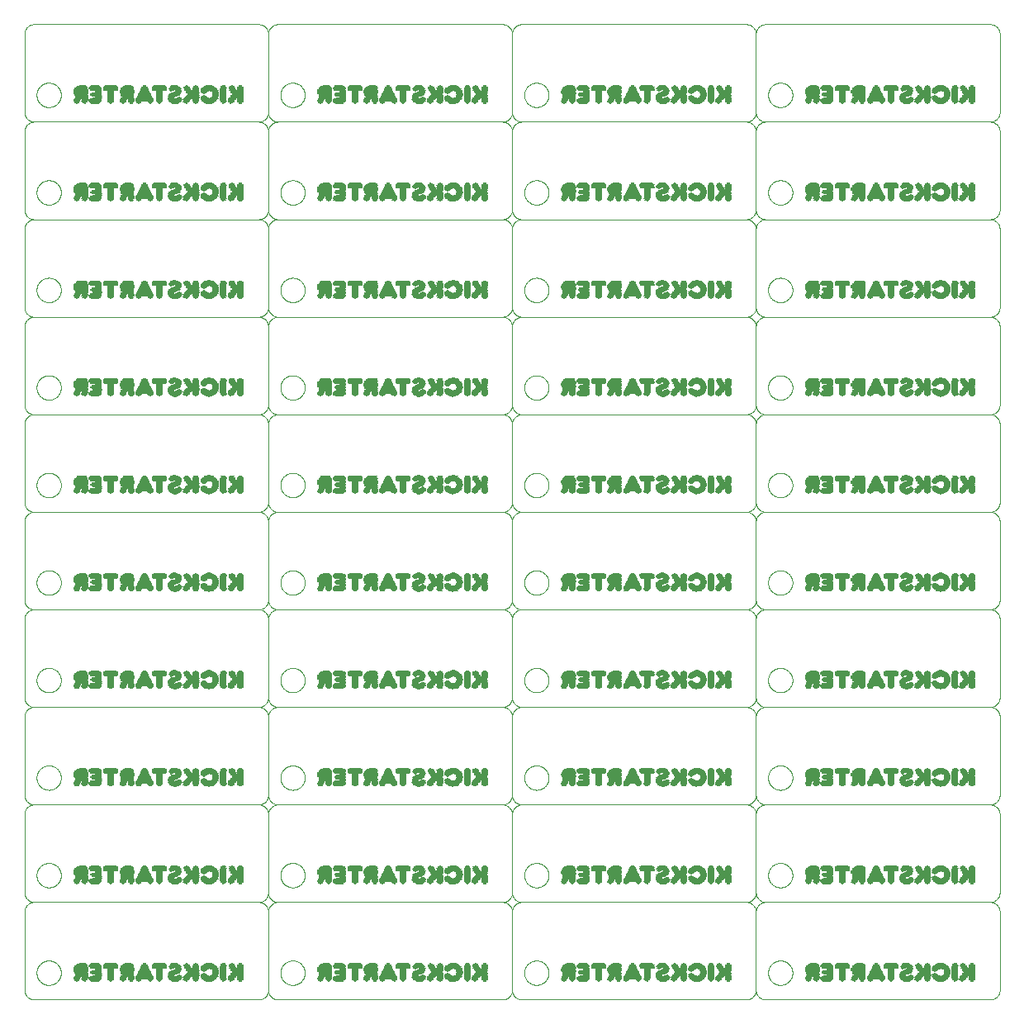
<source format=gbo>
G75*
%MOIN*%
%OFA0B0*%
%FSLAX25Y25*%
%IPPOS*%
%LPD*%
%AMOC8*
5,1,8,0,0,1.08239X$1,22.5*
%
%ADD10C,0.00000*%
%ADD11C,0.00039*%
%ADD12R,0.00675X0.00338*%
%ADD13R,0.01013X0.00338*%
%ADD14R,0.02026X0.00338*%
%ADD15R,0.01013X0.00338*%
%ADD16R,0.02701X0.00338*%
%ADD17R,0.03038X0.00338*%
%ADD18R,0.02363X0.00338*%
%ADD19R,0.02363X0.00338*%
%ADD20R,0.07089X0.00338*%
%ADD21R,0.00337X0.00338*%
%ADD22R,0.00338X0.00338*%
%ADD23R,0.01350X0.00338*%
%ADD24R,0.01688X0.00338*%
%ADD25R,0.03039X0.00338*%
%ADD26R,0.01688X0.00338*%
%ADD27R,0.21606X0.00338*%
%ADD28R,0.14854X0.00338*%
%ADD29R,0.03376X0.00338*%
%ADD30R,0.04726X0.00338*%
%ADD31R,0.04389X0.00338*%
%ADD32R,0.05064X0.00338*%
%ADD33R,0.03714X0.00338*%
%ADD34R,0.06077X0.00338*%
%ADD35R,0.04051X0.00338*%
%ADD36R,0.06414X0.00338*%
%ADD37R,0.05064X0.00338*%
%ADD38R,0.05402X0.00338*%
%ADD39R,0.03713X0.00338*%
%ADD40R,0.21944X0.00338*%
%ADD41R,0.07090X0.00338*%
%ADD42R,0.00984X0.00197*%
%ADD43R,0.01378X0.00197*%
%ADD44R,0.01181X0.00197*%
%ADD45R,0.02756X0.00197*%
%ADD46R,0.00787X0.00197*%
%ADD47R,0.03150X0.00197*%
%ADD48R,0.01575X0.00197*%
%ADD49R,0.03740X0.00197*%
%ADD50R,0.01772X0.00197*%
%ADD51R,0.03543X0.00197*%
%ADD52R,0.04134X0.00197*%
%ADD53R,0.01969X0.00197*%
%ADD54R,0.04331X0.00197*%
%ADD55R,0.04528X0.00197*%
%ADD56R,0.02165X0.00197*%
%ADD57R,0.02362X0.00197*%
%ADD58R,0.04921X0.00197*%
%ADD59R,0.04724X0.00197*%
%ADD60R,0.05512X0.00197*%
%ADD61R,0.02559X0.00197*%
%ADD62R,0.05118X0.00197*%
%ADD63R,0.05906X0.00197*%
%ADD64R,0.07480X0.00197*%
%ADD65R,0.02953X0.00197*%
%ADD66R,0.06299X0.00197*%
%ADD67R,0.05315X0.00197*%
%ADD68R,0.06496X0.00197*%
%ADD69R,0.07087X0.00197*%
%ADD70R,0.06693X0.00197*%
%ADD71R,0.05709X0.00197*%
%ADD72R,0.06890X0.00197*%
%ADD73R,0.03346X0.00197*%
%ADD74R,0.03937X0.00197*%
%ADD75R,0.06102X0.00197*%
D10*
X0001000Y0004937D02*
X0001000Y0036433D01*
X0001002Y0036557D01*
X0001008Y0036680D01*
X0001017Y0036804D01*
X0001031Y0036926D01*
X0001048Y0037049D01*
X0001070Y0037171D01*
X0001095Y0037292D01*
X0001124Y0037412D01*
X0001156Y0037531D01*
X0001193Y0037650D01*
X0001233Y0037767D01*
X0001276Y0037882D01*
X0001324Y0037997D01*
X0001375Y0038109D01*
X0001429Y0038220D01*
X0001487Y0038330D01*
X0001548Y0038437D01*
X0001613Y0038543D01*
X0001681Y0038646D01*
X0001752Y0038747D01*
X0001826Y0038846D01*
X0001903Y0038943D01*
X0001984Y0039037D01*
X0002067Y0039128D01*
X0002153Y0039217D01*
X0002242Y0039303D01*
X0002333Y0039386D01*
X0002427Y0039467D01*
X0002524Y0039544D01*
X0002623Y0039618D01*
X0002724Y0039689D01*
X0002827Y0039757D01*
X0002933Y0039822D01*
X0003040Y0039883D01*
X0003150Y0039941D01*
X0003261Y0039995D01*
X0003373Y0040046D01*
X0003488Y0040094D01*
X0003603Y0040137D01*
X0003720Y0040177D01*
X0003839Y0040214D01*
X0003958Y0040246D01*
X0004078Y0040275D01*
X0004199Y0040300D01*
X0004321Y0040322D01*
X0004444Y0040339D01*
X0004566Y0040353D01*
X0004690Y0040362D01*
X0004813Y0040368D01*
X0004937Y0040370D01*
X0095488Y0040370D01*
X0004937Y0040370D01*
X0004813Y0040372D01*
X0004690Y0040378D01*
X0004566Y0040387D01*
X0004444Y0040401D01*
X0004321Y0040418D01*
X0004199Y0040440D01*
X0004078Y0040465D01*
X0003958Y0040494D01*
X0003839Y0040526D01*
X0003720Y0040563D01*
X0003603Y0040603D01*
X0003488Y0040646D01*
X0003373Y0040694D01*
X0003261Y0040745D01*
X0003150Y0040799D01*
X0003040Y0040857D01*
X0002933Y0040918D01*
X0002827Y0040983D01*
X0002724Y0041051D01*
X0002623Y0041122D01*
X0002524Y0041196D01*
X0002427Y0041273D01*
X0002333Y0041354D01*
X0002242Y0041437D01*
X0002153Y0041523D01*
X0002067Y0041612D01*
X0001984Y0041703D01*
X0001903Y0041797D01*
X0001826Y0041894D01*
X0001752Y0041993D01*
X0001681Y0042094D01*
X0001613Y0042197D01*
X0001548Y0042303D01*
X0001487Y0042410D01*
X0001429Y0042520D01*
X0001375Y0042631D01*
X0001324Y0042743D01*
X0001276Y0042858D01*
X0001233Y0042973D01*
X0001193Y0043090D01*
X0001156Y0043209D01*
X0001124Y0043328D01*
X0001095Y0043448D01*
X0001070Y0043569D01*
X0001048Y0043691D01*
X0001031Y0043814D01*
X0001017Y0043936D01*
X0001008Y0044060D01*
X0001002Y0044183D01*
X0001000Y0044307D01*
X0001000Y0075803D01*
X0001002Y0075927D01*
X0001008Y0076050D01*
X0001017Y0076174D01*
X0001031Y0076296D01*
X0001048Y0076419D01*
X0001070Y0076541D01*
X0001095Y0076662D01*
X0001124Y0076782D01*
X0001156Y0076901D01*
X0001193Y0077020D01*
X0001233Y0077137D01*
X0001276Y0077252D01*
X0001324Y0077367D01*
X0001375Y0077479D01*
X0001429Y0077590D01*
X0001487Y0077700D01*
X0001548Y0077807D01*
X0001613Y0077913D01*
X0001681Y0078016D01*
X0001752Y0078117D01*
X0001826Y0078216D01*
X0001903Y0078313D01*
X0001984Y0078407D01*
X0002067Y0078498D01*
X0002153Y0078587D01*
X0002242Y0078673D01*
X0002333Y0078756D01*
X0002427Y0078837D01*
X0002524Y0078914D01*
X0002623Y0078988D01*
X0002724Y0079059D01*
X0002827Y0079127D01*
X0002933Y0079192D01*
X0003040Y0079253D01*
X0003150Y0079311D01*
X0003261Y0079365D01*
X0003373Y0079416D01*
X0003488Y0079464D01*
X0003603Y0079507D01*
X0003720Y0079547D01*
X0003839Y0079584D01*
X0003958Y0079616D01*
X0004078Y0079645D01*
X0004199Y0079670D01*
X0004321Y0079692D01*
X0004444Y0079709D01*
X0004566Y0079723D01*
X0004690Y0079732D01*
X0004813Y0079738D01*
X0004937Y0079740D01*
X0095488Y0079740D01*
X0004937Y0079740D01*
X0004813Y0079742D01*
X0004690Y0079748D01*
X0004566Y0079757D01*
X0004444Y0079771D01*
X0004321Y0079788D01*
X0004199Y0079810D01*
X0004078Y0079835D01*
X0003958Y0079864D01*
X0003839Y0079896D01*
X0003720Y0079933D01*
X0003603Y0079973D01*
X0003488Y0080016D01*
X0003373Y0080064D01*
X0003261Y0080115D01*
X0003150Y0080169D01*
X0003040Y0080227D01*
X0002933Y0080288D01*
X0002827Y0080353D01*
X0002724Y0080421D01*
X0002623Y0080492D01*
X0002524Y0080566D01*
X0002427Y0080643D01*
X0002333Y0080724D01*
X0002242Y0080807D01*
X0002153Y0080893D01*
X0002067Y0080982D01*
X0001984Y0081073D01*
X0001903Y0081167D01*
X0001826Y0081264D01*
X0001752Y0081363D01*
X0001681Y0081464D01*
X0001613Y0081567D01*
X0001548Y0081673D01*
X0001487Y0081780D01*
X0001429Y0081890D01*
X0001375Y0082001D01*
X0001324Y0082113D01*
X0001276Y0082228D01*
X0001233Y0082343D01*
X0001193Y0082460D01*
X0001156Y0082579D01*
X0001124Y0082698D01*
X0001095Y0082818D01*
X0001070Y0082939D01*
X0001048Y0083061D01*
X0001031Y0083184D01*
X0001017Y0083306D01*
X0001008Y0083430D01*
X0001002Y0083553D01*
X0001000Y0083677D01*
X0001000Y0115173D01*
X0001002Y0115297D01*
X0001008Y0115420D01*
X0001017Y0115544D01*
X0001031Y0115666D01*
X0001048Y0115789D01*
X0001070Y0115911D01*
X0001095Y0116032D01*
X0001124Y0116152D01*
X0001156Y0116271D01*
X0001193Y0116390D01*
X0001233Y0116507D01*
X0001276Y0116622D01*
X0001324Y0116737D01*
X0001375Y0116849D01*
X0001429Y0116960D01*
X0001487Y0117070D01*
X0001548Y0117177D01*
X0001613Y0117283D01*
X0001681Y0117386D01*
X0001752Y0117487D01*
X0001826Y0117586D01*
X0001903Y0117683D01*
X0001984Y0117777D01*
X0002067Y0117868D01*
X0002153Y0117957D01*
X0002242Y0118043D01*
X0002333Y0118126D01*
X0002427Y0118207D01*
X0002524Y0118284D01*
X0002623Y0118358D01*
X0002724Y0118429D01*
X0002827Y0118497D01*
X0002933Y0118562D01*
X0003040Y0118623D01*
X0003150Y0118681D01*
X0003261Y0118735D01*
X0003373Y0118786D01*
X0003488Y0118834D01*
X0003603Y0118877D01*
X0003720Y0118917D01*
X0003839Y0118954D01*
X0003958Y0118986D01*
X0004078Y0119015D01*
X0004199Y0119040D01*
X0004321Y0119062D01*
X0004444Y0119079D01*
X0004566Y0119093D01*
X0004690Y0119102D01*
X0004813Y0119108D01*
X0004937Y0119110D01*
X0095488Y0119110D01*
X0004937Y0119110D01*
X0004813Y0119112D01*
X0004690Y0119118D01*
X0004566Y0119127D01*
X0004444Y0119141D01*
X0004321Y0119158D01*
X0004199Y0119180D01*
X0004078Y0119205D01*
X0003958Y0119234D01*
X0003839Y0119266D01*
X0003720Y0119303D01*
X0003603Y0119343D01*
X0003488Y0119386D01*
X0003373Y0119434D01*
X0003261Y0119485D01*
X0003150Y0119539D01*
X0003040Y0119597D01*
X0002933Y0119658D01*
X0002827Y0119723D01*
X0002724Y0119791D01*
X0002623Y0119862D01*
X0002524Y0119936D01*
X0002427Y0120013D01*
X0002333Y0120094D01*
X0002242Y0120177D01*
X0002153Y0120263D01*
X0002067Y0120352D01*
X0001984Y0120443D01*
X0001903Y0120537D01*
X0001826Y0120634D01*
X0001752Y0120733D01*
X0001681Y0120834D01*
X0001613Y0120937D01*
X0001548Y0121043D01*
X0001487Y0121150D01*
X0001429Y0121260D01*
X0001375Y0121371D01*
X0001324Y0121483D01*
X0001276Y0121598D01*
X0001233Y0121713D01*
X0001193Y0121830D01*
X0001156Y0121949D01*
X0001124Y0122068D01*
X0001095Y0122188D01*
X0001070Y0122309D01*
X0001048Y0122431D01*
X0001031Y0122554D01*
X0001017Y0122676D01*
X0001008Y0122800D01*
X0001002Y0122923D01*
X0001000Y0123047D01*
X0001000Y0154543D01*
X0001002Y0154667D01*
X0001008Y0154790D01*
X0001017Y0154914D01*
X0001031Y0155036D01*
X0001048Y0155159D01*
X0001070Y0155281D01*
X0001095Y0155402D01*
X0001124Y0155522D01*
X0001156Y0155641D01*
X0001193Y0155760D01*
X0001233Y0155877D01*
X0001276Y0155992D01*
X0001324Y0156107D01*
X0001375Y0156219D01*
X0001429Y0156330D01*
X0001487Y0156440D01*
X0001548Y0156547D01*
X0001613Y0156653D01*
X0001681Y0156756D01*
X0001752Y0156857D01*
X0001826Y0156956D01*
X0001903Y0157053D01*
X0001984Y0157147D01*
X0002067Y0157238D01*
X0002153Y0157327D01*
X0002242Y0157413D01*
X0002333Y0157496D01*
X0002427Y0157577D01*
X0002524Y0157654D01*
X0002623Y0157728D01*
X0002724Y0157799D01*
X0002827Y0157867D01*
X0002933Y0157932D01*
X0003040Y0157993D01*
X0003150Y0158051D01*
X0003261Y0158105D01*
X0003373Y0158156D01*
X0003488Y0158204D01*
X0003603Y0158247D01*
X0003720Y0158287D01*
X0003839Y0158324D01*
X0003958Y0158356D01*
X0004078Y0158385D01*
X0004199Y0158410D01*
X0004321Y0158432D01*
X0004444Y0158449D01*
X0004566Y0158463D01*
X0004690Y0158472D01*
X0004813Y0158478D01*
X0004937Y0158480D01*
X0095488Y0158480D01*
X0004937Y0158480D01*
X0004813Y0158482D01*
X0004690Y0158488D01*
X0004566Y0158497D01*
X0004444Y0158511D01*
X0004321Y0158528D01*
X0004199Y0158550D01*
X0004078Y0158575D01*
X0003958Y0158604D01*
X0003839Y0158636D01*
X0003720Y0158673D01*
X0003603Y0158713D01*
X0003488Y0158756D01*
X0003373Y0158804D01*
X0003261Y0158855D01*
X0003150Y0158909D01*
X0003040Y0158967D01*
X0002933Y0159028D01*
X0002827Y0159093D01*
X0002724Y0159161D01*
X0002623Y0159232D01*
X0002524Y0159306D01*
X0002427Y0159383D01*
X0002333Y0159464D01*
X0002242Y0159547D01*
X0002153Y0159633D01*
X0002067Y0159722D01*
X0001984Y0159813D01*
X0001903Y0159907D01*
X0001826Y0160004D01*
X0001752Y0160103D01*
X0001681Y0160204D01*
X0001613Y0160307D01*
X0001548Y0160413D01*
X0001487Y0160520D01*
X0001429Y0160630D01*
X0001375Y0160741D01*
X0001324Y0160853D01*
X0001276Y0160968D01*
X0001233Y0161083D01*
X0001193Y0161200D01*
X0001156Y0161319D01*
X0001124Y0161438D01*
X0001095Y0161558D01*
X0001070Y0161679D01*
X0001048Y0161801D01*
X0001031Y0161924D01*
X0001017Y0162046D01*
X0001008Y0162170D01*
X0001002Y0162293D01*
X0001000Y0162417D01*
X0001000Y0193913D01*
X0001002Y0194037D01*
X0001008Y0194160D01*
X0001017Y0194284D01*
X0001031Y0194406D01*
X0001048Y0194529D01*
X0001070Y0194651D01*
X0001095Y0194772D01*
X0001124Y0194892D01*
X0001156Y0195011D01*
X0001193Y0195130D01*
X0001233Y0195247D01*
X0001276Y0195362D01*
X0001324Y0195477D01*
X0001375Y0195589D01*
X0001429Y0195700D01*
X0001487Y0195810D01*
X0001548Y0195917D01*
X0001613Y0196023D01*
X0001681Y0196126D01*
X0001752Y0196227D01*
X0001826Y0196326D01*
X0001903Y0196423D01*
X0001984Y0196517D01*
X0002067Y0196608D01*
X0002153Y0196697D01*
X0002242Y0196783D01*
X0002333Y0196866D01*
X0002427Y0196947D01*
X0002524Y0197024D01*
X0002623Y0197098D01*
X0002724Y0197169D01*
X0002827Y0197237D01*
X0002933Y0197302D01*
X0003040Y0197363D01*
X0003150Y0197421D01*
X0003261Y0197475D01*
X0003373Y0197526D01*
X0003488Y0197574D01*
X0003603Y0197617D01*
X0003720Y0197657D01*
X0003839Y0197694D01*
X0003958Y0197726D01*
X0004078Y0197755D01*
X0004199Y0197780D01*
X0004321Y0197802D01*
X0004444Y0197819D01*
X0004566Y0197833D01*
X0004690Y0197842D01*
X0004813Y0197848D01*
X0004937Y0197850D01*
X0095488Y0197850D01*
X0004937Y0197850D01*
X0004813Y0197852D01*
X0004690Y0197858D01*
X0004566Y0197867D01*
X0004444Y0197881D01*
X0004321Y0197898D01*
X0004199Y0197920D01*
X0004078Y0197945D01*
X0003958Y0197974D01*
X0003839Y0198006D01*
X0003720Y0198043D01*
X0003603Y0198083D01*
X0003488Y0198126D01*
X0003373Y0198174D01*
X0003261Y0198225D01*
X0003150Y0198279D01*
X0003040Y0198337D01*
X0002933Y0198398D01*
X0002827Y0198463D01*
X0002724Y0198531D01*
X0002623Y0198602D01*
X0002524Y0198676D01*
X0002427Y0198753D01*
X0002333Y0198834D01*
X0002242Y0198917D01*
X0002153Y0199003D01*
X0002067Y0199092D01*
X0001984Y0199183D01*
X0001903Y0199277D01*
X0001826Y0199374D01*
X0001752Y0199473D01*
X0001681Y0199574D01*
X0001613Y0199677D01*
X0001548Y0199783D01*
X0001487Y0199890D01*
X0001429Y0200000D01*
X0001375Y0200111D01*
X0001324Y0200223D01*
X0001276Y0200338D01*
X0001233Y0200453D01*
X0001193Y0200570D01*
X0001156Y0200689D01*
X0001124Y0200808D01*
X0001095Y0200928D01*
X0001070Y0201049D01*
X0001048Y0201171D01*
X0001031Y0201294D01*
X0001017Y0201416D01*
X0001008Y0201540D01*
X0001002Y0201663D01*
X0001000Y0201787D01*
X0001000Y0233283D01*
X0001002Y0233407D01*
X0001008Y0233530D01*
X0001017Y0233654D01*
X0001031Y0233776D01*
X0001048Y0233899D01*
X0001070Y0234021D01*
X0001095Y0234142D01*
X0001124Y0234262D01*
X0001156Y0234381D01*
X0001193Y0234500D01*
X0001233Y0234617D01*
X0001276Y0234732D01*
X0001324Y0234847D01*
X0001375Y0234959D01*
X0001429Y0235070D01*
X0001487Y0235180D01*
X0001548Y0235287D01*
X0001613Y0235393D01*
X0001681Y0235496D01*
X0001752Y0235597D01*
X0001826Y0235696D01*
X0001903Y0235793D01*
X0001984Y0235887D01*
X0002067Y0235978D01*
X0002153Y0236067D01*
X0002242Y0236153D01*
X0002333Y0236236D01*
X0002427Y0236317D01*
X0002524Y0236394D01*
X0002623Y0236468D01*
X0002724Y0236539D01*
X0002827Y0236607D01*
X0002933Y0236672D01*
X0003040Y0236733D01*
X0003150Y0236791D01*
X0003261Y0236845D01*
X0003373Y0236896D01*
X0003488Y0236944D01*
X0003603Y0236987D01*
X0003720Y0237027D01*
X0003839Y0237064D01*
X0003958Y0237096D01*
X0004078Y0237125D01*
X0004199Y0237150D01*
X0004321Y0237172D01*
X0004444Y0237189D01*
X0004566Y0237203D01*
X0004690Y0237212D01*
X0004813Y0237218D01*
X0004937Y0237220D01*
X0095488Y0237220D01*
X0004937Y0237220D01*
X0004813Y0237222D01*
X0004690Y0237228D01*
X0004566Y0237237D01*
X0004444Y0237251D01*
X0004321Y0237268D01*
X0004199Y0237290D01*
X0004078Y0237315D01*
X0003958Y0237344D01*
X0003839Y0237376D01*
X0003720Y0237413D01*
X0003603Y0237453D01*
X0003488Y0237496D01*
X0003373Y0237544D01*
X0003261Y0237595D01*
X0003150Y0237649D01*
X0003040Y0237707D01*
X0002933Y0237768D01*
X0002827Y0237833D01*
X0002724Y0237901D01*
X0002623Y0237972D01*
X0002524Y0238046D01*
X0002427Y0238123D01*
X0002333Y0238204D01*
X0002242Y0238287D01*
X0002153Y0238373D01*
X0002067Y0238462D01*
X0001984Y0238553D01*
X0001903Y0238647D01*
X0001826Y0238744D01*
X0001752Y0238843D01*
X0001681Y0238944D01*
X0001613Y0239047D01*
X0001548Y0239153D01*
X0001487Y0239260D01*
X0001429Y0239370D01*
X0001375Y0239481D01*
X0001324Y0239593D01*
X0001276Y0239708D01*
X0001233Y0239823D01*
X0001193Y0239940D01*
X0001156Y0240059D01*
X0001124Y0240178D01*
X0001095Y0240298D01*
X0001070Y0240419D01*
X0001048Y0240541D01*
X0001031Y0240664D01*
X0001017Y0240786D01*
X0001008Y0240910D01*
X0001002Y0241033D01*
X0001000Y0241157D01*
X0001000Y0272654D01*
X0001002Y0272778D01*
X0001008Y0272901D01*
X0001017Y0273025D01*
X0001031Y0273147D01*
X0001048Y0273270D01*
X0001070Y0273392D01*
X0001095Y0273513D01*
X0001124Y0273633D01*
X0001156Y0273752D01*
X0001193Y0273871D01*
X0001233Y0273988D01*
X0001276Y0274103D01*
X0001324Y0274218D01*
X0001375Y0274330D01*
X0001429Y0274441D01*
X0001487Y0274551D01*
X0001548Y0274658D01*
X0001613Y0274764D01*
X0001681Y0274867D01*
X0001752Y0274968D01*
X0001826Y0275067D01*
X0001903Y0275164D01*
X0001984Y0275258D01*
X0002067Y0275349D01*
X0002153Y0275438D01*
X0002242Y0275524D01*
X0002333Y0275607D01*
X0002427Y0275688D01*
X0002524Y0275765D01*
X0002623Y0275839D01*
X0002724Y0275910D01*
X0002827Y0275978D01*
X0002933Y0276043D01*
X0003040Y0276104D01*
X0003150Y0276162D01*
X0003261Y0276216D01*
X0003373Y0276267D01*
X0003488Y0276315D01*
X0003603Y0276358D01*
X0003720Y0276398D01*
X0003839Y0276435D01*
X0003958Y0276467D01*
X0004078Y0276496D01*
X0004199Y0276521D01*
X0004321Y0276543D01*
X0004444Y0276560D01*
X0004566Y0276574D01*
X0004690Y0276583D01*
X0004813Y0276589D01*
X0004937Y0276591D01*
X0095488Y0276591D01*
X0004937Y0276591D01*
X0004813Y0276593D01*
X0004690Y0276599D01*
X0004566Y0276608D01*
X0004444Y0276622D01*
X0004321Y0276639D01*
X0004199Y0276661D01*
X0004078Y0276686D01*
X0003958Y0276715D01*
X0003839Y0276747D01*
X0003720Y0276784D01*
X0003603Y0276824D01*
X0003488Y0276867D01*
X0003373Y0276915D01*
X0003261Y0276966D01*
X0003150Y0277020D01*
X0003040Y0277078D01*
X0002933Y0277139D01*
X0002827Y0277204D01*
X0002724Y0277272D01*
X0002623Y0277343D01*
X0002524Y0277417D01*
X0002427Y0277494D01*
X0002333Y0277575D01*
X0002242Y0277658D01*
X0002153Y0277744D01*
X0002067Y0277833D01*
X0001984Y0277924D01*
X0001903Y0278018D01*
X0001826Y0278115D01*
X0001752Y0278214D01*
X0001681Y0278315D01*
X0001613Y0278418D01*
X0001548Y0278524D01*
X0001487Y0278631D01*
X0001429Y0278741D01*
X0001375Y0278852D01*
X0001324Y0278964D01*
X0001276Y0279079D01*
X0001233Y0279194D01*
X0001193Y0279311D01*
X0001156Y0279430D01*
X0001124Y0279549D01*
X0001095Y0279669D01*
X0001070Y0279790D01*
X0001048Y0279912D01*
X0001031Y0280035D01*
X0001017Y0280157D01*
X0001008Y0280281D01*
X0001002Y0280404D01*
X0001000Y0280528D01*
X0001000Y0312024D01*
X0001002Y0312148D01*
X0001008Y0312271D01*
X0001017Y0312395D01*
X0001031Y0312517D01*
X0001048Y0312640D01*
X0001070Y0312762D01*
X0001095Y0312883D01*
X0001124Y0313003D01*
X0001156Y0313122D01*
X0001193Y0313241D01*
X0001233Y0313358D01*
X0001276Y0313473D01*
X0001324Y0313588D01*
X0001375Y0313700D01*
X0001429Y0313811D01*
X0001487Y0313921D01*
X0001548Y0314028D01*
X0001613Y0314134D01*
X0001681Y0314237D01*
X0001752Y0314338D01*
X0001826Y0314437D01*
X0001903Y0314534D01*
X0001984Y0314628D01*
X0002067Y0314719D01*
X0002153Y0314808D01*
X0002242Y0314894D01*
X0002333Y0314977D01*
X0002427Y0315058D01*
X0002524Y0315135D01*
X0002623Y0315209D01*
X0002724Y0315280D01*
X0002827Y0315348D01*
X0002933Y0315413D01*
X0003040Y0315474D01*
X0003150Y0315532D01*
X0003261Y0315586D01*
X0003373Y0315637D01*
X0003488Y0315685D01*
X0003603Y0315728D01*
X0003720Y0315768D01*
X0003839Y0315805D01*
X0003958Y0315837D01*
X0004078Y0315866D01*
X0004199Y0315891D01*
X0004321Y0315913D01*
X0004444Y0315930D01*
X0004566Y0315944D01*
X0004690Y0315953D01*
X0004813Y0315959D01*
X0004937Y0315961D01*
X0095488Y0315961D01*
X0004937Y0315961D01*
X0004813Y0315963D01*
X0004690Y0315969D01*
X0004566Y0315978D01*
X0004444Y0315992D01*
X0004321Y0316009D01*
X0004199Y0316031D01*
X0004078Y0316056D01*
X0003958Y0316085D01*
X0003839Y0316117D01*
X0003720Y0316154D01*
X0003603Y0316194D01*
X0003488Y0316237D01*
X0003373Y0316285D01*
X0003261Y0316336D01*
X0003150Y0316390D01*
X0003040Y0316448D01*
X0002933Y0316509D01*
X0002827Y0316574D01*
X0002724Y0316642D01*
X0002623Y0316713D01*
X0002524Y0316787D01*
X0002427Y0316864D01*
X0002333Y0316945D01*
X0002242Y0317028D01*
X0002153Y0317114D01*
X0002067Y0317203D01*
X0001984Y0317294D01*
X0001903Y0317388D01*
X0001826Y0317485D01*
X0001752Y0317584D01*
X0001681Y0317685D01*
X0001613Y0317788D01*
X0001548Y0317894D01*
X0001487Y0318001D01*
X0001429Y0318111D01*
X0001375Y0318222D01*
X0001324Y0318334D01*
X0001276Y0318449D01*
X0001233Y0318564D01*
X0001193Y0318681D01*
X0001156Y0318800D01*
X0001124Y0318919D01*
X0001095Y0319039D01*
X0001070Y0319160D01*
X0001048Y0319282D01*
X0001031Y0319405D01*
X0001017Y0319527D01*
X0001008Y0319651D01*
X0001002Y0319774D01*
X0001000Y0319898D01*
X0001000Y0351394D01*
X0001002Y0351518D01*
X0001008Y0351641D01*
X0001017Y0351765D01*
X0001031Y0351887D01*
X0001048Y0352010D01*
X0001070Y0352132D01*
X0001095Y0352253D01*
X0001124Y0352373D01*
X0001156Y0352492D01*
X0001193Y0352611D01*
X0001233Y0352728D01*
X0001276Y0352843D01*
X0001324Y0352958D01*
X0001375Y0353070D01*
X0001429Y0353181D01*
X0001487Y0353291D01*
X0001548Y0353398D01*
X0001613Y0353504D01*
X0001681Y0353607D01*
X0001752Y0353708D01*
X0001826Y0353807D01*
X0001903Y0353904D01*
X0001984Y0353998D01*
X0002067Y0354089D01*
X0002153Y0354178D01*
X0002242Y0354264D01*
X0002333Y0354347D01*
X0002427Y0354428D01*
X0002524Y0354505D01*
X0002623Y0354579D01*
X0002724Y0354650D01*
X0002827Y0354718D01*
X0002933Y0354783D01*
X0003040Y0354844D01*
X0003150Y0354902D01*
X0003261Y0354956D01*
X0003373Y0355007D01*
X0003488Y0355055D01*
X0003603Y0355098D01*
X0003720Y0355138D01*
X0003839Y0355175D01*
X0003958Y0355207D01*
X0004078Y0355236D01*
X0004199Y0355261D01*
X0004321Y0355283D01*
X0004444Y0355300D01*
X0004566Y0355314D01*
X0004690Y0355323D01*
X0004813Y0355329D01*
X0004937Y0355331D01*
X0095488Y0355331D01*
X0004937Y0355331D01*
X0004813Y0355333D01*
X0004690Y0355339D01*
X0004566Y0355348D01*
X0004444Y0355362D01*
X0004321Y0355379D01*
X0004199Y0355401D01*
X0004078Y0355426D01*
X0003958Y0355455D01*
X0003839Y0355487D01*
X0003720Y0355524D01*
X0003603Y0355564D01*
X0003488Y0355607D01*
X0003373Y0355655D01*
X0003261Y0355706D01*
X0003150Y0355760D01*
X0003040Y0355818D01*
X0002933Y0355879D01*
X0002827Y0355944D01*
X0002724Y0356012D01*
X0002623Y0356083D01*
X0002524Y0356157D01*
X0002427Y0356234D01*
X0002333Y0356315D01*
X0002242Y0356398D01*
X0002153Y0356484D01*
X0002067Y0356573D01*
X0001984Y0356664D01*
X0001903Y0356758D01*
X0001826Y0356855D01*
X0001752Y0356954D01*
X0001681Y0357055D01*
X0001613Y0357158D01*
X0001548Y0357264D01*
X0001487Y0357371D01*
X0001429Y0357481D01*
X0001375Y0357592D01*
X0001324Y0357704D01*
X0001276Y0357819D01*
X0001233Y0357934D01*
X0001193Y0358051D01*
X0001156Y0358170D01*
X0001124Y0358289D01*
X0001095Y0358409D01*
X0001070Y0358530D01*
X0001048Y0358652D01*
X0001031Y0358775D01*
X0001017Y0358897D01*
X0001008Y0359021D01*
X0001002Y0359144D01*
X0001000Y0359268D01*
X0001000Y0390764D01*
X0001002Y0390888D01*
X0001008Y0391011D01*
X0001017Y0391135D01*
X0001031Y0391257D01*
X0001048Y0391380D01*
X0001070Y0391502D01*
X0001095Y0391623D01*
X0001124Y0391743D01*
X0001156Y0391862D01*
X0001193Y0391981D01*
X0001233Y0392098D01*
X0001276Y0392213D01*
X0001324Y0392328D01*
X0001375Y0392440D01*
X0001429Y0392551D01*
X0001487Y0392661D01*
X0001548Y0392768D01*
X0001613Y0392874D01*
X0001681Y0392977D01*
X0001752Y0393078D01*
X0001826Y0393177D01*
X0001903Y0393274D01*
X0001984Y0393368D01*
X0002067Y0393459D01*
X0002153Y0393548D01*
X0002242Y0393634D01*
X0002333Y0393717D01*
X0002427Y0393798D01*
X0002524Y0393875D01*
X0002623Y0393949D01*
X0002724Y0394020D01*
X0002827Y0394088D01*
X0002933Y0394153D01*
X0003040Y0394214D01*
X0003150Y0394272D01*
X0003261Y0394326D01*
X0003373Y0394377D01*
X0003488Y0394425D01*
X0003603Y0394468D01*
X0003720Y0394508D01*
X0003839Y0394545D01*
X0003958Y0394577D01*
X0004078Y0394606D01*
X0004199Y0394631D01*
X0004321Y0394653D01*
X0004444Y0394670D01*
X0004566Y0394684D01*
X0004690Y0394693D01*
X0004813Y0394699D01*
X0004937Y0394701D01*
X0095488Y0394701D01*
X0095612Y0394699D01*
X0095735Y0394693D01*
X0095859Y0394684D01*
X0095981Y0394670D01*
X0096104Y0394653D01*
X0096226Y0394631D01*
X0096347Y0394606D01*
X0096467Y0394577D01*
X0096586Y0394545D01*
X0096705Y0394508D01*
X0096822Y0394468D01*
X0096937Y0394425D01*
X0097052Y0394377D01*
X0097164Y0394326D01*
X0097275Y0394272D01*
X0097385Y0394214D01*
X0097492Y0394153D01*
X0097598Y0394088D01*
X0097701Y0394020D01*
X0097802Y0393949D01*
X0097901Y0393875D01*
X0097998Y0393798D01*
X0098092Y0393717D01*
X0098183Y0393634D01*
X0098272Y0393548D01*
X0098358Y0393459D01*
X0098441Y0393368D01*
X0098522Y0393274D01*
X0098599Y0393177D01*
X0098673Y0393078D01*
X0098744Y0392977D01*
X0098812Y0392874D01*
X0098877Y0392768D01*
X0098938Y0392661D01*
X0098996Y0392551D01*
X0099050Y0392440D01*
X0099101Y0392328D01*
X0099149Y0392213D01*
X0099192Y0392098D01*
X0099232Y0391981D01*
X0099269Y0391862D01*
X0099301Y0391743D01*
X0099330Y0391623D01*
X0099355Y0391502D01*
X0099377Y0391380D01*
X0099394Y0391257D01*
X0099408Y0391135D01*
X0099417Y0391011D01*
X0099423Y0390888D01*
X0099425Y0390764D01*
X0099425Y0359268D01*
X0099425Y0390764D01*
X0099427Y0390888D01*
X0099433Y0391011D01*
X0099442Y0391135D01*
X0099456Y0391257D01*
X0099473Y0391380D01*
X0099495Y0391502D01*
X0099520Y0391623D01*
X0099549Y0391743D01*
X0099581Y0391862D01*
X0099618Y0391981D01*
X0099658Y0392098D01*
X0099701Y0392213D01*
X0099749Y0392328D01*
X0099800Y0392440D01*
X0099854Y0392551D01*
X0099912Y0392661D01*
X0099973Y0392768D01*
X0100038Y0392874D01*
X0100106Y0392977D01*
X0100177Y0393078D01*
X0100251Y0393177D01*
X0100328Y0393274D01*
X0100409Y0393368D01*
X0100492Y0393459D01*
X0100578Y0393548D01*
X0100667Y0393634D01*
X0100758Y0393717D01*
X0100852Y0393798D01*
X0100949Y0393875D01*
X0101048Y0393949D01*
X0101149Y0394020D01*
X0101252Y0394088D01*
X0101358Y0394153D01*
X0101465Y0394214D01*
X0101575Y0394272D01*
X0101686Y0394326D01*
X0101798Y0394377D01*
X0101913Y0394425D01*
X0102028Y0394468D01*
X0102145Y0394508D01*
X0102264Y0394545D01*
X0102383Y0394577D01*
X0102503Y0394606D01*
X0102624Y0394631D01*
X0102746Y0394653D01*
X0102869Y0394670D01*
X0102991Y0394684D01*
X0103115Y0394693D01*
X0103238Y0394699D01*
X0103362Y0394701D01*
X0193913Y0394701D01*
X0194037Y0394699D01*
X0194160Y0394693D01*
X0194284Y0394684D01*
X0194406Y0394670D01*
X0194529Y0394653D01*
X0194651Y0394631D01*
X0194772Y0394606D01*
X0194892Y0394577D01*
X0195011Y0394545D01*
X0195130Y0394508D01*
X0195247Y0394468D01*
X0195362Y0394425D01*
X0195477Y0394377D01*
X0195589Y0394326D01*
X0195700Y0394272D01*
X0195810Y0394214D01*
X0195917Y0394153D01*
X0196023Y0394088D01*
X0196126Y0394020D01*
X0196227Y0393949D01*
X0196326Y0393875D01*
X0196423Y0393798D01*
X0196517Y0393717D01*
X0196608Y0393634D01*
X0196697Y0393548D01*
X0196783Y0393459D01*
X0196866Y0393368D01*
X0196947Y0393274D01*
X0197024Y0393177D01*
X0197098Y0393078D01*
X0197169Y0392977D01*
X0197237Y0392874D01*
X0197302Y0392768D01*
X0197363Y0392661D01*
X0197421Y0392551D01*
X0197475Y0392440D01*
X0197526Y0392328D01*
X0197574Y0392213D01*
X0197617Y0392098D01*
X0197657Y0391981D01*
X0197694Y0391862D01*
X0197726Y0391743D01*
X0197755Y0391623D01*
X0197780Y0391502D01*
X0197802Y0391380D01*
X0197819Y0391257D01*
X0197833Y0391135D01*
X0197842Y0391011D01*
X0197848Y0390888D01*
X0197850Y0390764D01*
X0197850Y0359268D01*
X0197850Y0390764D01*
X0197852Y0390888D01*
X0197858Y0391011D01*
X0197867Y0391135D01*
X0197881Y0391257D01*
X0197898Y0391380D01*
X0197920Y0391502D01*
X0197945Y0391623D01*
X0197974Y0391743D01*
X0198006Y0391862D01*
X0198043Y0391981D01*
X0198083Y0392098D01*
X0198126Y0392213D01*
X0198174Y0392328D01*
X0198225Y0392440D01*
X0198279Y0392551D01*
X0198337Y0392661D01*
X0198398Y0392768D01*
X0198463Y0392874D01*
X0198531Y0392977D01*
X0198602Y0393078D01*
X0198676Y0393177D01*
X0198753Y0393274D01*
X0198834Y0393368D01*
X0198917Y0393459D01*
X0199003Y0393548D01*
X0199092Y0393634D01*
X0199183Y0393717D01*
X0199277Y0393798D01*
X0199374Y0393875D01*
X0199473Y0393949D01*
X0199574Y0394020D01*
X0199677Y0394088D01*
X0199783Y0394153D01*
X0199890Y0394214D01*
X0200000Y0394272D01*
X0200111Y0394326D01*
X0200223Y0394377D01*
X0200338Y0394425D01*
X0200453Y0394468D01*
X0200570Y0394508D01*
X0200689Y0394545D01*
X0200808Y0394577D01*
X0200928Y0394606D01*
X0201049Y0394631D01*
X0201171Y0394653D01*
X0201294Y0394670D01*
X0201416Y0394684D01*
X0201540Y0394693D01*
X0201663Y0394699D01*
X0201787Y0394701D01*
X0292339Y0394701D01*
X0292463Y0394699D01*
X0292586Y0394693D01*
X0292710Y0394684D01*
X0292832Y0394670D01*
X0292955Y0394653D01*
X0293077Y0394631D01*
X0293198Y0394606D01*
X0293318Y0394577D01*
X0293437Y0394545D01*
X0293556Y0394508D01*
X0293673Y0394468D01*
X0293788Y0394425D01*
X0293903Y0394377D01*
X0294015Y0394326D01*
X0294126Y0394272D01*
X0294236Y0394214D01*
X0294343Y0394153D01*
X0294449Y0394088D01*
X0294552Y0394020D01*
X0294653Y0393949D01*
X0294752Y0393875D01*
X0294849Y0393798D01*
X0294943Y0393717D01*
X0295034Y0393634D01*
X0295123Y0393548D01*
X0295209Y0393459D01*
X0295292Y0393368D01*
X0295373Y0393274D01*
X0295450Y0393177D01*
X0295524Y0393078D01*
X0295595Y0392977D01*
X0295663Y0392874D01*
X0295728Y0392768D01*
X0295789Y0392661D01*
X0295847Y0392551D01*
X0295901Y0392440D01*
X0295952Y0392328D01*
X0296000Y0392213D01*
X0296043Y0392098D01*
X0296083Y0391981D01*
X0296120Y0391862D01*
X0296152Y0391743D01*
X0296181Y0391623D01*
X0296206Y0391502D01*
X0296228Y0391380D01*
X0296245Y0391257D01*
X0296259Y0391135D01*
X0296268Y0391011D01*
X0296274Y0390888D01*
X0296276Y0390764D01*
X0296276Y0359268D01*
X0296276Y0390764D01*
X0296278Y0390888D01*
X0296284Y0391011D01*
X0296293Y0391135D01*
X0296307Y0391257D01*
X0296324Y0391380D01*
X0296346Y0391502D01*
X0296371Y0391623D01*
X0296400Y0391743D01*
X0296432Y0391862D01*
X0296469Y0391981D01*
X0296509Y0392098D01*
X0296552Y0392213D01*
X0296600Y0392328D01*
X0296651Y0392440D01*
X0296705Y0392551D01*
X0296763Y0392661D01*
X0296824Y0392768D01*
X0296889Y0392874D01*
X0296957Y0392977D01*
X0297028Y0393078D01*
X0297102Y0393177D01*
X0297179Y0393274D01*
X0297260Y0393368D01*
X0297343Y0393459D01*
X0297429Y0393548D01*
X0297518Y0393634D01*
X0297609Y0393717D01*
X0297703Y0393798D01*
X0297800Y0393875D01*
X0297899Y0393949D01*
X0298000Y0394020D01*
X0298103Y0394088D01*
X0298209Y0394153D01*
X0298316Y0394214D01*
X0298426Y0394272D01*
X0298537Y0394326D01*
X0298649Y0394377D01*
X0298764Y0394425D01*
X0298879Y0394468D01*
X0298996Y0394508D01*
X0299115Y0394545D01*
X0299234Y0394577D01*
X0299354Y0394606D01*
X0299475Y0394631D01*
X0299597Y0394653D01*
X0299720Y0394670D01*
X0299842Y0394684D01*
X0299966Y0394693D01*
X0300089Y0394699D01*
X0300213Y0394701D01*
X0390764Y0394701D01*
X0390888Y0394699D01*
X0391011Y0394693D01*
X0391135Y0394684D01*
X0391257Y0394670D01*
X0391380Y0394653D01*
X0391502Y0394631D01*
X0391623Y0394606D01*
X0391743Y0394577D01*
X0391862Y0394545D01*
X0391981Y0394508D01*
X0392098Y0394468D01*
X0392213Y0394425D01*
X0392328Y0394377D01*
X0392440Y0394326D01*
X0392551Y0394272D01*
X0392661Y0394214D01*
X0392768Y0394153D01*
X0392874Y0394088D01*
X0392977Y0394020D01*
X0393078Y0393949D01*
X0393177Y0393875D01*
X0393274Y0393798D01*
X0393368Y0393717D01*
X0393459Y0393634D01*
X0393548Y0393548D01*
X0393634Y0393459D01*
X0393717Y0393368D01*
X0393798Y0393274D01*
X0393875Y0393177D01*
X0393949Y0393078D01*
X0394020Y0392977D01*
X0394088Y0392874D01*
X0394153Y0392768D01*
X0394214Y0392661D01*
X0394272Y0392551D01*
X0394326Y0392440D01*
X0394377Y0392328D01*
X0394425Y0392213D01*
X0394468Y0392098D01*
X0394508Y0391981D01*
X0394545Y0391862D01*
X0394577Y0391743D01*
X0394606Y0391623D01*
X0394631Y0391502D01*
X0394653Y0391380D01*
X0394670Y0391257D01*
X0394684Y0391135D01*
X0394693Y0391011D01*
X0394699Y0390888D01*
X0394701Y0390764D01*
X0394701Y0359268D01*
X0394699Y0359144D01*
X0394693Y0359021D01*
X0394684Y0358897D01*
X0394670Y0358775D01*
X0394653Y0358652D01*
X0394631Y0358530D01*
X0394606Y0358409D01*
X0394577Y0358289D01*
X0394545Y0358170D01*
X0394508Y0358051D01*
X0394468Y0357934D01*
X0394425Y0357819D01*
X0394377Y0357704D01*
X0394326Y0357592D01*
X0394272Y0357481D01*
X0394214Y0357371D01*
X0394153Y0357264D01*
X0394088Y0357158D01*
X0394020Y0357055D01*
X0393949Y0356954D01*
X0393875Y0356855D01*
X0393798Y0356758D01*
X0393717Y0356664D01*
X0393634Y0356573D01*
X0393548Y0356484D01*
X0393459Y0356398D01*
X0393368Y0356315D01*
X0393274Y0356234D01*
X0393177Y0356157D01*
X0393078Y0356083D01*
X0392977Y0356012D01*
X0392874Y0355944D01*
X0392768Y0355879D01*
X0392661Y0355818D01*
X0392551Y0355760D01*
X0392440Y0355706D01*
X0392328Y0355655D01*
X0392213Y0355607D01*
X0392098Y0355564D01*
X0391981Y0355524D01*
X0391862Y0355487D01*
X0391743Y0355455D01*
X0391623Y0355426D01*
X0391502Y0355401D01*
X0391380Y0355379D01*
X0391257Y0355362D01*
X0391135Y0355348D01*
X0391011Y0355339D01*
X0390888Y0355333D01*
X0390764Y0355331D01*
X0300213Y0355331D01*
X0390764Y0355331D01*
X0390888Y0355329D01*
X0391011Y0355323D01*
X0391135Y0355314D01*
X0391257Y0355300D01*
X0391380Y0355283D01*
X0391502Y0355261D01*
X0391623Y0355236D01*
X0391743Y0355207D01*
X0391862Y0355175D01*
X0391981Y0355138D01*
X0392098Y0355098D01*
X0392213Y0355055D01*
X0392328Y0355007D01*
X0392440Y0354956D01*
X0392551Y0354902D01*
X0392661Y0354844D01*
X0392768Y0354783D01*
X0392874Y0354718D01*
X0392977Y0354650D01*
X0393078Y0354579D01*
X0393177Y0354505D01*
X0393274Y0354428D01*
X0393368Y0354347D01*
X0393459Y0354264D01*
X0393548Y0354178D01*
X0393634Y0354089D01*
X0393717Y0353998D01*
X0393798Y0353904D01*
X0393875Y0353807D01*
X0393949Y0353708D01*
X0394020Y0353607D01*
X0394088Y0353504D01*
X0394153Y0353398D01*
X0394214Y0353291D01*
X0394272Y0353181D01*
X0394326Y0353070D01*
X0394377Y0352958D01*
X0394425Y0352843D01*
X0394468Y0352728D01*
X0394508Y0352611D01*
X0394545Y0352492D01*
X0394577Y0352373D01*
X0394606Y0352253D01*
X0394631Y0352132D01*
X0394653Y0352010D01*
X0394670Y0351887D01*
X0394684Y0351765D01*
X0394693Y0351641D01*
X0394699Y0351518D01*
X0394701Y0351394D01*
X0394701Y0319898D01*
X0394699Y0319774D01*
X0394693Y0319651D01*
X0394684Y0319527D01*
X0394670Y0319405D01*
X0394653Y0319282D01*
X0394631Y0319160D01*
X0394606Y0319039D01*
X0394577Y0318919D01*
X0394545Y0318800D01*
X0394508Y0318681D01*
X0394468Y0318564D01*
X0394425Y0318449D01*
X0394377Y0318334D01*
X0394326Y0318222D01*
X0394272Y0318111D01*
X0394214Y0318001D01*
X0394153Y0317894D01*
X0394088Y0317788D01*
X0394020Y0317685D01*
X0393949Y0317584D01*
X0393875Y0317485D01*
X0393798Y0317388D01*
X0393717Y0317294D01*
X0393634Y0317203D01*
X0393548Y0317114D01*
X0393459Y0317028D01*
X0393368Y0316945D01*
X0393274Y0316864D01*
X0393177Y0316787D01*
X0393078Y0316713D01*
X0392977Y0316642D01*
X0392874Y0316574D01*
X0392768Y0316509D01*
X0392661Y0316448D01*
X0392551Y0316390D01*
X0392440Y0316336D01*
X0392328Y0316285D01*
X0392213Y0316237D01*
X0392098Y0316194D01*
X0391981Y0316154D01*
X0391862Y0316117D01*
X0391743Y0316085D01*
X0391623Y0316056D01*
X0391502Y0316031D01*
X0391380Y0316009D01*
X0391257Y0315992D01*
X0391135Y0315978D01*
X0391011Y0315969D01*
X0390888Y0315963D01*
X0390764Y0315961D01*
X0300213Y0315961D01*
X0390764Y0315961D01*
X0390888Y0315959D01*
X0391011Y0315953D01*
X0391135Y0315944D01*
X0391257Y0315930D01*
X0391380Y0315913D01*
X0391502Y0315891D01*
X0391623Y0315866D01*
X0391743Y0315837D01*
X0391862Y0315805D01*
X0391981Y0315768D01*
X0392098Y0315728D01*
X0392213Y0315685D01*
X0392328Y0315637D01*
X0392440Y0315586D01*
X0392551Y0315532D01*
X0392661Y0315474D01*
X0392768Y0315413D01*
X0392874Y0315348D01*
X0392977Y0315280D01*
X0393078Y0315209D01*
X0393177Y0315135D01*
X0393274Y0315058D01*
X0393368Y0314977D01*
X0393459Y0314894D01*
X0393548Y0314808D01*
X0393634Y0314719D01*
X0393717Y0314628D01*
X0393798Y0314534D01*
X0393875Y0314437D01*
X0393949Y0314338D01*
X0394020Y0314237D01*
X0394088Y0314134D01*
X0394153Y0314028D01*
X0394214Y0313921D01*
X0394272Y0313811D01*
X0394326Y0313700D01*
X0394377Y0313588D01*
X0394425Y0313473D01*
X0394468Y0313358D01*
X0394508Y0313241D01*
X0394545Y0313122D01*
X0394577Y0313003D01*
X0394606Y0312883D01*
X0394631Y0312762D01*
X0394653Y0312640D01*
X0394670Y0312517D01*
X0394684Y0312395D01*
X0394693Y0312271D01*
X0394699Y0312148D01*
X0394701Y0312024D01*
X0394701Y0280528D01*
X0394699Y0280404D01*
X0394693Y0280281D01*
X0394684Y0280157D01*
X0394670Y0280035D01*
X0394653Y0279912D01*
X0394631Y0279790D01*
X0394606Y0279669D01*
X0394577Y0279549D01*
X0394545Y0279430D01*
X0394508Y0279311D01*
X0394468Y0279194D01*
X0394425Y0279079D01*
X0394377Y0278964D01*
X0394326Y0278852D01*
X0394272Y0278741D01*
X0394214Y0278631D01*
X0394153Y0278524D01*
X0394088Y0278418D01*
X0394020Y0278315D01*
X0393949Y0278214D01*
X0393875Y0278115D01*
X0393798Y0278018D01*
X0393717Y0277924D01*
X0393634Y0277833D01*
X0393548Y0277744D01*
X0393459Y0277658D01*
X0393368Y0277575D01*
X0393274Y0277494D01*
X0393177Y0277417D01*
X0393078Y0277343D01*
X0392977Y0277272D01*
X0392874Y0277204D01*
X0392768Y0277139D01*
X0392661Y0277078D01*
X0392551Y0277020D01*
X0392440Y0276966D01*
X0392328Y0276915D01*
X0392213Y0276867D01*
X0392098Y0276824D01*
X0391981Y0276784D01*
X0391862Y0276747D01*
X0391743Y0276715D01*
X0391623Y0276686D01*
X0391502Y0276661D01*
X0391380Y0276639D01*
X0391257Y0276622D01*
X0391135Y0276608D01*
X0391011Y0276599D01*
X0390888Y0276593D01*
X0390764Y0276591D01*
X0300213Y0276591D01*
X0390764Y0276591D01*
X0390888Y0276589D01*
X0391011Y0276583D01*
X0391135Y0276574D01*
X0391257Y0276560D01*
X0391380Y0276543D01*
X0391502Y0276521D01*
X0391623Y0276496D01*
X0391743Y0276467D01*
X0391862Y0276435D01*
X0391981Y0276398D01*
X0392098Y0276358D01*
X0392213Y0276315D01*
X0392328Y0276267D01*
X0392440Y0276216D01*
X0392551Y0276162D01*
X0392661Y0276104D01*
X0392768Y0276043D01*
X0392874Y0275978D01*
X0392977Y0275910D01*
X0393078Y0275839D01*
X0393177Y0275765D01*
X0393274Y0275688D01*
X0393368Y0275607D01*
X0393459Y0275524D01*
X0393548Y0275438D01*
X0393634Y0275349D01*
X0393717Y0275258D01*
X0393798Y0275164D01*
X0393875Y0275067D01*
X0393949Y0274968D01*
X0394020Y0274867D01*
X0394088Y0274764D01*
X0394153Y0274658D01*
X0394214Y0274551D01*
X0394272Y0274441D01*
X0394326Y0274330D01*
X0394377Y0274218D01*
X0394425Y0274103D01*
X0394468Y0273988D01*
X0394508Y0273871D01*
X0394545Y0273752D01*
X0394577Y0273633D01*
X0394606Y0273513D01*
X0394631Y0273392D01*
X0394653Y0273270D01*
X0394670Y0273147D01*
X0394684Y0273025D01*
X0394693Y0272901D01*
X0394699Y0272778D01*
X0394701Y0272654D01*
X0394701Y0241157D01*
X0394699Y0241033D01*
X0394693Y0240910D01*
X0394684Y0240786D01*
X0394670Y0240664D01*
X0394653Y0240541D01*
X0394631Y0240419D01*
X0394606Y0240298D01*
X0394577Y0240178D01*
X0394545Y0240059D01*
X0394508Y0239940D01*
X0394468Y0239823D01*
X0394425Y0239708D01*
X0394377Y0239593D01*
X0394326Y0239481D01*
X0394272Y0239370D01*
X0394214Y0239260D01*
X0394153Y0239153D01*
X0394088Y0239047D01*
X0394020Y0238944D01*
X0393949Y0238843D01*
X0393875Y0238744D01*
X0393798Y0238647D01*
X0393717Y0238553D01*
X0393634Y0238462D01*
X0393548Y0238373D01*
X0393459Y0238287D01*
X0393368Y0238204D01*
X0393274Y0238123D01*
X0393177Y0238046D01*
X0393078Y0237972D01*
X0392977Y0237901D01*
X0392874Y0237833D01*
X0392768Y0237768D01*
X0392661Y0237707D01*
X0392551Y0237649D01*
X0392440Y0237595D01*
X0392328Y0237544D01*
X0392213Y0237496D01*
X0392098Y0237453D01*
X0391981Y0237413D01*
X0391862Y0237376D01*
X0391743Y0237344D01*
X0391623Y0237315D01*
X0391502Y0237290D01*
X0391380Y0237268D01*
X0391257Y0237251D01*
X0391135Y0237237D01*
X0391011Y0237228D01*
X0390888Y0237222D01*
X0390764Y0237220D01*
X0300213Y0237220D01*
X0390764Y0237220D01*
X0390888Y0237218D01*
X0391011Y0237212D01*
X0391135Y0237203D01*
X0391257Y0237189D01*
X0391380Y0237172D01*
X0391502Y0237150D01*
X0391623Y0237125D01*
X0391743Y0237096D01*
X0391862Y0237064D01*
X0391981Y0237027D01*
X0392098Y0236987D01*
X0392213Y0236944D01*
X0392328Y0236896D01*
X0392440Y0236845D01*
X0392551Y0236791D01*
X0392661Y0236733D01*
X0392768Y0236672D01*
X0392874Y0236607D01*
X0392977Y0236539D01*
X0393078Y0236468D01*
X0393177Y0236394D01*
X0393274Y0236317D01*
X0393368Y0236236D01*
X0393459Y0236153D01*
X0393548Y0236067D01*
X0393634Y0235978D01*
X0393717Y0235887D01*
X0393798Y0235793D01*
X0393875Y0235696D01*
X0393949Y0235597D01*
X0394020Y0235496D01*
X0394088Y0235393D01*
X0394153Y0235287D01*
X0394214Y0235180D01*
X0394272Y0235070D01*
X0394326Y0234959D01*
X0394377Y0234847D01*
X0394425Y0234732D01*
X0394468Y0234617D01*
X0394508Y0234500D01*
X0394545Y0234381D01*
X0394577Y0234262D01*
X0394606Y0234142D01*
X0394631Y0234021D01*
X0394653Y0233899D01*
X0394670Y0233776D01*
X0394684Y0233654D01*
X0394693Y0233530D01*
X0394699Y0233407D01*
X0394701Y0233283D01*
X0394701Y0201787D01*
X0394699Y0201663D01*
X0394693Y0201540D01*
X0394684Y0201416D01*
X0394670Y0201294D01*
X0394653Y0201171D01*
X0394631Y0201049D01*
X0394606Y0200928D01*
X0394577Y0200808D01*
X0394545Y0200689D01*
X0394508Y0200570D01*
X0394468Y0200453D01*
X0394425Y0200338D01*
X0394377Y0200223D01*
X0394326Y0200111D01*
X0394272Y0200000D01*
X0394214Y0199890D01*
X0394153Y0199783D01*
X0394088Y0199677D01*
X0394020Y0199574D01*
X0393949Y0199473D01*
X0393875Y0199374D01*
X0393798Y0199277D01*
X0393717Y0199183D01*
X0393634Y0199092D01*
X0393548Y0199003D01*
X0393459Y0198917D01*
X0393368Y0198834D01*
X0393274Y0198753D01*
X0393177Y0198676D01*
X0393078Y0198602D01*
X0392977Y0198531D01*
X0392874Y0198463D01*
X0392768Y0198398D01*
X0392661Y0198337D01*
X0392551Y0198279D01*
X0392440Y0198225D01*
X0392328Y0198174D01*
X0392213Y0198126D01*
X0392098Y0198083D01*
X0391981Y0198043D01*
X0391862Y0198006D01*
X0391743Y0197974D01*
X0391623Y0197945D01*
X0391502Y0197920D01*
X0391380Y0197898D01*
X0391257Y0197881D01*
X0391135Y0197867D01*
X0391011Y0197858D01*
X0390888Y0197852D01*
X0390764Y0197850D01*
X0300213Y0197850D01*
X0390764Y0197850D01*
X0390888Y0197848D01*
X0391011Y0197842D01*
X0391135Y0197833D01*
X0391257Y0197819D01*
X0391380Y0197802D01*
X0391502Y0197780D01*
X0391623Y0197755D01*
X0391743Y0197726D01*
X0391862Y0197694D01*
X0391981Y0197657D01*
X0392098Y0197617D01*
X0392213Y0197574D01*
X0392328Y0197526D01*
X0392440Y0197475D01*
X0392551Y0197421D01*
X0392661Y0197363D01*
X0392768Y0197302D01*
X0392874Y0197237D01*
X0392977Y0197169D01*
X0393078Y0197098D01*
X0393177Y0197024D01*
X0393274Y0196947D01*
X0393368Y0196866D01*
X0393459Y0196783D01*
X0393548Y0196697D01*
X0393634Y0196608D01*
X0393717Y0196517D01*
X0393798Y0196423D01*
X0393875Y0196326D01*
X0393949Y0196227D01*
X0394020Y0196126D01*
X0394088Y0196023D01*
X0394153Y0195917D01*
X0394214Y0195810D01*
X0394272Y0195700D01*
X0394326Y0195589D01*
X0394377Y0195477D01*
X0394425Y0195362D01*
X0394468Y0195247D01*
X0394508Y0195130D01*
X0394545Y0195011D01*
X0394577Y0194892D01*
X0394606Y0194772D01*
X0394631Y0194651D01*
X0394653Y0194529D01*
X0394670Y0194406D01*
X0394684Y0194284D01*
X0394693Y0194160D01*
X0394699Y0194037D01*
X0394701Y0193913D01*
X0394701Y0162417D01*
X0394699Y0162293D01*
X0394693Y0162170D01*
X0394684Y0162046D01*
X0394670Y0161924D01*
X0394653Y0161801D01*
X0394631Y0161679D01*
X0394606Y0161558D01*
X0394577Y0161438D01*
X0394545Y0161319D01*
X0394508Y0161200D01*
X0394468Y0161083D01*
X0394425Y0160968D01*
X0394377Y0160853D01*
X0394326Y0160741D01*
X0394272Y0160630D01*
X0394214Y0160520D01*
X0394153Y0160413D01*
X0394088Y0160307D01*
X0394020Y0160204D01*
X0393949Y0160103D01*
X0393875Y0160004D01*
X0393798Y0159907D01*
X0393717Y0159813D01*
X0393634Y0159722D01*
X0393548Y0159633D01*
X0393459Y0159547D01*
X0393368Y0159464D01*
X0393274Y0159383D01*
X0393177Y0159306D01*
X0393078Y0159232D01*
X0392977Y0159161D01*
X0392874Y0159093D01*
X0392768Y0159028D01*
X0392661Y0158967D01*
X0392551Y0158909D01*
X0392440Y0158855D01*
X0392328Y0158804D01*
X0392213Y0158756D01*
X0392098Y0158713D01*
X0391981Y0158673D01*
X0391862Y0158636D01*
X0391743Y0158604D01*
X0391623Y0158575D01*
X0391502Y0158550D01*
X0391380Y0158528D01*
X0391257Y0158511D01*
X0391135Y0158497D01*
X0391011Y0158488D01*
X0390888Y0158482D01*
X0390764Y0158480D01*
X0300213Y0158480D01*
X0390764Y0158480D01*
X0390888Y0158478D01*
X0391011Y0158472D01*
X0391135Y0158463D01*
X0391257Y0158449D01*
X0391380Y0158432D01*
X0391502Y0158410D01*
X0391623Y0158385D01*
X0391743Y0158356D01*
X0391862Y0158324D01*
X0391981Y0158287D01*
X0392098Y0158247D01*
X0392213Y0158204D01*
X0392328Y0158156D01*
X0392440Y0158105D01*
X0392551Y0158051D01*
X0392661Y0157993D01*
X0392768Y0157932D01*
X0392874Y0157867D01*
X0392977Y0157799D01*
X0393078Y0157728D01*
X0393177Y0157654D01*
X0393274Y0157577D01*
X0393368Y0157496D01*
X0393459Y0157413D01*
X0393548Y0157327D01*
X0393634Y0157238D01*
X0393717Y0157147D01*
X0393798Y0157053D01*
X0393875Y0156956D01*
X0393949Y0156857D01*
X0394020Y0156756D01*
X0394088Y0156653D01*
X0394153Y0156547D01*
X0394214Y0156440D01*
X0394272Y0156330D01*
X0394326Y0156219D01*
X0394377Y0156107D01*
X0394425Y0155992D01*
X0394468Y0155877D01*
X0394508Y0155760D01*
X0394545Y0155641D01*
X0394577Y0155522D01*
X0394606Y0155402D01*
X0394631Y0155281D01*
X0394653Y0155159D01*
X0394670Y0155036D01*
X0394684Y0154914D01*
X0394693Y0154790D01*
X0394699Y0154667D01*
X0394701Y0154543D01*
X0394701Y0123047D01*
X0394699Y0122923D01*
X0394693Y0122800D01*
X0394684Y0122676D01*
X0394670Y0122554D01*
X0394653Y0122431D01*
X0394631Y0122309D01*
X0394606Y0122188D01*
X0394577Y0122068D01*
X0394545Y0121949D01*
X0394508Y0121830D01*
X0394468Y0121713D01*
X0394425Y0121598D01*
X0394377Y0121483D01*
X0394326Y0121371D01*
X0394272Y0121260D01*
X0394214Y0121150D01*
X0394153Y0121043D01*
X0394088Y0120937D01*
X0394020Y0120834D01*
X0393949Y0120733D01*
X0393875Y0120634D01*
X0393798Y0120537D01*
X0393717Y0120443D01*
X0393634Y0120352D01*
X0393548Y0120263D01*
X0393459Y0120177D01*
X0393368Y0120094D01*
X0393274Y0120013D01*
X0393177Y0119936D01*
X0393078Y0119862D01*
X0392977Y0119791D01*
X0392874Y0119723D01*
X0392768Y0119658D01*
X0392661Y0119597D01*
X0392551Y0119539D01*
X0392440Y0119485D01*
X0392328Y0119434D01*
X0392213Y0119386D01*
X0392098Y0119343D01*
X0391981Y0119303D01*
X0391862Y0119266D01*
X0391743Y0119234D01*
X0391623Y0119205D01*
X0391502Y0119180D01*
X0391380Y0119158D01*
X0391257Y0119141D01*
X0391135Y0119127D01*
X0391011Y0119118D01*
X0390888Y0119112D01*
X0390764Y0119110D01*
X0300213Y0119110D01*
X0390764Y0119110D01*
X0390888Y0119108D01*
X0391011Y0119102D01*
X0391135Y0119093D01*
X0391257Y0119079D01*
X0391380Y0119062D01*
X0391502Y0119040D01*
X0391623Y0119015D01*
X0391743Y0118986D01*
X0391862Y0118954D01*
X0391981Y0118917D01*
X0392098Y0118877D01*
X0392213Y0118834D01*
X0392328Y0118786D01*
X0392440Y0118735D01*
X0392551Y0118681D01*
X0392661Y0118623D01*
X0392768Y0118562D01*
X0392874Y0118497D01*
X0392977Y0118429D01*
X0393078Y0118358D01*
X0393177Y0118284D01*
X0393274Y0118207D01*
X0393368Y0118126D01*
X0393459Y0118043D01*
X0393548Y0117957D01*
X0393634Y0117868D01*
X0393717Y0117777D01*
X0393798Y0117683D01*
X0393875Y0117586D01*
X0393949Y0117487D01*
X0394020Y0117386D01*
X0394088Y0117283D01*
X0394153Y0117177D01*
X0394214Y0117070D01*
X0394272Y0116960D01*
X0394326Y0116849D01*
X0394377Y0116737D01*
X0394425Y0116622D01*
X0394468Y0116507D01*
X0394508Y0116390D01*
X0394545Y0116271D01*
X0394577Y0116152D01*
X0394606Y0116032D01*
X0394631Y0115911D01*
X0394653Y0115789D01*
X0394670Y0115666D01*
X0394684Y0115544D01*
X0394693Y0115420D01*
X0394699Y0115297D01*
X0394701Y0115173D01*
X0394701Y0083677D01*
X0394699Y0083553D01*
X0394693Y0083430D01*
X0394684Y0083306D01*
X0394670Y0083184D01*
X0394653Y0083061D01*
X0394631Y0082939D01*
X0394606Y0082818D01*
X0394577Y0082698D01*
X0394545Y0082579D01*
X0394508Y0082460D01*
X0394468Y0082343D01*
X0394425Y0082228D01*
X0394377Y0082113D01*
X0394326Y0082001D01*
X0394272Y0081890D01*
X0394214Y0081780D01*
X0394153Y0081673D01*
X0394088Y0081567D01*
X0394020Y0081464D01*
X0393949Y0081363D01*
X0393875Y0081264D01*
X0393798Y0081167D01*
X0393717Y0081073D01*
X0393634Y0080982D01*
X0393548Y0080893D01*
X0393459Y0080807D01*
X0393368Y0080724D01*
X0393274Y0080643D01*
X0393177Y0080566D01*
X0393078Y0080492D01*
X0392977Y0080421D01*
X0392874Y0080353D01*
X0392768Y0080288D01*
X0392661Y0080227D01*
X0392551Y0080169D01*
X0392440Y0080115D01*
X0392328Y0080064D01*
X0392213Y0080016D01*
X0392098Y0079973D01*
X0391981Y0079933D01*
X0391862Y0079896D01*
X0391743Y0079864D01*
X0391623Y0079835D01*
X0391502Y0079810D01*
X0391380Y0079788D01*
X0391257Y0079771D01*
X0391135Y0079757D01*
X0391011Y0079748D01*
X0390888Y0079742D01*
X0390764Y0079740D01*
X0300213Y0079740D01*
X0390764Y0079740D01*
X0390888Y0079738D01*
X0391011Y0079732D01*
X0391135Y0079723D01*
X0391257Y0079709D01*
X0391380Y0079692D01*
X0391502Y0079670D01*
X0391623Y0079645D01*
X0391743Y0079616D01*
X0391862Y0079584D01*
X0391981Y0079547D01*
X0392098Y0079507D01*
X0392213Y0079464D01*
X0392328Y0079416D01*
X0392440Y0079365D01*
X0392551Y0079311D01*
X0392661Y0079253D01*
X0392768Y0079192D01*
X0392874Y0079127D01*
X0392977Y0079059D01*
X0393078Y0078988D01*
X0393177Y0078914D01*
X0393274Y0078837D01*
X0393368Y0078756D01*
X0393459Y0078673D01*
X0393548Y0078587D01*
X0393634Y0078498D01*
X0393717Y0078407D01*
X0393798Y0078313D01*
X0393875Y0078216D01*
X0393949Y0078117D01*
X0394020Y0078016D01*
X0394088Y0077913D01*
X0394153Y0077807D01*
X0394214Y0077700D01*
X0394272Y0077590D01*
X0394326Y0077479D01*
X0394377Y0077367D01*
X0394425Y0077252D01*
X0394468Y0077137D01*
X0394508Y0077020D01*
X0394545Y0076901D01*
X0394577Y0076782D01*
X0394606Y0076662D01*
X0394631Y0076541D01*
X0394653Y0076419D01*
X0394670Y0076296D01*
X0394684Y0076174D01*
X0394693Y0076050D01*
X0394699Y0075927D01*
X0394701Y0075803D01*
X0394701Y0044307D01*
X0394699Y0044183D01*
X0394693Y0044060D01*
X0394684Y0043936D01*
X0394670Y0043814D01*
X0394653Y0043691D01*
X0394631Y0043569D01*
X0394606Y0043448D01*
X0394577Y0043328D01*
X0394545Y0043209D01*
X0394508Y0043090D01*
X0394468Y0042973D01*
X0394425Y0042858D01*
X0394377Y0042743D01*
X0394326Y0042631D01*
X0394272Y0042520D01*
X0394214Y0042410D01*
X0394153Y0042303D01*
X0394088Y0042197D01*
X0394020Y0042094D01*
X0393949Y0041993D01*
X0393875Y0041894D01*
X0393798Y0041797D01*
X0393717Y0041703D01*
X0393634Y0041612D01*
X0393548Y0041523D01*
X0393459Y0041437D01*
X0393368Y0041354D01*
X0393274Y0041273D01*
X0393177Y0041196D01*
X0393078Y0041122D01*
X0392977Y0041051D01*
X0392874Y0040983D01*
X0392768Y0040918D01*
X0392661Y0040857D01*
X0392551Y0040799D01*
X0392440Y0040745D01*
X0392328Y0040694D01*
X0392213Y0040646D01*
X0392098Y0040603D01*
X0391981Y0040563D01*
X0391862Y0040526D01*
X0391743Y0040494D01*
X0391623Y0040465D01*
X0391502Y0040440D01*
X0391380Y0040418D01*
X0391257Y0040401D01*
X0391135Y0040387D01*
X0391011Y0040378D01*
X0390888Y0040372D01*
X0390764Y0040370D01*
X0300213Y0040370D01*
X0390764Y0040370D01*
X0390888Y0040368D01*
X0391011Y0040362D01*
X0391135Y0040353D01*
X0391257Y0040339D01*
X0391380Y0040322D01*
X0391502Y0040300D01*
X0391623Y0040275D01*
X0391743Y0040246D01*
X0391862Y0040214D01*
X0391981Y0040177D01*
X0392098Y0040137D01*
X0392213Y0040094D01*
X0392328Y0040046D01*
X0392440Y0039995D01*
X0392551Y0039941D01*
X0392661Y0039883D01*
X0392768Y0039822D01*
X0392874Y0039757D01*
X0392977Y0039689D01*
X0393078Y0039618D01*
X0393177Y0039544D01*
X0393274Y0039467D01*
X0393368Y0039386D01*
X0393459Y0039303D01*
X0393548Y0039217D01*
X0393634Y0039128D01*
X0393717Y0039037D01*
X0393798Y0038943D01*
X0393875Y0038846D01*
X0393949Y0038747D01*
X0394020Y0038646D01*
X0394088Y0038543D01*
X0394153Y0038437D01*
X0394214Y0038330D01*
X0394272Y0038220D01*
X0394326Y0038109D01*
X0394377Y0037997D01*
X0394425Y0037882D01*
X0394468Y0037767D01*
X0394508Y0037650D01*
X0394545Y0037531D01*
X0394577Y0037412D01*
X0394606Y0037292D01*
X0394631Y0037171D01*
X0394653Y0037049D01*
X0394670Y0036926D01*
X0394684Y0036804D01*
X0394693Y0036680D01*
X0394699Y0036557D01*
X0394701Y0036433D01*
X0394701Y0004937D01*
X0394699Y0004813D01*
X0394693Y0004690D01*
X0394684Y0004566D01*
X0394670Y0004444D01*
X0394653Y0004321D01*
X0394631Y0004199D01*
X0394606Y0004078D01*
X0394577Y0003958D01*
X0394545Y0003839D01*
X0394508Y0003720D01*
X0394468Y0003603D01*
X0394425Y0003488D01*
X0394377Y0003373D01*
X0394326Y0003261D01*
X0394272Y0003150D01*
X0394214Y0003040D01*
X0394153Y0002933D01*
X0394088Y0002827D01*
X0394020Y0002724D01*
X0393949Y0002623D01*
X0393875Y0002524D01*
X0393798Y0002427D01*
X0393717Y0002333D01*
X0393634Y0002242D01*
X0393548Y0002153D01*
X0393459Y0002067D01*
X0393368Y0001984D01*
X0393274Y0001903D01*
X0393177Y0001826D01*
X0393078Y0001752D01*
X0392977Y0001681D01*
X0392874Y0001613D01*
X0392768Y0001548D01*
X0392661Y0001487D01*
X0392551Y0001429D01*
X0392440Y0001375D01*
X0392328Y0001324D01*
X0392213Y0001276D01*
X0392098Y0001233D01*
X0391981Y0001193D01*
X0391862Y0001156D01*
X0391743Y0001124D01*
X0391623Y0001095D01*
X0391502Y0001070D01*
X0391380Y0001048D01*
X0391257Y0001031D01*
X0391135Y0001017D01*
X0391011Y0001008D01*
X0390888Y0001002D01*
X0390764Y0001000D01*
X0300213Y0001000D01*
X0300089Y0001002D01*
X0299966Y0001008D01*
X0299842Y0001017D01*
X0299720Y0001031D01*
X0299597Y0001048D01*
X0299475Y0001070D01*
X0299354Y0001095D01*
X0299234Y0001124D01*
X0299115Y0001156D01*
X0298996Y0001193D01*
X0298879Y0001233D01*
X0298764Y0001276D01*
X0298649Y0001324D01*
X0298537Y0001375D01*
X0298426Y0001429D01*
X0298316Y0001487D01*
X0298209Y0001548D01*
X0298103Y0001613D01*
X0298000Y0001681D01*
X0297899Y0001752D01*
X0297800Y0001826D01*
X0297703Y0001903D01*
X0297609Y0001984D01*
X0297518Y0002067D01*
X0297429Y0002153D01*
X0297343Y0002242D01*
X0297260Y0002333D01*
X0297179Y0002427D01*
X0297102Y0002524D01*
X0297028Y0002623D01*
X0296957Y0002724D01*
X0296889Y0002827D01*
X0296824Y0002933D01*
X0296763Y0003040D01*
X0296705Y0003150D01*
X0296651Y0003261D01*
X0296600Y0003373D01*
X0296552Y0003488D01*
X0296509Y0003603D01*
X0296469Y0003720D01*
X0296432Y0003839D01*
X0296400Y0003958D01*
X0296371Y0004078D01*
X0296346Y0004199D01*
X0296324Y0004321D01*
X0296307Y0004444D01*
X0296293Y0004566D01*
X0296284Y0004690D01*
X0296278Y0004813D01*
X0296276Y0004937D01*
X0296276Y0036433D01*
X0296276Y0004937D01*
X0296274Y0004813D01*
X0296268Y0004690D01*
X0296259Y0004566D01*
X0296245Y0004444D01*
X0296228Y0004321D01*
X0296206Y0004199D01*
X0296181Y0004078D01*
X0296152Y0003958D01*
X0296120Y0003839D01*
X0296083Y0003720D01*
X0296043Y0003603D01*
X0296000Y0003488D01*
X0295952Y0003373D01*
X0295901Y0003261D01*
X0295847Y0003150D01*
X0295789Y0003040D01*
X0295728Y0002933D01*
X0295663Y0002827D01*
X0295595Y0002724D01*
X0295524Y0002623D01*
X0295450Y0002524D01*
X0295373Y0002427D01*
X0295292Y0002333D01*
X0295209Y0002242D01*
X0295123Y0002153D01*
X0295034Y0002067D01*
X0294943Y0001984D01*
X0294849Y0001903D01*
X0294752Y0001826D01*
X0294653Y0001752D01*
X0294552Y0001681D01*
X0294449Y0001613D01*
X0294343Y0001548D01*
X0294236Y0001487D01*
X0294126Y0001429D01*
X0294015Y0001375D01*
X0293903Y0001324D01*
X0293788Y0001276D01*
X0293673Y0001233D01*
X0293556Y0001193D01*
X0293437Y0001156D01*
X0293318Y0001124D01*
X0293198Y0001095D01*
X0293077Y0001070D01*
X0292955Y0001048D01*
X0292832Y0001031D01*
X0292710Y0001017D01*
X0292586Y0001008D01*
X0292463Y0001002D01*
X0292339Y0001000D01*
X0201787Y0001000D01*
X0201663Y0001002D01*
X0201540Y0001008D01*
X0201416Y0001017D01*
X0201294Y0001031D01*
X0201171Y0001048D01*
X0201049Y0001070D01*
X0200928Y0001095D01*
X0200808Y0001124D01*
X0200689Y0001156D01*
X0200570Y0001193D01*
X0200453Y0001233D01*
X0200338Y0001276D01*
X0200223Y0001324D01*
X0200111Y0001375D01*
X0200000Y0001429D01*
X0199890Y0001487D01*
X0199783Y0001548D01*
X0199677Y0001613D01*
X0199574Y0001681D01*
X0199473Y0001752D01*
X0199374Y0001826D01*
X0199277Y0001903D01*
X0199183Y0001984D01*
X0199092Y0002067D01*
X0199003Y0002153D01*
X0198917Y0002242D01*
X0198834Y0002333D01*
X0198753Y0002427D01*
X0198676Y0002524D01*
X0198602Y0002623D01*
X0198531Y0002724D01*
X0198463Y0002827D01*
X0198398Y0002933D01*
X0198337Y0003040D01*
X0198279Y0003150D01*
X0198225Y0003261D01*
X0198174Y0003373D01*
X0198126Y0003488D01*
X0198083Y0003603D01*
X0198043Y0003720D01*
X0198006Y0003839D01*
X0197974Y0003958D01*
X0197945Y0004078D01*
X0197920Y0004199D01*
X0197898Y0004321D01*
X0197881Y0004444D01*
X0197867Y0004566D01*
X0197858Y0004690D01*
X0197852Y0004813D01*
X0197850Y0004937D01*
X0197850Y0036433D01*
X0197850Y0004937D01*
X0197848Y0004813D01*
X0197842Y0004690D01*
X0197833Y0004566D01*
X0197819Y0004444D01*
X0197802Y0004321D01*
X0197780Y0004199D01*
X0197755Y0004078D01*
X0197726Y0003958D01*
X0197694Y0003839D01*
X0197657Y0003720D01*
X0197617Y0003603D01*
X0197574Y0003488D01*
X0197526Y0003373D01*
X0197475Y0003261D01*
X0197421Y0003150D01*
X0197363Y0003040D01*
X0197302Y0002933D01*
X0197237Y0002827D01*
X0197169Y0002724D01*
X0197098Y0002623D01*
X0197024Y0002524D01*
X0196947Y0002427D01*
X0196866Y0002333D01*
X0196783Y0002242D01*
X0196697Y0002153D01*
X0196608Y0002067D01*
X0196517Y0001984D01*
X0196423Y0001903D01*
X0196326Y0001826D01*
X0196227Y0001752D01*
X0196126Y0001681D01*
X0196023Y0001613D01*
X0195917Y0001548D01*
X0195810Y0001487D01*
X0195700Y0001429D01*
X0195589Y0001375D01*
X0195477Y0001324D01*
X0195362Y0001276D01*
X0195247Y0001233D01*
X0195130Y0001193D01*
X0195011Y0001156D01*
X0194892Y0001124D01*
X0194772Y0001095D01*
X0194651Y0001070D01*
X0194529Y0001048D01*
X0194406Y0001031D01*
X0194284Y0001017D01*
X0194160Y0001008D01*
X0194037Y0001002D01*
X0193913Y0001000D01*
X0103362Y0001000D01*
X0103238Y0001002D01*
X0103115Y0001008D01*
X0102991Y0001017D01*
X0102869Y0001031D01*
X0102746Y0001048D01*
X0102624Y0001070D01*
X0102503Y0001095D01*
X0102383Y0001124D01*
X0102264Y0001156D01*
X0102145Y0001193D01*
X0102028Y0001233D01*
X0101913Y0001276D01*
X0101798Y0001324D01*
X0101686Y0001375D01*
X0101575Y0001429D01*
X0101465Y0001487D01*
X0101358Y0001548D01*
X0101252Y0001613D01*
X0101149Y0001681D01*
X0101048Y0001752D01*
X0100949Y0001826D01*
X0100852Y0001903D01*
X0100758Y0001984D01*
X0100667Y0002067D01*
X0100578Y0002153D01*
X0100492Y0002242D01*
X0100409Y0002333D01*
X0100328Y0002427D01*
X0100251Y0002524D01*
X0100177Y0002623D01*
X0100106Y0002724D01*
X0100038Y0002827D01*
X0099973Y0002933D01*
X0099912Y0003040D01*
X0099854Y0003150D01*
X0099800Y0003261D01*
X0099749Y0003373D01*
X0099701Y0003488D01*
X0099658Y0003603D01*
X0099618Y0003720D01*
X0099581Y0003839D01*
X0099549Y0003958D01*
X0099520Y0004078D01*
X0099495Y0004199D01*
X0099473Y0004321D01*
X0099456Y0004444D01*
X0099442Y0004566D01*
X0099433Y0004690D01*
X0099427Y0004813D01*
X0099425Y0004937D01*
X0099425Y0036433D01*
X0099425Y0004937D01*
X0099423Y0004813D01*
X0099417Y0004690D01*
X0099408Y0004566D01*
X0099394Y0004444D01*
X0099377Y0004321D01*
X0099355Y0004199D01*
X0099330Y0004078D01*
X0099301Y0003958D01*
X0099269Y0003839D01*
X0099232Y0003720D01*
X0099192Y0003603D01*
X0099149Y0003488D01*
X0099101Y0003373D01*
X0099050Y0003261D01*
X0098996Y0003150D01*
X0098938Y0003040D01*
X0098877Y0002933D01*
X0098812Y0002827D01*
X0098744Y0002724D01*
X0098673Y0002623D01*
X0098599Y0002524D01*
X0098522Y0002427D01*
X0098441Y0002333D01*
X0098358Y0002242D01*
X0098272Y0002153D01*
X0098183Y0002067D01*
X0098092Y0001984D01*
X0097998Y0001903D01*
X0097901Y0001826D01*
X0097802Y0001752D01*
X0097701Y0001681D01*
X0097598Y0001613D01*
X0097492Y0001548D01*
X0097385Y0001487D01*
X0097275Y0001429D01*
X0097164Y0001375D01*
X0097052Y0001324D01*
X0096937Y0001276D01*
X0096822Y0001233D01*
X0096705Y0001193D01*
X0096586Y0001156D01*
X0096467Y0001124D01*
X0096347Y0001095D01*
X0096226Y0001070D01*
X0096104Y0001048D01*
X0095981Y0001031D01*
X0095859Y0001017D01*
X0095735Y0001008D01*
X0095612Y0001002D01*
X0095488Y0001000D01*
X0004937Y0001000D01*
X0004813Y0001002D01*
X0004690Y0001008D01*
X0004566Y0001017D01*
X0004444Y0001031D01*
X0004321Y0001048D01*
X0004199Y0001070D01*
X0004078Y0001095D01*
X0003958Y0001124D01*
X0003839Y0001156D01*
X0003720Y0001193D01*
X0003603Y0001233D01*
X0003488Y0001276D01*
X0003373Y0001324D01*
X0003261Y0001375D01*
X0003150Y0001429D01*
X0003040Y0001487D01*
X0002933Y0001548D01*
X0002827Y0001613D01*
X0002724Y0001681D01*
X0002623Y0001752D01*
X0002524Y0001826D01*
X0002427Y0001903D01*
X0002333Y0001984D01*
X0002242Y0002067D01*
X0002153Y0002153D01*
X0002067Y0002242D01*
X0001984Y0002333D01*
X0001903Y0002427D01*
X0001826Y0002524D01*
X0001752Y0002623D01*
X0001681Y0002724D01*
X0001613Y0002827D01*
X0001548Y0002933D01*
X0001487Y0003040D01*
X0001429Y0003150D01*
X0001375Y0003261D01*
X0001324Y0003373D01*
X0001276Y0003488D01*
X0001233Y0003603D01*
X0001193Y0003720D01*
X0001156Y0003839D01*
X0001124Y0003958D01*
X0001095Y0004078D01*
X0001070Y0004199D01*
X0001048Y0004321D01*
X0001031Y0004444D01*
X0001017Y0004566D01*
X0001008Y0004690D01*
X0001002Y0004813D01*
X0001000Y0004937D01*
X0095488Y0040370D02*
X0095612Y0040368D01*
X0095735Y0040362D01*
X0095859Y0040353D01*
X0095981Y0040339D01*
X0096104Y0040322D01*
X0096226Y0040300D01*
X0096347Y0040275D01*
X0096467Y0040246D01*
X0096586Y0040214D01*
X0096705Y0040177D01*
X0096822Y0040137D01*
X0096937Y0040094D01*
X0097052Y0040046D01*
X0097164Y0039995D01*
X0097275Y0039941D01*
X0097385Y0039883D01*
X0097492Y0039822D01*
X0097598Y0039757D01*
X0097701Y0039689D01*
X0097802Y0039618D01*
X0097901Y0039544D01*
X0097998Y0039467D01*
X0098092Y0039386D01*
X0098183Y0039303D01*
X0098272Y0039217D01*
X0098358Y0039128D01*
X0098441Y0039037D01*
X0098522Y0038943D01*
X0098599Y0038846D01*
X0098673Y0038747D01*
X0098744Y0038646D01*
X0098812Y0038543D01*
X0098877Y0038437D01*
X0098938Y0038330D01*
X0098996Y0038220D01*
X0099050Y0038109D01*
X0099101Y0037997D01*
X0099149Y0037882D01*
X0099192Y0037767D01*
X0099232Y0037650D01*
X0099269Y0037531D01*
X0099301Y0037412D01*
X0099330Y0037292D01*
X0099355Y0037171D01*
X0099377Y0037049D01*
X0099394Y0036926D01*
X0099408Y0036804D01*
X0099417Y0036680D01*
X0099423Y0036557D01*
X0099425Y0036433D01*
X0099427Y0036557D01*
X0099433Y0036680D01*
X0099442Y0036804D01*
X0099456Y0036926D01*
X0099473Y0037049D01*
X0099495Y0037171D01*
X0099520Y0037292D01*
X0099549Y0037412D01*
X0099581Y0037531D01*
X0099618Y0037650D01*
X0099658Y0037767D01*
X0099701Y0037882D01*
X0099749Y0037997D01*
X0099800Y0038109D01*
X0099854Y0038220D01*
X0099912Y0038330D01*
X0099973Y0038437D01*
X0100038Y0038543D01*
X0100106Y0038646D01*
X0100177Y0038747D01*
X0100251Y0038846D01*
X0100328Y0038943D01*
X0100409Y0039037D01*
X0100492Y0039128D01*
X0100578Y0039217D01*
X0100667Y0039303D01*
X0100758Y0039386D01*
X0100852Y0039467D01*
X0100949Y0039544D01*
X0101048Y0039618D01*
X0101149Y0039689D01*
X0101252Y0039757D01*
X0101358Y0039822D01*
X0101465Y0039883D01*
X0101575Y0039941D01*
X0101686Y0039995D01*
X0101798Y0040046D01*
X0101913Y0040094D01*
X0102028Y0040137D01*
X0102145Y0040177D01*
X0102264Y0040214D01*
X0102383Y0040246D01*
X0102503Y0040275D01*
X0102624Y0040300D01*
X0102746Y0040322D01*
X0102869Y0040339D01*
X0102991Y0040353D01*
X0103115Y0040362D01*
X0103238Y0040368D01*
X0103362Y0040370D01*
X0193913Y0040370D01*
X0103362Y0040370D01*
X0103238Y0040372D01*
X0103115Y0040378D01*
X0102991Y0040387D01*
X0102869Y0040401D01*
X0102746Y0040418D01*
X0102624Y0040440D01*
X0102503Y0040465D01*
X0102383Y0040494D01*
X0102264Y0040526D01*
X0102145Y0040563D01*
X0102028Y0040603D01*
X0101913Y0040646D01*
X0101798Y0040694D01*
X0101686Y0040745D01*
X0101575Y0040799D01*
X0101465Y0040857D01*
X0101358Y0040918D01*
X0101252Y0040983D01*
X0101149Y0041051D01*
X0101048Y0041122D01*
X0100949Y0041196D01*
X0100852Y0041273D01*
X0100758Y0041354D01*
X0100667Y0041437D01*
X0100578Y0041523D01*
X0100492Y0041612D01*
X0100409Y0041703D01*
X0100328Y0041797D01*
X0100251Y0041894D01*
X0100177Y0041993D01*
X0100106Y0042094D01*
X0100038Y0042197D01*
X0099973Y0042303D01*
X0099912Y0042410D01*
X0099854Y0042520D01*
X0099800Y0042631D01*
X0099749Y0042743D01*
X0099701Y0042858D01*
X0099658Y0042973D01*
X0099618Y0043090D01*
X0099581Y0043209D01*
X0099549Y0043328D01*
X0099520Y0043448D01*
X0099495Y0043569D01*
X0099473Y0043691D01*
X0099456Y0043814D01*
X0099442Y0043936D01*
X0099433Y0044060D01*
X0099427Y0044183D01*
X0099425Y0044307D01*
X0099425Y0075803D01*
X0099425Y0044307D01*
X0099423Y0044183D01*
X0099417Y0044060D01*
X0099408Y0043936D01*
X0099394Y0043814D01*
X0099377Y0043691D01*
X0099355Y0043569D01*
X0099330Y0043448D01*
X0099301Y0043328D01*
X0099269Y0043209D01*
X0099232Y0043090D01*
X0099192Y0042973D01*
X0099149Y0042858D01*
X0099101Y0042743D01*
X0099050Y0042631D01*
X0098996Y0042520D01*
X0098938Y0042410D01*
X0098877Y0042303D01*
X0098812Y0042197D01*
X0098744Y0042094D01*
X0098673Y0041993D01*
X0098599Y0041894D01*
X0098522Y0041797D01*
X0098441Y0041703D01*
X0098358Y0041612D01*
X0098272Y0041523D01*
X0098183Y0041437D01*
X0098092Y0041354D01*
X0097998Y0041273D01*
X0097901Y0041196D01*
X0097802Y0041122D01*
X0097701Y0041051D01*
X0097598Y0040983D01*
X0097492Y0040918D01*
X0097385Y0040857D01*
X0097275Y0040799D01*
X0097164Y0040745D01*
X0097052Y0040694D01*
X0096937Y0040646D01*
X0096822Y0040603D01*
X0096705Y0040563D01*
X0096586Y0040526D01*
X0096467Y0040494D01*
X0096347Y0040465D01*
X0096226Y0040440D01*
X0096104Y0040418D01*
X0095981Y0040401D01*
X0095859Y0040387D01*
X0095735Y0040378D01*
X0095612Y0040372D01*
X0095488Y0040370D01*
X0099425Y0075803D02*
X0099423Y0075927D01*
X0099417Y0076050D01*
X0099408Y0076174D01*
X0099394Y0076296D01*
X0099377Y0076419D01*
X0099355Y0076541D01*
X0099330Y0076662D01*
X0099301Y0076782D01*
X0099269Y0076901D01*
X0099232Y0077020D01*
X0099192Y0077137D01*
X0099149Y0077252D01*
X0099101Y0077367D01*
X0099050Y0077479D01*
X0098996Y0077590D01*
X0098938Y0077700D01*
X0098877Y0077807D01*
X0098812Y0077913D01*
X0098744Y0078016D01*
X0098673Y0078117D01*
X0098599Y0078216D01*
X0098522Y0078313D01*
X0098441Y0078407D01*
X0098358Y0078498D01*
X0098272Y0078587D01*
X0098183Y0078673D01*
X0098092Y0078756D01*
X0097998Y0078837D01*
X0097901Y0078914D01*
X0097802Y0078988D01*
X0097701Y0079059D01*
X0097598Y0079127D01*
X0097492Y0079192D01*
X0097385Y0079253D01*
X0097275Y0079311D01*
X0097164Y0079365D01*
X0097052Y0079416D01*
X0096937Y0079464D01*
X0096822Y0079507D01*
X0096705Y0079547D01*
X0096586Y0079584D01*
X0096467Y0079616D01*
X0096347Y0079645D01*
X0096226Y0079670D01*
X0096104Y0079692D01*
X0095981Y0079709D01*
X0095859Y0079723D01*
X0095735Y0079732D01*
X0095612Y0079738D01*
X0095488Y0079740D01*
X0095612Y0079742D01*
X0095735Y0079748D01*
X0095859Y0079757D01*
X0095981Y0079771D01*
X0096104Y0079788D01*
X0096226Y0079810D01*
X0096347Y0079835D01*
X0096467Y0079864D01*
X0096586Y0079896D01*
X0096705Y0079933D01*
X0096822Y0079973D01*
X0096937Y0080016D01*
X0097052Y0080064D01*
X0097164Y0080115D01*
X0097275Y0080169D01*
X0097385Y0080227D01*
X0097492Y0080288D01*
X0097598Y0080353D01*
X0097701Y0080421D01*
X0097802Y0080492D01*
X0097901Y0080566D01*
X0097998Y0080643D01*
X0098092Y0080724D01*
X0098183Y0080807D01*
X0098272Y0080893D01*
X0098358Y0080982D01*
X0098441Y0081073D01*
X0098522Y0081167D01*
X0098599Y0081264D01*
X0098673Y0081363D01*
X0098744Y0081464D01*
X0098812Y0081567D01*
X0098877Y0081673D01*
X0098938Y0081780D01*
X0098996Y0081890D01*
X0099050Y0082001D01*
X0099101Y0082113D01*
X0099149Y0082228D01*
X0099192Y0082343D01*
X0099232Y0082460D01*
X0099269Y0082579D01*
X0099301Y0082698D01*
X0099330Y0082818D01*
X0099355Y0082939D01*
X0099377Y0083061D01*
X0099394Y0083184D01*
X0099408Y0083306D01*
X0099417Y0083430D01*
X0099423Y0083553D01*
X0099425Y0083677D01*
X0099425Y0115173D01*
X0099425Y0083677D01*
X0099427Y0083553D01*
X0099433Y0083430D01*
X0099442Y0083306D01*
X0099456Y0083184D01*
X0099473Y0083061D01*
X0099495Y0082939D01*
X0099520Y0082818D01*
X0099549Y0082698D01*
X0099581Y0082579D01*
X0099618Y0082460D01*
X0099658Y0082343D01*
X0099701Y0082228D01*
X0099749Y0082113D01*
X0099800Y0082001D01*
X0099854Y0081890D01*
X0099912Y0081780D01*
X0099973Y0081673D01*
X0100038Y0081567D01*
X0100106Y0081464D01*
X0100177Y0081363D01*
X0100251Y0081264D01*
X0100328Y0081167D01*
X0100409Y0081073D01*
X0100492Y0080982D01*
X0100578Y0080893D01*
X0100667Y0080807D01*
X0100758Y0080724D01*
X0100852Y0080643D01*
X0100949Y0080566D01*
X0101048Y0080492D01*
X0101149Y0080421D01*
X0101252Y0080353D01*
X0101358Y0080288D01*
X0101465Y0080227D01*
X0101575Y0080169D01*
X0101686Y0080115D01*
X0101798Y0080064D01*
X0101913Y0080016D01*
X0102028Y0079973D01*
X0102145Y0079933D01*
X0102264Y0079896D01*
X0102383Y0079864D01*
X0102503Y0079835D01*
X0102624Y0079810D01*
X0102746Y0079788D01*
X0102869Y0079771D01*
X0102991Y0079757D01*
X0103115Y0079748D01*
X0103238Y0079742D01*
X0103362Y0079740D01*
X0193913Y0079740D01*
X0103362Y0079740D01*
X0103238Y0079738D01*
X0103115Y0079732D01*
X0102991Y0079723D01*
X0102869Y0079709D01*
X0102746Y0079692D01*
X0102624Y0079670D01*
X0102503Y0079645D01*
X0102383Y0079616D01*
X0102264Y0079584D01*
X0102145Y0079547D01*
X0102028Y0079507D01*
X0101913Y0079464D01*
X0101798Y0079416D01*
X0101686Y0079365D01*
X0101575Y0079311D01*
X0101465Y0079253D01*
X0101358Y0079192D01*
X0101252Y0079127D01*
X0101149Y0079059D01*
X0101048Y0078988D01*
X0100949Y0078914D01*
X0100852Y0078837D01*
X0100758Y0078756D01*
X0100667Y0078673D01*
X0100578Y0078587D01*
X0100492Y0078498D01*
X0100409Y0078407D01*
X0100328Y0078313D01*
X0100251Y0078216D01*
X0100177Y0078117D01*
X0100106Y0078016D01*
X0100038Y0077913D01*
X0099973Y0077807D01*
X0099912Y0077700D01*
X0099854Y0077590D01*
X0099800Y0077479D01*
X0099749Y0077367D01*
X0099701Y0077252D01*
X0099658Y0077137D01*
X0099618Y0077020D01*
X0099581Y0076901D01*
X0099549Y0076782D01*
X0099520Y0076662D01*
X0099495Y0076541D01*
X0099473Y0076419D01*
X0099456Y0076296D01*
X0099442Y0076174D01*
X0099433Y0076050D01*
X0099427Y0075927D01*
X0099425Y0075803D01*
X0099425Y0115173D02*
X0099423Y0115297D01*
X0099417Y0115420D01*
X0099408Y0115544D01*
X0099394Y0115666D01*
X0099377Y0115789D01*
X0099355Y0115911D01*
X0099330Y0116032D01*
X0099301Y0116152D01*
X0099269Y0116271D01*
X0099232Y0116390D01*
X0099192Y0116507D01*
X0099149Y0116622D01*
X0099101Y0116737D01*
X0099050Y0116849D01*
X0098996Y0116960D01*
X0098938Y0117070D01*
X0098877Y0117177D01*
X0098812Y0117283D01*
X0098744Y0117386D01*
X0098673Y0117487D01*
X0098599Y0117586D01*
X0098522Y0117683D01*
X0098441Y0117777D01*
X0098358Y0117868D01*
X0098272Y0117957D01*
X0098183Y0118043D01*
X0098092Y0118126D01*
X0097998Y0118207D01*
X0097901Y0118284D01*
X0097802Y0118358D01*
X0097701Y0118429D01*
X0097598Y0118497D01*
X0097492Y0118562D01*
X0097385Y0118623D01*
X0097275Y0118681D01*
X0097164Y0118735D01*
X0097052Y0118786D01*
X0096937Y0118834D01*
X0096822Y0118877D01*
X0096705Y0118917D01*
X0096586Y0118954D01*
X0096467Y0118986D01*
X0096347Y0119015D01*
X0096226Y0119040D01*
X0096104Y0119062D01*
X0095981Y0119079D01*
X0095859Y0119093D01*
X0095735Y0119102D01*
X0095612Y0119108D01*
X0095488Y0119110D01*
X0095612Y0119112D01*
X0095735Y0119118D01*
X0095859Y0119127D01*
X0095981Y0119141D01*
X0096104Y0119158D01*
X0096226Y0119180D01*
X0096347Y0119205D01*
X0096467Y0119234D01*
X0096586Y0119266D01*
X0096705Y0119303D01*
X0096822Y0119343D01*
X0096937Y0119386D01*
X0097052Y0119434D01*
X0097164Y0119485D01*
X0097275Y0119539D01*
X0097385Y0119597D01*
X0097492Y0119658D01*
X0097598Y0119723D01*
X0097701Y0119791D01*
X0097802Y0119862D01*
X0097901Y0119936D01*
X0097998Y0120013D01*
X0098092Y0120094D01*
X0098183Y0120177D01*
X0098272Y0120263D01*
X0098358Y0120352D01*
X0098441Y0120443D01*
X0098522Y0120537D01*
X0098599Y0120634D01*
X0098673Y0120733D01*
X0098744Y0120834D01*
X0098812Y0120937D01*
X0098877Y0121043D01*
X0098938Y0121150D01*
X0098996Y0121260D01*
X0099050Y0121371D01*
X0099101Y0121483D01*
X0099149Y0121598D01*
X0099192Y0121713D01*
X0099232Y0121830D01*
X0099269Y0121949D01*
X0099301Y0122068D01*
X0099330Y0122188D01*
X0099355Y0122309D01*
X0099377Y0122431D01*
X0099394Y0122554D01*
X0099408Y0122676D01*
X0099417Y0122800D01*
X0099423Y0122923D01*
X0099425Y0123047D01*
X0099425Y0154543D01*
X0099425Y0123047D01*
X0099427Y0122923D01*
X0099433Y0122800D01*
X0099442Y0122676D01*
X0099456Y0122554D01*
X0099473Y0122431D01*
X0099495Y0122309D01*
X0099520Y0122188D01*
X0099549Y0122068D01*
X0099581Y0121949D01*
X0099618Y0121830D01*
X0099658Y0121713D01*
X0099701Y0121598D01*
X0099749Y0121483D01*
X0099800Y0121371D01*
X0099854Y0121260D01*
X0099912Y0121150D01*
X0099973Y0121043D01*
X0100038Y0120937D01*
X0100106Y0120834D01*
X0100177Y0120733D01*
X0100251Y0120634D01*
X0100328Y0120537D01*
X0100409Y0120443D01*
X0100492Y0120352D01*
X0100578Y0120263D01*
X0100667Y0120177D01*
X0100758Y0120094D01*
X0100852Y0120013D01*
X0100949Y0119936D01*
X0101048Y0119862D01*
X0101149Y0119791D01*
X0101252Y0119723D01*
X0101358Y0119658D01*
X0101465Y0119597D01*
X0101575Y0119539D01*
X0101686Y0119485D01*
X0101798Y0119434D01*
X0101913Y0119386D01*
X0102028Y0119343D01*
X0102145Y0119303D01*
X0102264Y0119266D01*
X0102383Y0119234D01*
X0102503Y0119205D01*
X0102624Y0119180D01*
X0102746Y0119158D01*
X0102869Y0119141D01*
X0102991Y0119127D01*
X0103115Y0119118D01*
X0103238Y0119112D01*
X0103362Y0119110D01*
X0193913Y0119110D01*
X0103362Y0119110D01*
X0103238Y0119108D01*
X0103115Y0119102D01*
X0102991Y0119093D01*
X0102869Y0119079D01*
X0102746Y0119062D01*
X0102624Y0119040D01*
X0102503Y0119015D01*
X0102383Y0118986D01*
X0102264Y0118954D01*
X0102145Y0118917D01*
X0102028Y0118877D01*
X0101913Y0118834D01*
X0101798Y0118786D01*
X0101686Y0118735D01*
X0101575Y0118681D01*
X0101465Y0118623D01*
X0101358Y0118562D01*
X0101252Y0118497D01*
X0101149Y0118429D01*
X0101048Y0118358D01*
X0100949Y0118284D01*
X0100852Y0118207D01*
X0100758Y0118126D01*
X0100667Y0118043D01*
X0100578Y0117957D01*
X0100492Y0117868D01*
X0100409Y0117777D01*
X0100328Y0117683D01*
X0100251Y0117586D01*
X0100177Y0117487D01*
X0100106Y0117386D01*
X0100038Y0117283D01*
X0099973Y0117177D01*
X0099912Y0117070D01*
X0099854Y0116960D01*
X0099800Y0116849D01*
X0099749Y0116737D01*
X0099701Y0116622D01*
X0099658Y0116507D01*
X0099618Y0116390D01*
X0099581Y0116271D01*
X0099549Y0116152D01*
X0099520Y0116032D01*
X0099495Y0115911D01*
X0099473Y0115789D01*
X0099456Y0115666D01*
X0099442Y0115544D01*
X0099433Y0115420D01*
X0099427Y0115297D01*
X0099425Y0115173D01*
X0099425Y0154543D02*
X0099423Y0154667D01*
X0099417Y0154790D01*
X0099408Y0154914D01*
X0099394Y0155036D01*
X0099377Y0155159D01*
X0099355Y0155281D01*
X0099330Y0155402D01*
X0099301Y0155522D01*
X0099269Y0155641D01*
X0099232Y0155760D01*
X0099192Y0155877D01*
X0099149Y0155992D01*
X0099101Y0156107D01*
X0099050Y0156219D01*
X0098996Y0156330D01*
X0098938Y0156440D01*
X0098877Y0156547D01*
X0098812Y0156653D01*
X0098744Y0156756D01*
X0098673Y0156857D01*
X0098599Y0156956D01*
X0098522Y0157053D01*
X0098441Y0157147D01*
X0098358Y0157238D01*
X0098272Y0157327D01*
X0098183Y0157413D01*
X0098092Y0157496D01*
X0097998Y0157577D01*
X0097901Y0157654D01*
X0097802Y0157728D01*
X0097701Y0157799D01*
X0097598Y0157867D01*
X0097492Y0157932D01*
X0097385Y0157993D01*
X0097275Y0158051D01*
X0097164Y0158105D01*
X0097052Y0158156D01*
X0096937Y0158204D01*
X0096822Y0158247D01*
X0096705Y0158287D01*
X0096586Y0158324D01*
X0096467Y0158356D01*
X0096347Y0158385D01*
X0096226Y0158410D01*
X0096104Y0158432D01*
X0095981Y0158449D01*
X0095859Y0158463D01*
X0095735Y0158472D01*
X0095612Y0158478D01*
X0095488Y0158480D01*
X0095612Y0158482D01*
X0095735Y0158488D01*
X0095859Y0158497D01*
X0095981Y0158511D01*
X0096104Y0158528D01*
X0096226Y0158550D01*
X0096347Y0158575D01*
X0096467Y0158604D01*
X0096586Y0158636D01*
X0096705Y0158673D01*
X0096822Y0158713D01*
X0096937Y0158756D01*
X0097052Y0158804D01*
X0097164Y0158855D01*
X0097275Y0158909D01*
X0097385Y0158967D01*
X0097492Y0159028D01*
X0097598Y0159093D01*
X0097701Y0159161D01*
X0097802Y0159232D01*
X0097901Y0159306D01*
X0097998Y0159383D01*
X0098092Y0159464D01*
X0098183Y0159547D01*
X0098272Y0159633D01*
X0098358Y0159722D01*
X0098441Y0159813D01*
X0098522Y0159907D01*
X0098599Y0160004D01*
X0098673Y0160103D01*
X0098744Y0160204D01*
X0098812Y0160307D01*
X0098877Y0160413D01*
X0098938Y0160520D01*
X0098996Y0160630D01*
X0099050Y0160741D01*
X0099101Y0160853D01*
X0099149Y0160968D01*
X0099192Y0161083D01*
X0099232Y0161200D01*
X0099269Y0161319D01*
X0099301Y0161438D01*
X0099330Y0161558D01*
X0099355Y0161679D01*
X0099377Y0161801D01*
X0099394Y0161924D01*
X0099408Y0162046D01*
X0099417Y0162170D01*
X0099423Y0162293D01*
X0099425Y0162417D01*
X0099425Y0193913D01*
X0099425Y0162417D01*
X0099427Y0162293D01*
X0099433Y0162170D01*
X0099442Y0162046D01*
X0099456Y0161924D01*
X0099473Y0161801D01*
X0099495Y0161679D01*
X0099520Y0161558D01*
X0099549Y0161438D01*
X0099581Y0161319D01*
X0099618Y0161200D01*
X0099658Y0161083D01*
X0099701Y0160968D01*
X0099749Y0160853D01*
X0099800Y0160741D01*
X0099854Y0160630D01*
X0099912Y0160520D01*
X0099973Y0160413D01*
X0100038Y0160307D01*
X0100106Y0160204D01*
X0100177Y0160103D01*
X0100251Y0160004D01*
X0100328Y0159907D01*
X0100409Y0159813D01*
X0100492Y0159722D01*
X0100578Y0159633D01*
X0100667Y0159547D01*
X0100758Y0159464D01*
X0100852Y0159383D01*
X0100949Y0159306D01*
X0101048Y0159232D01*
X0101149Y0159161D01*
X0101252Y0159093D01*
X0101358Y0159028D01*
X0101465Y0158967D01*
X0101575Y0158909D01*
X0101686Y0158855D01*
X0101798Y0158804D01*
X0101913Y0158756D01*
X0102028Y0158713D01*
X0102145Y0158673D01*
X0102264Y0158636D01*
X0102383Y0158604D01*
X0102503Y0158575D01*
X0102624Y0158550D01*
X0102746Y0158528D01*
X0102869Y0158511D01*
X0102991Y0158497D01*
X0103115Y0158488D01*
X0103238Y0158482D01*
X0103362Y0158480D01*
X0193913Y0158480D01*
X0103362Y0158480D01*
X0103238Y0158478D01*
X0103115Y0158472D01*
X0102991Y0158463D01*
X0102869Y0158449D01*
X0102746Y0158432D01*
X0102624Y0158410D01*
X0102503Y0158385D01*
X0102383Y0158356D01*
X0102264Y0158324D01*
X0102145Y0158287D01*
X0102028Y0158247D01*
X0101913Y0158204D01*
X0101798Y0158156D01*
X0101686Y0158105D01*
X0101575Y0158051D01*
X0101465Y0157993D01*
X0101358Y0157932D01*
X0101252Y0157867D01*
X0101149Y0157799D01*
X0101048Y0157728D01*
X0100949Y0157654D01*
X0100852Y0157577D01*
X0100758Y0157496D01*
X0100667Y0157413D01*
X0100578Y0157327D01*
X0100492Y0157238D01*
X0100409Y0157147D01*
X0100328Y0157053D01*
X0100251Y0156956D01*
X0100177Y0156857D01*
X0100106Y0156756D01*
X0100038Y0156653D01*
X0099973Y0156547D01*
X0099912Y0156440D01*
X0099854Y0156330D01*
X0099800Y0156219D01*
X0099749Y0156107D01*
X0099701Y0155992D01*
X0099658Y0155877D01*
X0099618Y0155760D01*
X0099581Y0155641D01*
X0099549Y0155522D01*
X0099520Y0155402D01*
X0099495Y0155281D01*
X0099473Y0155159D01*
X0099456Y0155036D01*
X0099442Y0154914D01*
X0099433Y0154790D01*
X0099427Y0154667D01*
X0099425Y0154543D01*
X0099425Y0193913D02*
X0099423Y0194037D01*
X0099417Y0194160D01*
X0099408Y0194284D01*
X0099394Y0194406D01*
X0099377Y0194529D01*
X0099355Y0194651D01*
X0099330Y0194772D01*
X0099301Y0194892D01*
X0099269Y0195011D01*
X0099232Y0195130D01*
X0099192Y0195247D01*
X0099149Y0195362D01*
X0099101Y0195477D01*
X0099050Y0195589D01*
X0098996Y0195700D01*
X0098938Y0195810D01*
X0098877Y0195917D01*
X0098812Y0196023D01*
X0098744Y0196126D01*
X0098673Y0196227D01*
X0098599Y0196326D01*
X0098522Y0196423D01*
X0098441Y0196517D01*
X0098358Y0196608D01*
X0098272Y0196697D01*
X0098183Y0196783D01*
X0098092Y0196866D01*
X0097998Y0196947D01*
X0097901Y0197024D01*
X0097802Y0197098D01*
X0097701Y0197169D01*
X0097598Y0197237D01*
X0097492Y0197302D01*
X0097385Y0197363D01*
X0097275Y0197421D01*
X0097164Y0197475D01*
X0097052Y0197526D01*
X0096937Y0197574D01*
X0096822Y0197617D01*
X0096705Y0197657D01*
X0096586Y0197694D01*
X0096467Y0197726D01*
X0096347Y0197755D01*
X0096226Y0197780D01*
X0096104Y0197802D01*
X0095981Y0197819D01*
X0095859Y0197833D01*
X0095735Y0197842D01*
X0095612Y0197848D01*
X0095488Y0197850D01*
X0095612Y0197852D01*
X0095735Y0197858D01*
X0095859Y0197867D01*
X0095981Y0197881D01*
X0096104Y0197898D01*
X0096226Y0197920D01*
X0096347Y0197945D01*
X0096467Y0197974D01*
X0096586Y0198006D01*
X0096705Y0198043D01*
X0096822Y0198083D01*
X0096937Y0198126D01*
X0097052Y0198174D01*
X0097164Y0198225D01*
X0097275Y0198279D01*
X0097385Y0198337D01*
X0097492Y0198398D01*
X0097598Y0198463D01*
X0097701Y0198531D01*
X0097802Y0198602D01*
X0097901Y0198676D01*
X0097998Y0198753D01*
X0098092Y0198834D01*
X0098183Y0198917D01*
X0098272Y0199003D01*
X0098358Y0199092D01*
X0098441Y0199183D01*
X0098522Y0199277D01*
X0098599Y0199374D01*
X0098673Y0199473D01*
X0098744Y0199574D01*
X0098812Y0199677D01*
X0098877Y0199783D01*
X0098938Y0199890D01*
X0098996Y0200000D01*
X0099050Y0200111D01*
X0099101Y0200223D01*
X0099149Y0200338D01*
X0099192Y0200453D01*
X0099232Y0200570D01*
X0099269Y0200689D01*
X0099301Y0200808D01*
X0099330Y0200928D01*
X0099355Y0201049D01*
X0099377Y0201171D01*
X0099394Y0201294D01*
X0099408Y0201416D01*
X0099417Y0201540D01*
X0099423Y0201663D01*
X0099425Y0201787D01*
X0099425Y0233283D01*
X0099425Y0201787D01*
X0099427Y0201663D01*
X0099433Y0201540D01*
X0099442Y0201416D01*
X0099456Y0201294D01*
X0099473Y0201171D01*
X0099495Y0201049D01*
X0099520Y0200928D01*
X0099549Y0200808D01*
X0099581Y0200689D01*
X0099618Y0200570D01*
X0099658Y0200453D01*
X0099701Y0200338D01*
X0099749Y0200223D01*
X0099800Y0200111D01*
X0099854Y0200000D01*
X0099912Y0199890D01*
X0099973Y0199783D01*
X0100038Y0199677D01*
X0100106Y0199574D01*
X0100177Y0199473D01*
X0100251Y0199374D01*
X0100328Y0199277D01*
X0100409Y0199183D01*
X0100492Y0199092D01*
X0100578Y0199003D01*
X0100667Y0198917D01*
X0100758Y0198834D01*
X0100852Y0198753D01*
X0100949Y0198676D01*
X0101048Y0198602D01*
X0101149Y0198531D01*
X0101252Y0198463D01*
X0101358Y0198398D01*
X0101465Y0198337D01*
X0101575Y0198279D01*
X0101686Y0198225D01*
X0101798Y0198174D01*
X0101913Y0198126D01*
X0102028Y0198083D01*
X0102145Y0198043D01*
X0102264Y0198006D01*
X0102383Y0197974D01*
X0102503Y0197945D01*
X0102624Y0197920D01*
X0102746Y0197898D01*
X0102869Y0197881D01*
X0102991Y0197867D01*
X0103115Y0197858D01*
X0103238Y0197852D01*
X0103362Y0197850D01*
X0193913Y0197850D01*
X0103362Y0197850D01*
X0103238Y0197848D01*
X0103115Y0197842D01*
X0102991Y0197833D01*
X0102869Y0197819D01*
X0102746Y0197802D01*
X0102624Y0197780D01*
X0102503Y0197755D01*
X0102383Y0197726D01*
X0102264Y0197694D01*
X0102145Y0197657D01*
X0102028Y0197617D01*
X0101913Y0197574D01*
X0101798Y0197526D01*
X0101686Y0197475D01*
X0101575Y0197421D01*
X0101465Y0197363D01*
X0101358Y0197302D01*
X0101252Y0197237D01*
X0101149Y0197169D01*
X0101048Y0197098D01*
X0100949Y0197024D01*
X0100852Y0196947D01*
X0100758Y0196866D01*
X0100667Y0196783D01*
X0100578Y0196697D01*
X0100492Y0196608D01*
X0100409Y0196517D01*
X0100328Y0196423D01*
X0100251Y0196326D01*
X0100177Y0196227D01*
X0100106Y0196126D01*
X0100038Y0196023D01*
X0099973Y0195917D01*
X0099912Y0195810D01*
X0099854Y0195700D01*
X0099800Y0195589D01*
X0099749Y0195477D01*
X0099701Y0195362D01*
X0099658Y0195247D01*
X0099618Y0195130D01*
X0099581Y0195011D01*
X0099549Y0194892D01*
X0099520Y0194772D01*
X0099495Y0194651D01*
X0099473Y0194529D01*
X0099456Y0194406D01*
X0099442Y0194284D01*
X0099433Y0194160D01*
X0099427Y0194037D01*
X0099425Y0193913D01*
X0099425Y0233283D02*
X0099423Y0233407D01*
X0099417Y0233530D01*
X0099408Y0233654D01*
X0099394Y0233776D01*
X0099377Y0233899D01*
X0099355Y0234021D01*
X0099330Y0234142D01*
X0099301Y0234262D01*
X0099269Y0234381D01*
X0099232Y0234500D01*
X0099192Y0234617D01*
X0099149Y0234732D01*
X0099101Y0234847D01*
X0099050Y0234959D01*
X0098996Y0235070D01*
X0098938Y0235180D01*
X0098877Y0235287D01*
X0098812Y0235393D01*
X0098744Y0235496D01*
X0098673Y0235597D01*
X0098599Y0235696D01*
X0098522Y0235793D01*
X0098441Y0235887D01*
X0098358Y0235978D01*
X0098272Y0236067D01*
X0098183Y0236153D01*
X0098092Y0236236D01*
X0097998Y0236317D01*
X0097901Y0236394D01*
X0097802Y0236468D01*
X0097701Y0236539D01*
X0097598Y0236607D01*
X0097492Y0236672D01*
X0097385Y0236733D01*
X0097275Y0236791D01*
X0097164Y0236845D01*
X0097052Y0236896D01*
X0096937Y0236944D01*
X0096822Y0236987D01*
X0096705Y0237027D01*
X0096586Y0237064D01*
X0096467Y0237096D01*
X0096347Y0237125D01*
X0096226Y0237150D01*
X0096104Y0237172D01*
X0095981Y0237189D01*
X0095859Y0237203D01*
X0095735Y0237212D01*
X0095612Y0237218D01*
X0095488Y0237220D01*
X0095612Y0237222D01*
X0095735Y0237228D01*
X0095859Y0237237D01*
X0095981Y0237251D01*
X0096104Y0237268D01*
X0096226Y0237290D01*
X0096347Y0237315D01*
X0096467Y0237344D01*
X0096586Y0237376D01*
X0096705Y0237413D01*
X0096822Y0237453D01*
X0096937Y0237496D01*
X0097052Y0237544D01*
X0097164Y0237595D01*
X0097275Y0237649D01*
X0097385Y0237707D01*
X0097492Y0237768D01*
X0097598Y0237833D01*
X0097701Y0237901D01*
X0097802Y0237972D01*
X0097901Y0238046D01*
X0097998Y0238123D01*
X0098092Y0238204D01*
X0098183Y0238287D01*
X0098272Y0238373D01*
X0098358Y0238462D01*
X0098441Y0238553D01*
X0098522Y0238647D01*
X0098599Y0238744D01*
X0098673Y0238843D01*
X0098744Y0238944D01*
X0098812Y0239047D01*
X0098877Y0239153D01*
X0098938Y0239260D01*
X0098996Y0239370D01*
X0099050Y0239481D01*
X0099101Y0239593D01*
X0099149Y0239708D01*
X0099192Y0239823D01*
X0099232Y0239940D01*
X0099269Y0240059D01*
X0099301Y0240178D01*
X0099330Y0240298D01*
X0099355Y0240419D01*
X0099377Y0240541D01*
X0099394Y0240664D01*
X0099408Y0240786D01*
X0099417Y0240910D01*
X0099423Y0241033D01*
X0099425Y0241157D01*
X0099425Y0272654D01*
X0099425Y0241157D01*
X0099427Y0241033D01*
X0099433Y0240910D01*
X0099442Y0240786D01*
X0099456Y0240664D01*
X0099473Y0240541D01*
X0099495Y0240419D01*
X0099520Y0240298D01*
X0099549Y0240178D01*
X0099581Y0240059D01*
X0099618Y0239940D01*
X0099658Y0239823D01*
X0099701Y0239708D01*
X0099749Y0239593D01*
X0099800Y0239481D01*
X0099854Y0239370D01*
X0099912Y0239260D01*
X0099973Y0239153D01*
X0100038Y0239047D01*
X0100106Y0238944D01*
X0100177Y0238843D01*
X0100251Y0238744D01*
X0100328Y0238647D01*
X0100409Y0238553D01*
X0100492Y0238462D01*
X0100578Y0238373D01*
X0100667Y0238287D01*
X0100758Y0238204D01*
X0100852Y0238123D01*
X0100949Y0238046D01*
X0101048Y0237972D01*
X0101149Y0237901D01*
X0101252Y0237833D01*
X0101358Y0237768D01*
X0101465Y0237707D01*
X0101575Y0237649D01*
X0101686Y0237595D01*
X0101798Y0237544D01*
X0101913Y0237496D01*
X0102028Y0237453D01*
X0102145Y0237413D01*
X0102264Y0237376D01*
X0102383Y0237344D01*
X0102503Y0237315D01*
X0102624Y0237290D01*
X0102746Y0237268D01*
X0102869Y0237251D01*
X0102991Y0237237D01*
X0103115Y0237228D01*
X0103238Y0237222D01*
X0103362Y0237220D01*
X0193913Y0237220D01*
X0103362Y0237220D01*
X0103238Y0237218D01*
X0103115Y0237212D01*
X0102991Y0237203D01*
X0102869Y0237189D01*
X0102746Y0237172D01*
X0102624Y0237150D01*
X0102503Y0237125D01*
X0102383Y0237096D01*
X0102264Y0237064D01*
X0102145Y0237027D01*
X0102028Y0236987D01*
X0101913Y0236944D01*
X0101798Y0236896D01*
X0101686Y0236845D01*
X0101575Y0236791D01*
X0101465Y0236733D01*
X0101358Y0236672D01*
X0101252Y0236607D01*
X0101149Y0236539D01*
X0101048Y0236468D01*
X0100949Y0236394D01*
X0100852Y0236317D01*
X0100758Y0236236D01*
X0100667Y0236153D01*
X0100578Y0236067D01*
X0100492Y0235978D01*
X0100409Y0235887D01*
X0100328Y0235793D01*
X0100251Y0235696D01*
X0100177Y0235597D01*
X0100106Y0235496D01*
X0100038Y0235393D01*
X0099973Y0235287D01*
X0099912Y0235180D01*
X0099854Y0235070D01*
X0099800Y0234959D01*
X0099749Y0234847D01*
X0099701Y0234732D01*
X0099658Y0234617D01*
X0099618Y0234500D01*
X0099581Y0234381D01*
X0099549Y0234262D01*
X0099520Y0234142D01*
X0099495Y0234021D01*
X0099473Y0233899D01*
X0099456Y0233776D01*
X0099442Y0233654D01*
X0099433Y0233530D01*
X0099427Y0233407D01*
X0099425Y0233283D01*
X0099425Y0272654D02*
X0099423Y0272778D01*
X0099417Y0272901D01*
X0099408Y0273025D01*
X0099394Y0273147D01*
X0099377Y0273270D01*
X0099355Y0273392D01*
X0099330Y0273513D01*
X0099301Y0273633D01*
X0099269Y0273752D01*
X0099232Y0273871D01*
X0099192Y0273988D01*
X0099149Y0274103D01*
X0099101Y0274218D01*
X0099050Y0274330D01*
X0098996Y0274441D01*
X0098938Y0274551D01*
X0098877Y0274658D01*
X0098812Y0274764D01*
X0098744Y0274867D01*
X0098673Y0274968D01*
X0098599Y0275067D01*
X0098522Y0275164D01*
X0098441Y0275258D01*
X0098358Y0275349D01*
X0098272Y0275438D01*
X0098183Y0275524D01*
X0098092Y0275607D01*
X0097998Y0275688D01*
X0097901Y0275765D01*
X0097802Y0275839D01*
X0097701Y0275910D01*
X0097598Y0275978D01*
X0097492Y0276043D01*
X0097385Y0276104D01*
X0097275Y0276162D01*
X0097164Y0276216D01*
X0097052Y0276267D01*
X0096937Y0276315D01*
X0096822Y0276358D01*
X0096705Y0276398D01*
X0096586Y0276435D01*
X0096467Y0276467D01*
X0096347Y0276496D01*
X0096226Y0276521D01*
X0096104Y0276543D01*
X0095981Y0276560D01*
X0095859Y0276574D01*
X0095735Y0276583D01*
X0095612Y0276589D01*
X0095488Y0276591D01*
X0095612Y0276593D01*
X0095735Y0276599D01*
X0095859Y0276608D01*
X0095981Y0276622D01*
X0096104Y0276639D01*
X0096226Y0276661D01*
X0096347Y0276686D01*
X0096467Y0276715D01*
X0096586Y0276747D01*
X0096705Y0276784D01*
X0096822Y0276824D01*
X0096937Y0276867D01*
X0097052Y0276915D01*
X0097164Y0276966D01*
X0097275Y0277020D01*
X0097385Y0277078D01*
X0097492Y0277139D01*
X0097598Y0277204D01*
X0097701Y0277272D01*
X0097802Y0277343D01*
X0097901Y0277417D01*
X0097998Y0277494D01*
X0098092Y0277575D01*
X0098183Y0277658D01*
X0098272Y0277744D01*
X0098358Y0277833D01*
X0098441Y0277924D01*
X0098522Y0278018D01*
X0098599Y0278115D01*
X0098673Y0278214D01*
X0098744Y0278315D01*
X0098812Y0278418D01*
X0098877Y0278524D01*
X0098938Y0278631D01*
X0098996Y0278741D01*
X0099050Y0278852D01*
X0099101Y0278964D01*
X0099149Y0279079D01*
X0099192Y0279194D01*
X0099232Y0279311D01*
X0099269Y0279430D01*
X0099301Y0279549D01*
X0099330Y0279669D01*
X0099355Y0279790D01*
X0099377Y0279912D01*
X0099394Y0280035D01*
X0099408Y0280157D01*
X0099417Y0280281D01*
X0099423Y0280404D01*
X0099425Y0280528D01*
X0099425Y0312024D01*
X0099425Y0280528D01*
X0099427Y0280404D01*
X0099433Y0280281D01*
X0099442Y0280157D01*
X0099456Y0280035D01*
X0099473Y0279912D01*
X0099495Y0279790D01*
X0099520Y0279669D01*
X0099549Y0279549D01*
X0099581Y0279430D01*
X0099618Y0279311D01*
X0099658Y0279194D01*
X0099701Y0279079D01*
X0099749Y0278964D01*
X0099800Y0278852D01*
X0099854Y0278741D01*
X0099912Y0278631D01*
X0099973Y0278524D01*
X0100038Y0278418D01*
X0100106Y0278315D01*
X0100177Y0278214D01*
X0100251Y0278115D01*
X0100328Y0278018D01*
X0100409Y0277924D01*
X0100492Y0277833D01*
X0100578Y0277744D01*
X0100667Y0277658D01*
X0100758Y0277575D01*
X0100852Y0277494D01*
X0100949Y0277417D01*
X0101048Y0277343D01*
X0101149Y0277272D01*
X0101252Y0277204D01*
X0101358Y0277139D01*
X0101465Y0277078D01*
X0101575Y0277020D01*
X0101686Y0276966D01*
X0101798Y0276915D01*
X0101913Y0276867D01*
X0102028Y0276824D01*
X0102145Y0276784D01*
X0102264Y0276747D01*
X0102383Y0276715D01*
X0102503Y0276686D01*
X0102624Y0276661D01*
X0102746Y0276639D01*
X0102869Y0276622D01*
X0102991Y0276608D01*
X0103115Y0276599D01*
X0103238Y0276593D01*
X0103362Y0276591D01*
X0193913Y0276591D01*
X0103362Y0276591D01*
X0103238Y0276589D01*
X0103115Y0276583D01*
X0102991Y0276574D01*
X0102869Y0276560D01*
X0102746Y0276543D01*
X0102624Y0276521D01*
X0102503Y0276496D01*
X0102383Y0276467D01*
X0102264Y0276435D01*
X0102145Y0276398D01*
X0102028Y0276358D01*
X0101913Y0276315D01*
X0101798Y0276267D01*
X0101686Y0276216D01*
X0101575Y0276162D01*
X0101465Y0276104D01*
X0101358Y0276043D01*
X0101252Y0275978D01*
X0101149Y0275910D01*
X0101048Y0275839D01*
X0100949Y0275765D01*
X0100852Y0275688D01*
X0100758Y0275607D01*
X0100667Y0275524D01*
X0100578Y0275438D01*
X0100492Y0275349D01*
X0100409Y0275258D01*
X0100328Y0275164D01*
X0100251Y0275067D01*
X0100177Y0274968D01*
X0100106Y0274867D01*
X0100038Y0274764D01*
X0099973Y0274658D01*
X0099912Y0274551D01*
X0099854Y0274441D01*
X0099800Y0274330D01*
X0099749Y0274218D01*
X0099701Y0274103D01*
X0099658Y0273988D01*
X0099618Y0273871D01*
X0099581Y0273752D01*
X0099549Y0273633D01*
X0099520Y0273513D01*
X0099495Y0273392D01*
X0099473Y0273270D01*
X0099456Y0273147D01*
X0099442Y0273025D01*
X0099433Y0272901D01*
X0099427Y0272778D01*
X0099425Y0272654D01*
X0099425Y0312024D02*
X0099423Y0312148D01*
X0099417Y0312271D01*
X0099408Y0312395D01*
X0099394Y0312517D01*
X0099377Y0312640D01*
X0099355Y0312762D01*
X0099330Y0312883D01*
X0099301Y0313003D01*
X0099269Y0313122D01*
X0099232Y0313241D01*
X0099192Y0313358D01*
X0099149Y0313473D01*
X0099101Y0313588D01*
X0099050Y0313700D01*
X0098996Y0313811D01*
X0098938Y0313921D01*
X0098877Y0314028D01*
X0098812Y0314134D01*
X0098744Y0314237D01*
X0098673Y0314338D01*
X0098599Y0314437D01*
X0098522Y0314534D01*
X0098441Y0314628D01*
X0098358Y0314719D01*
X0098272Y0314808D01*
X0098183Y0314894D01*
X0098092Y0314977D01*
X0097998Y0315058D01*
X0097901Y0315135D01*
X0097802Y0315209D01*
X0097701Y0315280D01*
X0097598Y0315348D01*
X0097492Y0315413D01*
X0097385Y0315474D01*
X0097275Y0315532D01*
X0097164Y0315586D01*
X0097052Y0315637D01*
X0096937Y0315685D01*
X0096822Y0315728D01*
X0096705Y0315768D01*
X0096586Y0315805D01*
X0096467Y0315837D01*
X0096347Y0315866D01*
X0096226Y0315891D01*
X0096104Y0315913D01*
X0095981Y0315930D01*
X0095859Y0315944D01*
X0095735Y0315953D01*
X0095612Y0315959D01*
X0095488Y0315961D01*
X0095612Y0315963D01*
X0095735Y0315969D01*
X0095859Y0315978D01*
X0095981Y0315992D01*
X0096104Y0316009D01*
X0096226Y0316031D01*
X0096347Y0316056D01*
X0096467Y0316085D01*
X0096586Y0316117D01*
X0096705Y0316154D01*
X0096822Y0316194D01*
X0096937Y0316237D01*
X0097052Y0316285D01*
X0097164Y0316336D01*
X0097275Y0316390D01*
X0097385Y0316448D01*
X0097492Y0316509D01*
X0097598Y0316574D01*
X0097701Y0316642D01*
X0097802Y0316713D01*
X0097901Y0316787D01*
X0097998Y0316864D01*
X0098092Y0316945D01*
X0098183Y0317028D01*
X0098272Y0317114D01*
X0098358Y0317203D01*
X0098441Y0317294D01*
X0098522Y0317388D01*
X0098599Y0317485D01*
X0098673Y0317584D01*
X0098744Y0317685D01*
X0098812Y0317788D01*
X0098877Y0317894D01*
X0098938Y0318001D01*
X0098996Y0318111D01*
X0099050Y0318222D01*
X0099101Y0318334D01*
X0099149Y0318449D01*
X0099192Y0318564D01*
X0099232Y0318681D01*
X0099269Y0318800D01*
X0099301Y0318919D01*
X0099330Y0319039D01*
X0099355Y0319160D01*
X0099377Y0319282D01*
X0099394Y0319405D01*
X0099408Y0319527D01*
X0099417Y0319651D01*
X0099423Y0319774D01*
X0099425Y0319898D01*
X0099425Y0351394D01*
X0099425Y0319898D01*
X0099427Y0319774D01*
X0099433Y0319651D01*
X0099442Y0319527D01*
X0099456Y0319405D01*
X0099473Y0319282D01*
X0099495Y0319160D01*
X0099520Y0319039D01*
X0099549Y0318919D01*
X0099581Y0318800D01*
X0099618Y0318681D01*
X0099658Y0318564D01*
X0099701Y0318449D01*
X0099749Y0318334D01*
X0099800Y0318222D01*
X0099854Y0318111D01*
X0099912Y0318001D01*
X0099973Y0317894D01*
X0100038Y0317788D01*
X0100106Y0317685D01*
X0100177Y0317584D01*
X0100251Y0317485D01*
X0100328Y0317388D01*
X0100409Y0317294D01*
X0100492Y0317203D01*
X0100578Y0317114D01*
X0100667Y0317028D01*
X0100758Y0316945D01*
X0100852Y0316864D01*
X0100949Y0316787D01*
X0101048Y0316713D01*
X0101149Y0316642D01*
X0101252Y0316574D01*
X0101358Y0316509D01*
X0101465Y0316448D01*
X0101575Y0316390D01*
X0101686Y0316336D01*
X0101798Y0316285D01*
X0101913Y0316237D01*
X0102028Y0316194D01*
X0102145Y0316154D01*
X0102264Y0316117D01*
X0102383Y0316085D01*
X0102503Y0316056D01*
X0102624Y0316031D01*
X0102746Y0316009D01*
X0102869Y0315992D01*
X0102991Y0315978D01*
X0103115Y0315969D01*
X0103238Y0315963D01*
X0103362Y0315961D01*
X0193913Y0315961D01*
X0103362Y0315961D01*
X0103238Y0315959D01*
X0103115Y0315953D01*
X0102991Y0315944D01*
X0102869Y0315930D01*
X0102746Y0315913D01*
X0102624Y0315891D01*
X0102503Y0315866D01*
X0102383Y0315837D01*
X0102264Y0315805D01*
X0102145Y0315768D01*
X0102028Y0315728D01*
X0101913Y0315685D01*
X0101798Y0315637D01*
X0101686Y0315586D01*
X0101575Y0315532D01*
X0101465Y0315474D01*
X0101358Y0315413D01*
X0101252Y0315348D01*
X0101149Y0315280D01*
X0101048Y0315209D01*
X0100949Y0315135D01*
X0100852Y0315058D01*
X0100758Y0314977D01*
X0100667Y0314894D01*
X0100578Y0314808D01*
X0100492Y0314719D01*
X0100409Y0314628D01*
X0100328Y0314534D01*
X0100251Y0314437D01*
X0100177Y0314338D01*
X0100106Y0314237D01*
X0100038Y0314134D01*
X0099973Y0314028D01*
X0099912Y0313921D01*
X0099854Y0313811D01*
X0099800Y0313700D01*
X0099749Y0313588D01*
X0099701Y0313473D01*
X0099658Y0313358D01*
X0099618Y0313241D01*
X0099581Y0313122D01*
X0099549Y0313003D01*
X0099520Y0312883D01*
X0099495Y0312762D01*
X0099473Y0312640D01*
X0099456Y0312517D01*
X0099442Y0312395D01*
X0099433Y0312271D01*
X0099427Y0312148D01*
X0099425Y0312024D01*
X0099425Y0351394D02*
X0099423Y0351518D01*
X0099417Y0351641D01*
X0099408Y0351765D01*
X0099394Y0351887D01*
X0099377Y0352010D01*
X0099355Y0352132D01*
X0099330Y0352253D01*
X0099301Y0352373D01*
X0099269Y0352492D01*
X0099232Y0352611D01*
X0099192Y0352728D01*
X0099149Y0352843D01*
X0099101Y0352958D01*
X0099050Y0353070D01*
X0098996Y0353181D01*
X0098938Y0353291D01*
X0098877Y0353398D01*
X0098812Y0353504D01*
X0098744Y0353607D01*
X0098673Y0353708D01*
X0098599Y0353807D01*
X0098522Y0353904D01*
X0098441Y0353998D01*
X0098358Y0354089D01*
X0098272Y0354178D01*
X0098183Y0354264D01*
X0098092Y0354347D01*
X0097998Y0354428D01*
X0097901Y0354505D01*
X0097802Y0354579D01*
X0097701Y0354650D01*
X0097598Y0354718D01*
X0097492Y0354783D01*
X0097385Y0354844D01*
X0097275Y0354902D01*
X0097164Y0354956D01*
X0097052Y0355007D01*
X0096937Y0355055D01*
X0096822Y0355098D01*
X0096705Y0355138D01*
X0096586Y0355175D01*
X0096467Y0355207D01*
X0096347Y0355236D01*
X0096226Y0355261D01*
X0096104Y0355283D01*
X0095981Y0355300D01*
X0095859Y0355314D01*
X0095735Y0355323D01*
X0095612Y0355329D01*
X0095488Y0355331D01*
X0095612Y0355333D01*
X0095735Y0355339D01*
X0095859Y0355348D01*
X0095981Y0355362D01*
X0096104Y0355379D01*
X0096226Y0355401D01*
X0096347Y0355426D01*
X0096467Y0355455D01*
X0096586Y0355487D01*
X0096705Y0355524D01*
X0096822Y0355564D01*
X0096937Y0355607D01*
X0097052Y0355655D01*
X0097164Y0355706D01*
X0097275Y0355760D01*
X0097385Y0355818D01*
X0097492Y0355879D01*
X0097598Y0355944D01*
X0097701Y0356012D01*
X0097802Y0356083D01*
X0097901Y0356157D01*
X0097998Y0356234D01*
X0098092Y0356315D01*
X0098183Y0356398D01*
X0098272Y0356484D01*
X0098358Y0356573D01*
X0098441Y0356664D01*
X0098522Y0356758D01*
X0098599Y0356855D01*
X0098673Y0356954D01*
X0098744Y0357055D01*
X0098812Y0357158D01*
X0098877Y0357264D01*
X0098938Y0357371D01*
X0098996Y0357481D01*
X0099050Y0357592D01*
X0099101Y0357704D01*
X0099149Y0357819D01*
X0099192Y0357934D01*
X0099232Y0358051D01*
X0099269Y0358170D01*
X0099301Y0358289D01*
X0099330Y0358409D01*
X0099355Y0358530D01*
X0099377Y0358652D01*
X0099394Y0358775D01*
X0099408Y0358897D01*
X0099417Y0359021D01*
X0099423Y0359144D01*
X0099425Y0359268D01*
X0099427Y0359144D01*
X0099433Y0359021D01*
X0099442Y0358897D01*
X0099456Y0358775D01*
X0099473Y0358652D01*
X0099495Y0358530D01*
X0099520Y0358409D01*
X0099549Y0358289D01*
X0099581Y0358170D01*
X0099618Y0358051D01*
X0099658Y0357934D01*
X0099701Y0357819D01*
X0099749Y0357704D01*
X0099800Y0357592D01*
X0099854Y0357481D01*
X0099912Y0357371D01*
X0099973Y0357264D01*
X0100038Y0357158D01*
X0100106Y0357055D01*
X0100177Y0356954D01*
X0100251Y0356855D01*
X0100328Y0356758D01*
X0100409Y0356664D01*
X0100492Y0356573D01*
X0100578Y0356484D01*
X0100667Y0356398D01*
X0100758Y0356315D01*
X0100852Y0356234D01*
X0100949Y0356157D01*
X0101048Y0356083D01*
X0101149Y0356012D01*
X0101252Y0355944D01*
X0101358Y0355879D01*
X0101465Y0355818D01*
X0101575Y0355760D01*
X0101686Y0355706D01*
X0101798Y0355655D01*
X0101913Y0355607D01*
X0102028Y0355564D01*
X0102145Y0355524D01*
X0102264Y0355487D01*
X0102383Y0355455D01*
X0102503Y0355426D01*
X0102624Y0355401D01*
X0102746Y0355379D01*
X0102869Y0355362D01*
X0102991Y0355348D01*
X0103115Y0355339D01*
X0103238Y0355333D01*
X0103362Y0355331D01*
X0193913Y0355331D01*
X0103362Y0355331D01*
X0103238Y0355329D01*
X0103115Y0355323D01*
X0102991Y0355314D01*
X0102869Y0355300D01*
X0102746Y0355283D01*
X0102624Y0355261D01*
X0102503Y0355236D01*
X0102383Y0355207D01*
X0102264Y0355175D01*
X0102145Y0355138D01*
X0102028Y0355098D01*
X0101913Y0355055D01*
X0101798Y0355007D01*
X0101686Y0354956D01*
X0101575Y0354902D01*
X0101465Y0354844D01*
X0101358Y0354783D01*
X0101252Y0354718D01*
X0101149Y0354650D01*
X0101048Y0354579D01*
X0100949Y0354505D01*
X0100852Y0354428D01*
X0100758Y0354347D01*
X0100667Y0354264D01*
X0100578Y0354178D01*
X0100492Y0354089D01*
X0100409Y0353998D01*
X0100328Y0353904D01*
X0100251Y0353807D01*
X0100177Y0353708D01*
X0100106Y0353607D01*
X0100038Y0353504D01*
X0099973Y0353398D01*
X0099912Y0353291D01*
X0099854Y0353181D01*
X0099800Y0353070D01*
X0099749Y0352958D01*
X0099701Y0352843D01*
X0099658Y0352728D01*
X0099618Y0352611D01*
X0099581Y0352492D01*
X0099549Y0352373D01*
X0099520Y0352253D01*
X0099495Y0352132D01*
X0099473Y0352010D01*
X0099456Y0351887D01*
X0099442Y0351765D01*
X0099433Y0351641D01*
X0099427Y0351518D01*
X0099425Y0351394D01*
X0193913Y0355331D02*
X0194037Y0355329D01*
X0194160Y0355323D01*
X0194284Y0355314D01*
X0194406Y0355300D01*
X0194529Y0355283D01*
X0194651Y0355261D01*
X0194772Y0355236D01*
X0194892Y0355207D01*
X0195011Y0355175D01*
X0195130Y0355138D01*
X0195247Y0355098D01*
X0195362Y0355055D01*
X0195477Y0355007D01*
X0195589Y0354956D01*
X0195700Y0354902D01*
X0195810Y0354844D01*
X0195917Y0354783D01*
X0196023Y0354718D01*
X0196126Y0354650D01*
X0196227Y0354579D01*
X0196326Y0354505D01*
X0196423Y0354428D01*
X0196517Y0354347D01*
X0196608Y0354264D01*
X0196697Y0354178D01*
X0196783Y0354089D01*
X0196866Y0353998D01*
X0196947Y0353904D01*
X0197024Y0353807D01*
X0197098Y0353708D01*
X0197169Y0353607D01*
X0197237Y0353504D01*
X0197302Y0353398D01*
X0197363Y0353291D01*
X0197421Y0353181D01*
X0197475Y0353070D01*
X0197526Y0352958D01*
X0197574Y0352843D01*
X0197617Y0352728D01*
X0197657Y0352611D01*
X0197694Y0352492D01*
X0197726Y0352373D01*
X0197755Y0352253D01*
X0197780Y0352132D01*
X0197802Y0352010D01*
X0197819Y0351887D01*
X0197833Y0351765D01*
X0197842Y0351641D01*
X0197848Y0351518D01*
X0197850Y0351394D01*
X0197850Y0319898D01*
X0197850Y0351394D01*
X0197852Y0351518D01*
X0197858Y0351641D01*
X0197867Y0351765D01*
X0197881Y0351887D01*
X0197898Y0352010D01*
X0197920Y0352132D01*
X0197945Y0352253D01*
X0197974Y0352373D01*
X0198006Y0352492D01*
X0198043Y0352611D01*
X0198083Y0352728D01*
X0198126Y0352843D01*
X0198174Y0352958D01*
X0198225Y0353070D01*
X0198279Y0353181D01*
X0198337Y0353291D01*
X0198398Y0353398D01*
X0198463Y0353504D01*
X0198531Y0353607D01*
X0198602Y0353708D01*
X0198676Y0353807D01*
X0198753Y0353904D01*
X0198834Y0353998D01*
X0198917Y0354089D01*
X0199003Y0354178D01*
X0199092Y0354264D01*
X0199183Y0354347D01*
X0199277Y0354428D01*
X0199374Y0354505D01*
X0199473Y0354579D01*
X0199574Y0354650D01*
X0199677Y0354718D01*
X0199783Y0354783D01*
X0199890Y0354844D01*
X0200000Y0354902D01*
X0200111Y0354956D01*
X0200223Y0355007D01*
X0200338Y0355055D01*
X0200453Y0355098D01*
X0200570Y0355138D01*
X0200689Y0355175D01*
X0200808Y0355207D01*
X0200928Y0355236D01*
X0201049Y0355261D01*
X0201171Y0355283D01*
X0201294Y0355300D01*
X0201416Y0355314D01*
X0201540Y0355323D01*
X0201663Y0355329D01*
X0201787Y0355331D01*
X0292339Y0355331D01*
X0201787Y0355331D01*
X0201663Y0355333D01*
X0201540Y0355339D01*
X0201416Y0355348D01*
X0201294Y0355362D01*
X0201171Y0355379D01*
X0201049Y0355401D01*
X0200928Y0355426D01*
X0200808Y0355455D01*
X0200689Y0355487D01*
X0200570Y0355524D01*
X0200453Y0355564D01*
X0200338Y0355607D01*
X0200223Y0355655D01*
X0200111Y0355706D01*
X0200000Y0355760D01*
X0199890Y0355818D01*
X0199783Y0355879D01*
X0199677Y0355944D01*
X0199574Y0356012D01*
X0199473Y0356083D01*
X0199374Y0356157D01*
X0199277Y0356234D01*
X0199183Y0356315D01*
X0199092Y0356398D01*
X0199003Y0356484D01*
X0198917Y0356573D01*
X0198834Y0356664D01*
X0198753Y0356758D01*
X0198676Y0356855D01*
X0198602Y0356954D01*
X0198531Y0357055D01*
X0198463Y0357158D01*
X0198398Y0357264D01*
X0198337Y0357371D01*
X0198279Y0357481D01*
X0198225Y0357592D01*
X0198174Y0357704D01*
X0198126Y0357819D01*
X0198083Y0357934D01*
X0198043Y0358051D01*
X0198006Y0358170D01*
X0197974Y0358289D01*
X0197945Y0358409D01*
X0197920Y0358530D01*
X0197898Y0358652D01*
X0197881Y0358775D01*
X0197867Y0358897D01*
X0197858Y0359021D01*
X0197852Y0359144D01*
X0197850Y0359268D01*
X0197848Y0359144D01*
X0197842Y0359021D01*
X0197833Y0358897D01*
X0197819Y0358775D01*
X0197802Y0358652D01*
X0197780Y0358530D01*
X0197755Y0358409D01*
X0197726Y0358289D01*
X0197694Y0358170D01*
X0197657Y0358051D01*
X0197617Y0357934D01*
X0197574Y0357819D01*
X0197526Y0357704D01*
X0197475Y0357592D01*
X0197421Y0357481D01*
X0197363Y0357371D01*
X0197302Y0357264D01*
X0197237Y0357158D01*
X0197169Y0357055D01*
X0197098Y0356954D01*
X0197024Y0356855D01*
X0196947Y0356758D01*
X0196866Y0356664D01*
X0196783Y0356573D01*
X0196697Y0356484D01*
X0196608Y0356398D01*
X0196517Y0356315D01*
X0196423Y0356234D01*
X0196326Y0356157D01*
X0196227Y0356083D01*
X0196126Y0356012D01*
X0196023Y0355944D01*
X0195917Y0355879D01*
X0195810Y0355818D01*
X0195700Y0355760D01*
X0195589Y0355706D01*
X0195477Y0355655D01*
X0195362Y0355607D01*
X0195247Y0355564D01*
X0195130Y0355524D01*
X0195011Y0355487D01*
X0194892Y0355455D01*
X0194772Y0355426D01*
X0194651Y0355401D01*
X0194529Y0355379D01*
X0194406Y0355362D01*
X0194284Y0355348D01*
X0194160Y0355339D01*
X0194037Y0355333D01*
X0193913Y0355331D01*
X0197850Y0319898D02*
X0197848Y0319774D01*
X0197842Y0319651D01*
X0197833Y0319527D01*
X0197819Y0319405D01*
X0197802Y0319282D01*
X0197780Y0319160D01*
X0197755Y0319039D01*
X0197726Y0318919D01*
X0197694Y0318800D01*
X0197657Y0318681D01*
X0197617Y0318564D01*
X0197574Y0318449D01*
X0197526Y0318334D01*
X0197475Y0318222D01*
X0197421Y0318111D01*
X0197363Y0318001D01*
X0197302Y0317894D01*
X0197237Y0317788D01*
X0197169Y0317685D01*
X0197098Y0317584D01*
X0197024Y0317485D01*
X0196947Y0317388D01*
X0196866Y0317294D01*
X0196783Y0317203D01*
X0196697Y0317114D01*
X0196608Y0317028D01*
X0196517Y0316945D01*
X0196423Y0316864D01*
X0196326Y0316787D01*
X0196227Y0316713D01*
X0196126Y0316642D01*
X0196023Y0316574D01*
X0195917Y0316509D01*
X0195810Y0316448D01*
X0195700Y0316390D01*
X0195589Y0316336D01*
X0195477Y0316285D01*
X0195362Y0316237D01*
X0195247Y0316194D01*
X0195130Y0316154D01*
X0195011Y0316117D01*
X0194892Y0316085D01*
X0194772Y0316056D01*
X0194651Y0316031D01*
X0194529Y0316009D01*
X0194406Y0315992D01*
X0194284Y0315978D01*
X0194160Y0315969D01*
X0194037Y0315963D01*
X0193913Y0315961D01*
X0194037Y0315959D01*
X0194160Y0315953D01*
X0194284Y0315944D01*
X0194406Y0315930D01*
X0194529Y0315913D01*
X0194651Y0315891D01*
X0194772Y0315866D01*
X0194892Y0315837D01*
X0195011Y0315805D01*
X0195130Y0315768D01*
X0195247Y0315728D01*
X0195362Y0315685D01*
X0195477Y0315637D01*
X0195589Y0315586D01*
X0195700Y0315532D01*
X0195810Y0315474D01*
X0195917Y0315413D01*
X0196023Y0315348D01*
X0196126Y0315280D01*
X0196227Y0315209D01*
X0196326Y0315135D01*
X0196423Y0315058D01*
X0196517Y0314977D01*
X0196608Y0314894D01*
X0196697Y0314808D01*
X0196783Y0314719D01*
X0196866Y0314628D01*
X0196947Y0314534D01*
X0197024Y0314437D01*
X0197098Y0314338D01*
X0197169Y0314237D01*
X0197237Y0314134D01*
X0197302Y0314028D01*
X0197363Y0313921D01*
X0197421Y0313811D01*
X0197475Y0313700D01*
X0197526Y0313588D01*
X0197574Y0313473D01*
X0197617Y0313358D01*
X0197657Y0313241D01*
X0197694Y0313122D01*
X0197726Y0313003D01*
X0197755Y0312883D01*
X0197780Y0312762D01*
X0197802Y0312640D01*
X0197819Y0312517D01*
X0197833Y0312395D01*
X0197842Y0312271D01*
X0197848Y0312148D01*
X0197850Y0312024D01*
X0197850Y0280528D01*
X0197850Y0312024D01*
X0197852Y0312148D01*
X0197858Y0312271D01*
X0197867Y0312395D01*
X0197881Y0312517D01*
X0197898Y0312640D01*
X0197920Y0312762D01*
X0197945Y0312883D01*
X0197974Y0313003D01*
X0198006Y0313122D01*
X0198043Y0313241D01*
X0198083Y0313358D01*
X0198126Y0313473D01*
X0198174Y0313588D01*
X0198225Y0313700D01*
X0198279Y0313811D01*
X0198337Y0313921D01*
X0198398Y0314028D01*
X0198463Y0314134D01*
X0198531Y0314237D01*
X0198602Y0314338D01*
X0198676Y0314437D01*
X0198753Y0314534D01*
X0198834Y0314628D01*
X0198917Y0314719D01*
X0199003Y0314808D01*
X0199092Y0314894D01*
X0199183Y0314977D01*
X0199277Y0315058D01*
X0199374Y0315135D01*
X0199473Y0315209D01*
X0199574Y0315280D01*
X0199677Y0315348D01*
X0199783Y0315413D01*
X0199890Y0315474D01*
X0200000Y0315532D01*
X0200111Y0315586D01*
X0200223Y0315637D01*
X0200338Y0315685D01*
X0200453Y0315728D01*
X0200570Y0315768D01*
X0200689Y0315805D01*
X0200808Y0315837D01*
X0200928Y0315866D01*
X0201049Y0315891D01*
X0201171Y0315913D01*
X0201294Y0315930D01*
X0201416Y0315944D01*
X0201540Y0315953D01*
X0201663Y0315959D01*
X0201787Y0315961D01*
X0292339Y0315961D01*
X0201787Y0315961D01*
X0201663Y0315963D01*
X0201540Y0315969D01*
X0201416Y0315978D01*
X0201294Y0315992D01*
X0201171Y0316009D01*
X0201049Y0316031D01*
X0200928Y0316056D01*
X0200808Y0316085D01*
X0200689Y0316117D01*
X0200570Y0316154D01*
X0200453Y0316194D01*
X0200338Y0316237D01*
X0200223Y0316285D01*
X0200111Y0316336D01*
X0200000Y0316390D01*
X0199890Y0316448D01*
X0199783Y0316509D01*
X0199677Y0316574D01*
X0199574Y0316642D01*
X0199473Y0316713D01*
X0199374Y0316787D01*
X0199277Y0316864D01*
X0199183Y0316945D01*
X0199092Y0317028D01*
X0199003Y0317114D01*
X0198917Y0317203D01*
X0198834Y0317294D01*
X0198753Y0317388D01*
X0198676Y0317485D01*
X0198602Y0317584D01*
X0198531Y0317685D01*
X0198463Y0317788D01*
X0198398Y0317894D01*
X0198337Y0318001D01*
X0198279Y0318111D01*
X0198225Y0318222D01*
X0198174Y0318334D01*
X0198126Y0318449D01*
X0198083Y0318564D01*
X0198043Y0318681D01*
X0198006Y0318800D01*
X0197974Y0318919D01*
X0197945Y0319039D01*
X0197920Y0319160D01*
X0197898Y0319282D01*
X0197881Y0319405D01*
X0197867Y0319527D01*
X0197858Y0319651D01*
X0197852Y0319774D01*
X0197850Y0319898D01*
X0197850Y0280528D02*
X0197848Y0280404D01*
X0197842Y0280281D01*
X0197833Y0280157D01*
X0197819Y0280035D01*
X0197802Y0279912D01*
X0197780Y0279790D01*
X0197755Y0279669D01*
X0197726Y0279549D01*
X0197694Y0279430D01*
X0197657Y0279311D01*
X0197617Y0279194D01*
X0197574Y0279079D01*
X0197526Y0278964D01*
X0197475Y0278852D01*
X0197421Y0278741D01*
X0197363Y0278631D01*
X0197302Y0278524D01*
X0197237Y0278418D01*
X0197169Y0278315D01*
X0197098Y0278214D01*
X0197024Y0278115D01*
X0196947Y0278018D01*
X0196866Y0277924D01*
X0196783Y0277833D01*
X0196697Y0277744D01*
X0196608Y0277658D01*
X0196517Y0277575D01*
X0196423Y0277494D01*
X0196326Y0277417D01*
X0196227Y0277343D01*
X0196126Y0277272D01*
X0196023Y0277204D01*
X0195917Y0277139D01*
X0195810Y0277078D01*
X0195700Y0277020D01*
X0195589Y0276966D01*
X0195477Y0276915D01*
X0195362Y0276867D01*
X0195247Y0276824D01*
X0195130Y0276784D01*
X0195011Y0276747D01*
X0194892Y0276715D01*
X0194772Y0276686D01*
X0194651Y0276661D01*
X0194529Y0276639D01*
X0194406Y0276622D01*
X0194284Y0276608D01*
X0194160Y0276599D01*
X0194037Y0276593D01*
X0193913Y0276591D01*
X0194037Y0276589D01*
X0194160Y0276583D01*
X0194284Y0276574D01*
X0194406Y0276560D01*
X0194529Y0276543D01*
X0194651Y0276521D01*
X0194772Y0276496D01*
X0194892Y0276467D01*
X0195011Y0276435D01*
X0195130Y0276398D01*
X0195247Y0276358D01*
X0195362Y0276315D01*
X0195477Y0276267D01*
X0195589Y0276216D01*
X0195700Y0276162D01*
X0195810Y0276104D01*
X0195917Y0276043D01*
X0196023Y0275978D01*
X0196126Y0275910D01*
X0196227Y0275839D01*
X0196326Y0275765D01*
X0196423Y0275688D01*
X0196517Y0275607D01*
X0196608Y0275524D01*
X0196697Y0275438D01*
X0196783Y0275349D01*
X0196866Y0275258D01*
X0196947Y0275164D01*
X0197024Y0275067D01*
X0197098Y0274968D01*
X0197169Y0274867D01*
X0197237Y0274764D01*
X0197302Y0274658D01*
X0197363Y0274551D01*
X0197421Y0274441D01*
X0197475Y0274330D01*
X0197526Y0274218D01*
X0197574Y0274103D01*
X0197617Y0273988D01*
X0197657Y0273871D01*
X0197694Y0273752D01*
X0197726Y0273633D01*
X0197755Y0273513D01*
X0197780Y0273392D01*
X0197802Y0273270D01*
X0197819Y0273147D01*
X0197833Y0273025D01*
X0197842Y0272901D01*
X0197848Y0272778D01*
X0197850Y0272654D01*
X0197850Y0241157D01*
X0197850Y0272654D01*
X0197852Y0272778D01*
X0197858Y0272901D01*
X0197867Y0273025D01*
X0197881Y0273147D01*
X0197898Y0273270D01*
X0197920Y0273392D01*
X0197945Y0273513D01*
X0197974Y0273633D01*
X0198006Y0273752D01*
X0198043Y0273871D01*
X0198083Y0273988D01*
X0198126Y0274103D01*
X0198174Y0274218D01*
X0198225Y0274330D01*
X0198279Y0274441D01*
X0198337Y0274551D01*
X0198398Y0274658D01*
X0198463Y0274764D01*
X0198531Y0274867D01*
X0198602Y0274968D01*
X0198676Y0275067D01*
X0198753Y0275164D01*
X0198834Y0275258D01*
X0198917Y0275349D01*
X0199003Y0275438D01*
X0199092Y0275524D01*
X0199183Y0275607D01*
X0199277Y0275688D01*
X0199374Y0275765D01*
X0199473Y0275839D01*
X0199574Y0275910D01*
X0199677Y0275978D01*
X0199783Y0276043D01*
X0199890Y0276104D01*
X0200000Y0276162D01*
X0200111Y0276216D01*
X0200223Y0276267D01*
X0200338Y0276315D01*
X0200453Y0276358D01*
X0200570Y0276398D01*
X0200689Y0276435D01*
X0200808Y0276467D01*
X0200928Y0276496D01*
X0201049Y0276521D01*
X0201171Y0276543D01*
X0201294Y0276560D01*
X0201416Y0276574D01*
X0201540Y0276583D01*
X0201663Y0276589D01*
X0201787Y0276591D01*
X0292339Y0276591D01*
X0201787Y0276591D01*
X0201663Y0276593D01*
X0201540Y0276599D01*
X0201416Y0276608D01*
X0201294Y0276622D01*
X0201171Y0276639D01*
X0201049Y0276661D01*
X0200928Y0276686D01*
X0200808Y0276715D01*
X0200689Y0276747D01*
X0200570Y0276784D01*
X0200453Y0276824D01*
X0200338Y0276867D01*
X0200223Y0276915D01*
X0200111Y0276966D01*
X0200000Y0277020D01*
X0199890Y0277078D01*
X0199783Y0277139D01*
X0199677Y0277204D01*
X0199574Y0277272D01*
X0199473Y0277343D01*
X0199374Y0277417D01*
X0199277Y0277494D01*
X0199183Y0277575D01*
X0199092Y0277658D01*
X0199003Y0277744D01*
X0198917Y0277833D01*
X0198834Y0277924D01*
X0198753Y0278018D01*
X0198676Y0278115D01*
X0198602Y0278214D01*
X0198531Y0278315D01*
X0198463Y0278418D01*
X0198398Y0278524D01*
X0198337Y0278631D01*
X0198279Y0278741D01*
X0198225Y0278852D01*
X0198174Y0278964D01*
X0198126Y0279079D01*
X0198083Y0279194D01*
X0198043Y0279311D01*
X0198006Y0279430D01*
X0197974Y0279549D01*
X0197945Y0279669D01*
X0197920Y0279790D01*
X0197898Y0279912D01*
X0197881Y0280035D01*
X0197867Y0280157D01*
X0197858Y0280281D01*
X0197852Y0280404D01*
X0197850Y0280528D01*
X0197850Y0241157D02*
X0197848Y0241033D01*
X0197842Y0240910D01*
X0197833Y0240786D01*
X0197819Y0240664D01*
X0197802Y0240541D01*
X0197780Y0240419D01*
X0197755Y0240298D01*
X0197726Y0240178D01*
X0197694Y0240059D01*
X0197657Y0239940D01*
X0197617Y0239823D01*
X0197574Y0239708D01*
X0197526Y0239593D01*
X0197475Y0239481D01*
X0197421Y0239370D01*
X0197363Y0239260D01*
X0197302Y0239153D01*
X0197237Y0239047D01*
X0197169Y0238944D01*
X0197098Y0238843D01*
X0197024Y0238744D01*
X0196947Y0238647D01*
X0196866Y0238553D01*
X0196783Y0238462D01*
X0196697Y0238373D01*
X0196608Y0238287D01*
X0196517Y0238204D01*
X0196423Y0238123D01*
X0196326Y0238046D01*
X0196227Y0237972D01*
X0196126Y0237901D01*
X0196023Y0237833D01*
X0195917Y0237768D01*
X0195810Y0237707D01*
X0195700Y0237649D01*
X0195589Y0237595D01*
X0195477Y0237544D01*
X0195362Y0237496D01*
X0195247Y0237453D01*
X0195130Y0237413D01*
X0195011Y0237376D01*
X0194892Y0237344D01*
X0194772Y0237315D01*
X0194651Y0237290D01*
X0194529Y0237268D01*
X0194406Y0237251D01*
X0194284Y0237237D01*
X0194160Y0237228D01*
X0194037Y0237222D01*
X0193913Y0237220D01*
X0194037Y0237218D01*
X0194160Y0237212D01*
X0194284Y0237203D01*
X0194406Y0237189D01*
X0194529Y0237172D01*
X0194651Y0237150D01*
X0194772Y0237125D01*
X0194892Y0237096D01*
X0195011Y0237064D01*
X0195130Y0237027D01*
X0195247Y0236987D01*
X0195362Y0236944D01*
X0195477Y0236896D01*
X0195589Y0236845D01*
X0195700Y0236791D01*
X0195810Y0236733D01*
X0195917Y0236672D01*
X0196023Y0236607D01*
X0196126Y0236539D01*
X0196227Y0236468D01*
X0196326Y0236394D01*
X0196423Y0236317D01*
X0196517Y0236236D01*
X0196608Y0236153D01*
X0196697Y0236067D01*
X0196783Y0235978D01*
X0196866Y0235887D01*
X0196947Y0235793D01*
X0197024Y0235696D01*
X0197098Y0235597D01*
X0197169Y0235496D01*
X0197237Y0235393D01*
X0197302Y0235287D01*
X0197363Y0235180D01*
X0197421Y0235070D01*
X0197475Y0234959D01*
X0197526Y0234847D01*
X0197574Y0234732D01*
X0197617Y0234617D01*
X0197657Y0234500D01*
X0197694Y0234381D01*
X0197726Y0234262D01*
X0197755Y0234142D01*
X0197780Y0234021D01*
X0197802Y0233899D01*
X0197819Y0233776D01*
X0197833Y0233654D01*
X0197842Y0233530D01*
X0197848Y0233407D01*
X0197850Y0233283D01*
X0197850Y0201787D01*
X0197850Y0233283D01*
X0197852Y0233407D01*
X0197858Y0233530D01*
X0197867Y0233654D01*
X0197881Y0233776D01*
X0197898Y0233899D01*
X0197920Y0234021D01*
X0197945Y0234142D01*
X0197974Y0234262D01*
X0198006Y0234381D01*
X0198043Y0234500D01*
X0198083Y0234617D01*
X0198126Y0234732D01*
X0198174Y0234847D01*
X0198225Y0234959D01*
X0198279Y0235070D01*
X0198337Y0235180D01*
X0198398Y0235287D01*
X0198463Y0235393D01*
X0198531Y0235496D01*
X0198602Y0235597D01*
X0198676Y0235696D01*
X0198753Y0235793D01*
X0198834Y0235887D01*
X0198917Y0235978D01*
X0199003Y0236067D01*
X0199092Y0236153D01*
X0199183Y0236236D01*
X0199277Y0236317D01*
X0199374Y0236394D01*
X0199473Y0236468D01*
X0199574Y0236539D01*
X0199677Y0236607D01*
X0199783Y0236672D01*
X0199890Y0236733D01*
X0200000Y0236791D01*
X0200111Y0236845D01*
X0200223Y0236896D01*
X0200338Y0236944D01*
X0200453Y0236987D01*
X0200570Y0237027D01*
X0200689Y0237064D01*
X0200808Y0237096D01*
X0200928Y0237125D01*
X0201049Y0237150D01*
X0201171Y0237172D01*
X0201294Y0237189D01*
X0201416Y0237203D01*
X0201540Y0237212D01*
X0201663Y0237218D01*
X0201787Y0237220D01*
X0292339Y0237220D01*
X0201787Y0237220D01*
X0201663Y0237222D01*
X0201540Y0237228D01*
X0201416Y0237237D01*
X0201294Y0237251D01*
X0201171Y0237268D01*
X0201049Y0237290D01*
X0200928Y0237315D01*
X0200808Y0237344D01*
X0200689Y0237376D01*
X0200570Y0237413D01*
X0200453Y0237453D01*
X0200338Y0237496D01*
X0200223Y0237544D01*
X0200111Y0237595D01*
X0200000Y0237649D01*
X0199890Y0237707D01*
X0199783Y0237768D01*
X0199677Y0237833D01*
X0199574Y0237901D01*
X0199473Y0237972D01*
X0199374Y0238046D01*
X0199277Y0238123D01*
X0199183Y0238204D01*
X0199092Y0238287D01*
X0199003Y0238373D01*
X0198917Y0238462D01*
X0198834Y0238553D01*
X0198753Y0238647D01*
X0198676Y0238744D01*
X0198602Y0238843D01*
X0198531Y0238944D01*
X0198463Y0239047D01*
X0198398Y0239153D01*
X0198337Y0239260D01*
X0198279Y0239370D01*
X0198225Y0239481D01*
X0198174Y0239593D01*
X0198126Y0239708D01*
X0198083Y0239823D01*
X0198043Y0239940D01*
X0198006Y0240059D01*
X0197974Y0240178D01*
X0197945Y0240298D01*
X0197920Y0240419D01*
X0197898Y0240541D01*
X0197881Y0240664D01*
X0197867Y0240786D01*
X0197858Y0240910D01*
X0197852Y0241033D01*
X0197850Y0241157D01*
X0197850Y0201787D02*
X0197848Y0201663D01*
X0197842Y0201540D01*
X0197833Y0201416D01*
X0197819Y0201294D01*
X0197802Y0201171D01*
X0197780Y0201049D01*
X0197755Y0200928D01*
X0197726Y0200808D01*
X0197694Y0200689D01*
X0197657Y0200570D01*
X0197617Y0200453D01*
X0197574Y0200338D01*
X0197526Y0200223D01*
X0197475Y0200111D01*
X0197421Y0200000D01*
X0197363Y0199890D01*
X0197302Y0199783D01*
X0197237Y0199677D01*
X0197169Y0199574D01*
X0197098Y0199473D01*
X0197024Y0199374D01*
X0196947Y0199277D01*
X0196866Y0199183D01*
X0196783Y0199092D01*
X0196697Y0199003D01*
X0196608Y0198917D01*
X0196517Y0198834D01*
X0196423Y0198753D01*
X0196326Y0198676D01*
X0196227Y0198602D01*
X0196126Y0198531D01*
X0196023Y0198463D01*
X0195917Y0198398D01*
X0195810Y0198337D01*
X0195700Y0198279D01*
X0195589Y0198225D01*
X0195477Y0198174D01*
X0195362Y0198126D01*
X0195247Y0198083D01*
X0195130Y0198043D01*
X0195011Y0198006D01*
X0194892Y0197974D01*
X0194772Y0197945D01*
X0194651Y0197920D01*
X0194529Y0197898D01*
X0194406Y0197881D01*
X0194284Y0197867D01*
X0194160Y0197858D01*
X0194037Y0197852D01*
X0193913Y0197850D01*
X0194037Y0197848D01*
X0194160Y0197842D01*
X0194284Y0197833D01*
X0194406Y0197819D01*
X0194529Y0197802D01*
X0194651Y0197780D01*
X0194772Y0197755D01*
X0194892Y0197726D01*
X0195011Y0197694D01*
X0195130Y0197657D01*
X0195247Y0197617D01*
X0195362Y0197574D01*
X0195477Y0197526D01*
X0195589Y0197475D01*
X0195700Y0197421D01*
X0195810Y0197363D01*
X0195917Y0197302D01*
X0196023Y0197237D01*
X0196126Y0197169D01*
X0196227Y0197098D01*
X0196326Y0197024D01*
X0196423Y0196947D01*
X0196517Y0196866D01*
X0196608Y0196783D01*
X0196697Y0196697D01*
X0196783Y0196608D01*
X0196866Y0196517D01*
X0196947Y0196423D01*
X0197024Y0196326D01*
X0197098Y0196227D01*
X0197169Y0196126D01*
X0197237Y0196023D01*
X0197302Y0195917D01*
X0197363Y0195810D01*
X0197421Y0195700D01*
X0197475Y0195589D01*
X0197526Y0195477D01*
X0197574Y0195362D01*
X0197617Y0195247D01*
X0197657Y0195130D01*
X0197694Y0195011D01*
X0197726Y0194892D01*
X0197755Y0194772D01*
X0197780Y0194651D01*
X0197802Y0194529D01*
X0197819Y0194406D01*
X0197833Y0194284D01*
X0197842Y0194160D01*
X0197848Y0194037D01*
X0197850Y0193913D01*
X0197850Y0162417D01*
X0197850Y0193913D01*
X0197852Y0194037D01*
X0197858Y0194160D01*
X0197867Y0194284D01*
X0197881Y0194406D01*
X0197898Y0194529D01*
X0197920Y0194651D01*
X0197945Y0194772D01*
X0197974Y0194892D01*
X0198006Y0195011D01*
X0198043Y0195130D01*
X0198083Y0195247D01*
X0198126Y0195362D01*
X0198174Y0195477D01*
X0198225Y0195589D01*
X0198279Y0195700D01*
X0198337Y0195810D01*
X0198398Y0195917D01*
X0198463Y0196023D01*
X0198531Y0196126D01*
X0198602Y0196227D01*
X0198676Y0196326D01*
X0198753Y0196423D01*
X0198834Y0196517D01*
X0198917Y0196608D01*
X0199003Y0196697D01*
X0199092Y0196783D01*
X0199183Y0196866D01*
X0199277Y0196947D01*
X0199374Y0197024D01*
X0199473Y0197098D01*
X0199574Y0197169D01*
X0199677Y0197237D01*
X0199783Y0197302D01*
X0199890Y0197363D01*
X0200000Y0197421D01*
X0200111Y0197475D01*
X0200223Y0197526D01*
X0200338Y0197574D01*
X0200453Y0197617D01*
X0200570Y0197657D01*
X0200689Y0197694D01*
X0200808Y0197726D01*
X0200928Y0197755D01*
X0201049Y0197780D01*
X0201171Y0197802D01*
X0201294Y0197819D01*
X0201416Y0197833D01*
X0201540Y0197842D01*
X0201663Y0197848D01*
X0201787Y0197850D01*
X0292339Y0197850D01*
X0201787Y0197850D01*
X0201663Y0197852D01*
X0201540Y0197858D01*
X0201416Y0197867D01*
X0201294Y0197881D01*
X0201171Y0197898D01*
X0201049Y0197920D01*
X0200928Y0197945D01*
X0200808Y0197974D01*
X0200689Y0198006D01*
X0200570Y0198043D01*
X0200453Y0198083D01*
X0200338Y0198126D01*
X0200223Y0198174D01*
X0200111Y0198225D01*
X0200000Y0198279D01*
X0199890Y0198337D01*
X0199783Y0198398D01*
X0199677Y0198463D01*
X0199574Y0198531D01*
X0199473Y0198602D01*
X0199374Y0198676D01*
X0199277Y0198753D01*
X0199183Y0198834D01*
X0199092Y0198917D01*
X0199003Y0199003D01*
X0198917Y0199092D01*
X0198834Y0199183D01*
X0198753Y0199277D01*
X0198676Y0199374D01*
X0198602Y0199473D01*
X0198531Y0199574D01*
X0198463Y0199677D01*
X0198398Y0199783D01*
X0198337Y0199890D01*
X0198279Y0200000D01*
X0198225Y0200111D01*
X0198174Y0200223D01*
X0198126Y0200338D01*
X0198083Y0200453D01*
X0198043Y0200570D01*
X0198006Y0200689D01*
X0197974Y0200808D01*
X0197945Y0200928D01*
X0197920Y0201049D01*
X0197898Y0201171D01*
X0197881Y0201294D01*
X0197867Y0201416D01*
X0197858Y0201540D01*
X0197852Y0201663D01*
X0197850Y0201787D01*
X0197850Y0162417D02*
X0197848Y0162293D01*
X0197842Y0162170D01*
X0197833Y0162046D01*
X0197819Y0161924D01*
X0197802Y0161801D01*
X0197780Y0161679D01*
X0197755Y0161558D01*
X0197726Y0161438D01*
X0197694Y0161319D01*
X0197657Y0161200D01*
X0197617Y0161083D01*
X0197574Y0160968D01*
X0197526Y0160853D01*
X0197475Y0160741D01*
X0197421Y0160630D01*
X0197363Y0160520D01*
X0197302Y0160413D01*
X0197237Y0160307D01*
X0197169Y0160204D01*
X0197098Y0160103D01*
X0197024Y0160004D01*
X0196947Y0159907D01*
X0196866Y0159813D01*
X0196783Y0159722D01*
X0196697Y0159633D01*
X0196608Y0159547D01*
X0196517Y0159464D01*
X0196423Y0159383D01*
X0196326Y0159306D01*
X0196227Y0159232D01*
X0196126Y0159161D01*
X0196023Y0159093D01*
X0195917Y0159028D01*
X0195810Y0158967D01*
X0195700Y0158909D01*
X0195589Y0158855D01*
X0195477Y0158804D01*
X0195362Y0158756D01*
X0195247Y0158713D01*
X0195130Y0158673D01*
X0195011Y0158636D01*
X0194892Y0158604D01*
X0194772Y0158575D01*
X0194651Y0158550D01*
X0194529Y0158528D01*
X0194406Y0158511D01*
X0194284Y0158497D01*
X0194160Y0158488D01*
X0194037Y0158482D01*
X0193913Y0158480D01*
X0194037Y0158478D01*
X0194160Y0158472D01*
X0194284Y0158463D01*
X0194406Y0158449D01*
X0194529Y0158432D01*
X0194651Y0158410D01*
X0194772Y0158385D01*
X0194892Y0158356D01*
X0195011Y0158324D01*
X0195130Y0158287D01*
X0195247Y0158247D01*
X0195362Y0158204D01*
X0195477Y0158156D01*
X0195589Y0158105D01*
X0195700Y0158051D01*
X0195810Y0157993D01*
X0195917Y0157932D01*
X0196023Y0157867D01*
X0196126Y0157799D01*
X0196227Y0157728D01*
X0196326Y0157654D01*
X0196423Y0157577D01*
X0196517Y0157496D01*
X0196608Y0157413D01*
X0196697Y0157327D01*
X0196783Y0157238D01*
X0196866Y0157147D01*
X0196947Y0157053D01*
X0197024Y0156956D01*
X0197098Y0156857D01*
X0197169Y0156756D01*
X0197237Y0156653D01*
X0197302Y0156547D01*
X0197363Y0156440D01*
X0197421Y0156330D01*
X0197475Y0156219D01*
X0197526Y0156107D01*
X0197574Y0155992D01*
X0197617Y0155877D01*
X0197657Y0155760D01*
X0197694Y0155641D01*
X0197726Y0155522D01*
X0197755Y0155402D01*
X0197780Y0155281D01*
X0197802Y0155159D01*
X0197819Y0155036D01*
X0197833Y0154914D01*
X0197842Y0154790D01*
X0197848Y0154667D01*
X0197850Y0154543D01*
X0197850Y0123047D01*
X0197850Y0154543D01*
X0197852Y0154667D01*
X0197858Y0154790D01*
X0197867Y0154914D01*
X0197881Y0155036D01*
X0197898Y0155159D01*
X0197920Y0155281D01*
X0197945Y0155402D01*
X0197974Y0155522D01*
X0198006Y0155641D01*
X0198043Y0155760D01*
X0198083Y0155877D01*
X0198126Y0155992D01*
X0198174Y0156107D01*
X0198225Y0156219D01*
X0198279Y0156330D01*
X0198337Y0156440D01*
X0198398Y0156547D01*
X0198463Y0156653D01*
X0198531Y0156756D01*
X0198602Y0156857D01*
X0198676Y0156956D01*
X0198753Y0157053D01*
X0198834Y0157147D01*
X0198917Y0157238D01*
X0199003Y0157327D01*
X0199092Y0157413D01*
X0199183Y0157496D01*
X0199277Y0157577D01*
X0199374Y0157654D01*
X0199473Y0157728D01*
X0199574Y0157799D01*
X0199677Y0157867D01*
X0199783Y0157932D01*
X0199890Y0157993D01*
X0200000Y0158051D01*
X0200111Y0158105D01*
X0200223Y0158156D01*
X0200338Y0158204D01*
X0200453Y0158247D01*
X0200570Y0158287D01*
X0200689Y0158324D01*
X0200808Y0158356D01*
X0200928Y0158385D01*
X0201049Y0158410D01*
X0201171Y0158432D01*
X0201294Y0158449D01*
X0201416Y0158463D01*
X0201540Y0158472D01*
X0201663Y0158478D01*
X0201787Y0158480D01*
X0292339Y0158480D01*
X0201787Y0158480D01*
X0201663Y0158482D01*
X0201540Y0158488D01*
X0201416Y0158497D01*
X0201294Y0158511D01*
X0201171Y0158528D01*
X0201049Y0158550D01*
X0200928Y0158575D01*
X0200808Y0158604D01*
X0200689Y0158636D01*
X0200570Y0158673D01*
X0200453Y0158713D01*
X0200338Y0158756D01*
X0200223Y0158804D01*
X0200111Y0158855D01*
X0200000Y0158909D01*
X0199890Y0158967D01*
X0199783Y0159028D01*
X0199677Y0159093D01*
X0199574Y0159161D01*
X0199473Y0159232D01*
X0199374Y0159306D01*
X0199277Y0159383D01*
X0199183Y0159464D01*
X0199092Y0159547D01*
X0199003Y0159633D01*
X0198917Y0159722D01*
X0198834Y0159813D01*
X0198753Y0159907D01*
X0198676Y0160004D01*
X0198602Y0160103D01*
X0198531Y0160204D01*
X0198463Y0160307D01*
X0198398Y0160413D01*
X0198337Y0160520D01*
X0198279Y0160630D01*
X0198225Y0160741D01*
X0198174Y0160853D01*
X0198126Y0160968D01*
X0198083Y0161083D01*
X0198043Y0161200D01*
X0198006Y0161319D01*
X0197974Y0161438D01*
X0197945Y0161558D01*
X0197920Y0161679D01*
X0197898Y0161801D01*
X0197881Y0161924D01*
X0197867Y0162046D01*
X0197858Y0162170D01*
X0197852Y0162293D01*
X0197850Y0162417D01*
X0197850Y0123047D02*
X0197848Y0122923D01*
X0197842Y0122800D01*
X0197833Y0122676D01*
X0197819Y0122554D01*
X0197802Y0122431D01*
X0197780Y0122309D01*
X0197755Y0122188D01*
X0197726Y0122068D01*
X0197694Y0121949D01*
X0197657Y0121830D01*
X0197617Y0121713D01*
X0197574Y0121598D01*
X0197526Y0121483D01*
X0197475Y0121371D01*
X0197421Y0121260D01*
X0197363Y0121150D01*
X0197302Y0121043D01*
X0197237Y0120937D01*
X0197169Y0120834D01*
X0197098Y0120733D01*
X0197024Y0120634D01*
X0196947Y0120537D01*
X0196866Y0120443D01*
X0196783Y0120352D01*
X0196697Y0120263D01*
X0196608Y0120177D01*
X0196517Y0120094D01*
X0196423Y0120013D01*
X0196326Y0119936D01*
X0196227Y0119862D01*
X0196126Y0119791D01*
X0196023Y0119723D01*
X0195917Y0119658D01*
X0195810Y0119597D01*
X0195700Y0119539D01*
X0195589Y0119485D01*
X0195477Y0119434D01*
X0195362Y0119386D01*
X0195247Y0119343D01*
X0195130Y0119303D01*
X0195011Y0119266D01*
X0194892Y0119234D01*
X0194772Y0119205D01*
X0194651Y0119180D01*
X0194529Y0119158D01*
X0194406Y0119141D01*
X0194284Y0119127D01*
X0194160Y0119118D01*
X0194037Y0119112D01*
X0193913Y0119110D01*
X0194037Y0119108D01*
X0194160Y0119102D01*
X0194284Y0119093D01*
X0194406Y0119079D01*
X0194529Y0119062D01*
X0194651Y0119040D01*
X0194772Y0119015D01*
X0194892Y0118986D01*
X0195011Y0118954D01*
X0195130Y0118917D01*
X0195247Y0118877D01*
X0195362Y0118834D01*
X0195477Y0118786D01*
X0195589Y0118735D01*
X0195700Y0118681D01*
X0195810Y0118623D01*
X0195917Y0118562D01*
X0196023Y0118497D01*
X0196126Y0118429D01*
X0196227Y0118358D01*
X0196326Y0118284D01*
X0196423Y0118207D01*
X0196517Y0118126D01*
X0196608Y0118043D01*
X0196697Y0117957D01*
X0196783Y0117868D01*
X0196866Y0117777D01*
X0196947Y0117683D01*
X0197024Y0117586D01*
X0197098Y0117487D01*
X0197169Y0117386D01*
X0197237Y0117283D01*
X0197302Y0117177D01*
X0197363Y0117070D01*
X0197421Y0116960D01*
X0197475Y0116849D01*
X0197526Y0116737D01*
X0197574Y0116622D01*
X0197617Y0116507D01*
X0197657Y0116390D01*
X0197694Y0116271D01*
X0197726Y0116152D01*
X0197755Y0116032D01*
X0197780Y0115911D01*
X0197802Y0115789D01*
X0197819Y0115666D01*
X0197833Y0115544D01*
X0197842Y0115420D01*
X0197848Y0115297D01*
X0197850Y0115173D01*
X0197850Y0083677D01*
X0197850Y0115173D01*
X0197852Y0115297D01*
X0197858Y0115420D01*
X0197867Y0115544D01*
X0197881Y0115666D01*
X0197898Y0115789D01*
X0197920Y0115911D01*
X0197945Y0116032D01*
X0197974Y0116152D01*
X0198006Y0116271D01*
X0198043Y0116390D01*
X0198083Y0116507D01*
X0198126Y0116622D01*
X0198174Y0116737D01*
X0198225Y0116849D01*
X0198279Y0116960D01*
X0198337Y0117070D01*
X0198398Y0117177D01*
X0198463Y0117283D01*
X0198531Y0117386D01*
X0198602Y0117487D01*
X0198676Y0117586D01*
X0198753Y0117683D01*
X0198834Y0117777D01*
X0198917Y0117868D01*
X0199003Y0117957D01*
X0199092Y0118043D01*
X0199183Y0118126D01*
X0199277Y0118207D01*
X0199374Y0118284D01*
X0199473Y0118358D01*
X0199574Y0118429D01*
X0199677Y0118497D01*
X0199783Y0118562D01*
X0199890Y0118623D01*
X0200000Y0118681D01*
X0200111Y0118735D01*
X0200223Y0118786D01*
X0200338Y0118834D01*
X0200453Y0118877D01*
X0200570Y0118917D01*
X0200689Y0118954D01*
X0200808Y0118986D01*
X0200928Y0119015D01*
X0201049Y0119040D01*
X0201171Y0119062D01*
X0201294Y0119079D01*
X0201416Y0119093D01*
X0201540Y0119102D01*
X0201663Y0119108D01*
X0201787Y0119110D01*
X0292339Y0119110D01*
X0201787Y0119110D01*
X0201663Y0119112D01*
X0201540Y0119118D01*
X0201416Y0119127D01*
X0201294Y0119141D01*
X0201171Y0119158D01*
X0201049Y0119180D01*
X0200928Y0119205D01*
X0200808Y0119234D01*
X0200689Y0119266D01*
X0200570Y0119303D01*
X0200453Y0119343D01*
X0200338Y0119386D01*
X0200223Y0119434D01*
X0200111Y0119485D01*
X0200000Y0119539D01*
X0199890Y0119597D01*
X0199783Y0119658D01*
X0199677Y0119723D01*
X0199574Y0119791D01*
X0199473Y0119862D01*
X0199374Y0119936D01*
X0199277Y0120013D01*
X0199183Y0120094D01*
X0199092Y0120177D01*
X0199003Y0120263D01*
X0198917Y0120352D01*
X0198834Y0120443D01*
X0198753Y0120537D01*
X0198676Y0120634D01*
X0198602Y0120733D01*
X0198531Y0120834D01*
X0198463Y0120937D01*
X0198398Y0121043D01*
X0198337Y0121150D01*
X0198279Y0121260D01*
X0198225Y0121371D01*
X0198174Y0121483D01*
X0198126Y0121598D01*
X0198083Y0121713D01*
X0198043Y0121830D01*
X0198006Y0121949D01*
X0197974Y0122068D01*
X0197945Y0122188D01*
X0197920Y0122309D01*
X0197898Y0122431D01*
X0197881Y0122554D01*
X0197867Y0122676D01*
X0197858Y0122800D01*
X0197852Y0122923D01*
X0197850Y0123047D01*
X0197850Y0083677D02*
X0197848Y0083553D01*
X0197842Y0083430D01*
X0197833Y0083306D01*
X0197819Y0083184D01*
X0197802Y0083061D01*
X0197780Y0082939D01*
X0197755Y0082818D01*
X0197726Y0082698D01*
X0197694Y0082579D01*
X0197657Y0082460D01*
X0197617Y0082343D01*
X0197574Y0082228D01*
X0197526Y0082113D01*
X0197475Y0082001D01*
X0197421Y0081890D01*
X0197363Y0081780D01*
X0197302Y0081673D01*
X0197237Y0081567D01*
X0197169Y0081464D01*
X0197098Y0081363D01*
X0197024Y0081264D01*
X0196947Y0081167D01*
X0196866Y0081073D01*
X0196783Y0080982D01*
X0196697Y0080893D01*
X0196608Y0080807D01*
X0196517Y0080724D01*
X0196423Y0080643D01*
X0196326Y0080566D01*
X0196227Y0080492D01*
X0196126Y0080421D01*
X0196023Y0080353D01*
X0195917Y0080288D01*
X0195810Y0080227D01*
X0195700Y0080169D01*
X0195589Y0080115D01*
X0195477Y0080064D01*
X0195362Y0080016D01*
X0195247Y0079973D01*
X0195130Y0079933D01*
X0195011Y0079896D01*
X0194892Y0079864D01*
X0194772Y0079835D01*
X0194651Y0079810D01*
X0194529Y0079788D01*
X0194406Y0079771D01*
X0194284Y0079757D01*
X0194160Y0079748D01*
X0194037Y0079742D01*
X0193913Y0079740D01*
X0194037Y0079738D01*
X0194160Y0079732D01*
X0194284Y0079723D01*
X0194406Y0079709D01*
X0194529Y0079692D01*
X0194651Y0079670D01*
X0194772Y0079645D01*
X0194892Y0079616D01*
X0195011Y0079584D01*
X0195130Y0079547D01*
X0195247Y0079507D01*
X0195362Y0079464D01*
X0195477Y0079416D01*
X0195589Y0079365D01*
X0195700Y0079311D01*
X0195810Y0079253D01*
X0195917Y0079192D01*
X0196023Y0079127D01*
X0196126Y0079059D01*
X0196227Y0078988D01*
X0196326Y0078914D01*
X0196423Y0078837D01*
X0196517Y0078756D01*
X0196608Y0078673D01*
X0196697Y0078587D01*
X0196783Y0078498D01*
X0196866Y0078407D01*
X0196947Y0078313D01*
X0197024Y0078216D01*
X0197098Y0078117D01*
X0197169Y0078016D01*
X0197237Y0077913D01*
X0197302Y0077807D01*
X0197363Y0077700D01*
X0197421Y0077590D01*
X0197475Y0077479D01*
X0197526Y0077367D01*
X0197574Y0077252D01*
X0197617Y0077137D01*
X0197657Y0077020D01*
X0197694Y0076901D01*
X0197726Y0076782D01*
X0197755Y0076662D01*
X0197780Y0076541D01*
X0197802Y0076419D01*
X0197819Y0076296D01*
X0197833Y0076174D01*
X0197842Y0076050D01*
X0197848Y0075927D01*
X0197850Y0075803D01*
X0197850Y0044307D01*
X0197850Y0075803D01*
X0197852Y0075927D01*
X0197858Y0076050D01*
X0197867Y0076174D01*
X0197881Y0076296D01*
X0197898Y0076419D01*
X0197920Y0076541D01*
X0197945Y0076662D01*
X0197974Y0076782D01*
X0198006Y0076901D01*
X0198043Y0077020D01*
X0198083Y0077137D01*
X0198126Y0077252D01*
X0198174Y0077367D01*
X0198225Y0077479D01*
X0198279Y0077590D01*
X0198337Y0077700D01*
X0198398Y0077807D01*
X0198463Y0077913D01*
X0198531Y0078016D01*
X0198602Y0078117D01*
X0198676Y0078216D01*
X0198753Y0078313D01*
X0198834Y0078407D01*
X0198917Y0078498D01*
X0199003Y0078587D01*
X0199092Y0078673D01*
X0199183Y0078756D01*
X0199277Y0078837D01*
X0199374Y0078914D01*
X0199473Y0078988D01*
X0199574Y0079059D01*
X0199677Y0079127D01*
X0199783Y0079192D01*
X0199890Y0079253D01*
X0200000Y0079311D01*
X0200111Y0079365D01*
X0200223Y0079416D01*
X0200338Y0079464D01*
X0200453Y0079507D01*
X0200570Y0079547D01*
X0200689Y0079584D01*
X0200808Y0079616D01*
X0200928Y0079645D01*
X0201049Y0079670D01*
X0201171Y0079692D01*
X0201294Y0079709D01*
X0201416Y0079723D01*
X0201540Y0079732D01*
X0201663Y0079738D01*
X0201787Y0079740D01*
X0292339Y0079740D01*
X0201787Y0079740D01*
X0201663Y0079742D01*
X0201540Y0079748D01*
X0201416Y0079757D01*
X0201294Y0079771D01*
X0201171Y0079788D01*
X0201049Y0079810D01*
X0200928Y0079835D01*
X0200808Y0079864D01*
X0200689Y0079896D01*
X0200570Y0079933D01*
X0200453Y0079973D01*
X0200338Y0080016D01*
X0200223Y0080064D01*
X0200111Y0080115D01*
X0200000Y0080169D01*
X0199890Y0080227D01*
X0199783Y0080288D01*
X0199677Y0080353D01*
X0199574Y0080421D01*
X0199473Y0080492D01*
X0199374Y0080566D01*
X0199277Y0080643D01*
X0199183Y0080724D01*
X0199092Y0080807D01*
X0199003Y0080893D01*
X0198917Y0080982D01*
X0198834Y0081073D01*
X0198753Y0081167D01*
X0198676Y0081264D01*
X0198602Y0081363D01*
X0198531Y0081464D01*
X0198463Y0081567D01*
X0198398Y0081673D01*
X0198337Y0081780D01*
X0198279Y0081890D01*
X0198225Y0082001D01*
X0198174Y0082113D01*
X0198126Y0082228D01*
X0198083Y0082343D01*
X0198043Y0082460D01*
X0198006Y0082579D01*
X0197974Y0082698D01*
X0197945Y0082818D01*
X0197920Y0082939D01*
X0197898Y0083061D01*
X0197881Y0083184D01*
X0197867Y0083306D01*
X0197858Y0083430D01*
X0197852Y0083553D01*
X0197850Y0083677D01*
X0197850Y0044307D02*
X0197848Y0044183D01*
X0197842Y0044060D01*
X0197833Y0043936D01*
X0197819Y0043814D01*
X0197802Y0043691D01*
X0197780Y0043569D01*
X0197755Y0043448D01*
X0197726Y0043328D01*
X0197694Y0043209D01*
X0197657Y0043090D01*
X0197617Y0042973D01*
X0197574Y0042858D01*
X0197526Y0042743D01*
X0197475Y0042631D01*
X0197421Y0042520D01*
X0197363Y0042410D01*
X0197302Y0042303D01*
X0197237Y0042197D01*
X0197169Y0042094D01*
X0197098Y0041993D01*
X0197024Y0041894D01*
X0196947Y0041797D01*
X0196866Y0041703D01*
X0196783Y0041612D01*
X0196697Y0041523D01*
X0196608Y0041437D01*
X0196517Y0041354D01*
X0196423Y0041273D01*
X0196326Y0041196D01*
X0196227Y0041122D01*
X0196126Y0041051D01*
X0196023Y0040983D01*
X0195917Y0040918D01*
X0195810Y0040857D01*
X0195700Y0040799D01*
X0195589Y0040745D01*
X0195477Y0040694D01*
X0195362Y0040646D01*
X0195247Y0040603D01*
X0195130Y0040563D01*
X0195011Y0040526D01*
X0194892Y0040494D01*
X0194772Y0040465D01*
X0194651Y0040440D01*
X0194529Y0040418D01*
X0194406Y0040401D01*
X0194284Y0040387D01*
X0194160Y0040378D01*
X0194037Y0040372D01*
X0193913Y0040370D01*
X0194037Y0040368D01*
X0194160Y0040362D01*
X0194284Y0040353D01*
X0194406Y0040339D01*
X0194529Y0040322D01*
X0194651Y0040300D01*
X0194772Y0040275D01*
X0194892Y0040246D01*
X0195011Y0040214D01*
X0195130Y0040177D01*
X0195247Y0040137D01*
X0195362Y0040094D01*
X0195477Y0040046D01*
X0195589Y0039995D01*
X0195700Y0039941D01*
X0195810Y0039883D01*
X0195917Y0039822D01*
X0196023Y0039757D01*
X0196126Y0039689D01*
X0196227Y0039618D01*
X0196326Y0039544D01*
X0196423Y0039467D01*
X0196517Y0039386D01*
X0196608Y0039303D01*
X0196697Y0039217D01*
X0196783Y0039128D01*
X0196866Y0039037D01*
X0196947Y0038943D01*
X0197024Y0038846D01*
X0197098Y0038747D01*
X0197169Y0038646D01*
X0197237Y0038543D01*
X0197302Y0038437D01*
X0197363Y0038330D01*
X0197421Y0038220D01*
X0197475Y0038109D01*
X0197526Y0037997D01*
X0197574Y0037882D01*
X0197617Y0037767D01*
X0197657Y0037650D01*
X0197694Y0037531D01*
X0197726Y0037412D01*
X0197755Y0037292D01*
X0197780Y0037171D01*
X0197802Y0037049D01*
X0197819Y0036926D01*
X0197833Y0036804D01*
X0197842Y0036680D01*
X0197848Y0036557D01*
X0197850Y0036433D01*
X0197852Y0036557D01*
X0197858Y0036680D01*
X0197867Y0036804D01*
X0197881Y0036926D01*
X0197898Y0037049D01*
X0197920Y0037171D01*
X0197945Y0037292D01*
X0197974Y0037412D01*
X0198006Y0037531D01*
X0198043Y0037650D01*
X0198083Y0037767D01*
X0198126Y0037882D01*
X0198174Y0037997D01*
X0198225Y0038109D01*
X0198279Y0038220D01*
X0198337Y0038330D01*
X0198398Y0038437D01*
X0198463Y0038543D01*
X0198531Y0038646D01*
X0198602Y0038747D01*
X0198676Y0038846D01*
X0198753Y0038943D01*
X0198834Y0039037D01*
X0198917Y0039128D01*
X0199003Y0039217D01*
X0199092Y0039303D01*
X0199183Y0039386D01*
X0199277Y0039467D01*
X0199374Y0039544D01*
X0199473Y0039618D01*
X0199574Y0039689D01*
X0199677Y0039757D01*
X0199783Y0039822D01*
X0199890Y0039883D01*
X0200000Y0039941D01*
X0200111Y0039995D01*
X0200223Y0040046D01*
X0200338Y0040094D01*
X0200453Y0040137D01*
X0200570Y0040177D01*
X0200689Y0040214D01*
X0200808Y0040246D01*
X0200928Y0040275D01*
X0201049Y0040300D01*
X0201171Y0040322D01*
X0201294Y0040339D01*
X0201416Y0040353D01*
X0201540Y0040362D01*
X0201663Y0040368D01*
X0201787Y0040370D01*
X0292339Y0040370D01*
X0201787Y0040370D01*
X0201663Y0040372D01*
X0201540Y0040378D01*
X0201416Y0040387D01*
X0201294Y0040401D01*
X0201171Y0040418D01*
X0201049Y0040440D01*
X0200928Y0040465D01*
X0200808Y0040494D01*
X0200689Y0040526D01*
X0200570Y0040563D01*
X0200453Y0040603D01*
X0200338Y0040646D01*
X0200223Y0040694D01*
X0200111Y0040745D01*
X0200000Y0040799D01*
X0199890Y0040857D01*
X0199783Y0040918D01*
X0199677Y0040983D01*
X0199574Y0041051D01*
X0199473Y0041122D01*
X0199374Y0041196D01*
X0199277Y0041273D01*
X0199183Y0041354D01*
X0199092Y0041437D01*
X0199003Y0041523D01*
X0198917Y0041612D01*
X0198834Y0041703D01*
X0198753Y0041797D01*
X0198676Y0041894D01*
X0198602Y0041993D01*
X0198531Y0042094D01*
X0198463Y0042197D01*
X0198398Y0042303D01*
X0198337Y0042410D01*
X0198279Y0042520D01*
X0198225Y0042631D01*
X0198174Y0042743D01*
X0198126Y0042858D01*
X0198083Y0042973D01*
X0198043Y0043090D01*
X0198006Y0043209D01*
X0197974Y0043328D01*
X0197945Y0043448D01*
X0197920Y0043569D01*
X0197898Y0043691D01*
X0197881Y0043814D01*
X0197867Y0043936D01*
X0197858Y0044060D01*
X0197852Y0044183D01*
X0197850Y0044307D01*
X0292339Y0040370D02*
X0292463Y0040372D01*
X0292586Y0040378D01*
X0292710Y0040387D01*
X0292832Y0040401D01*
X0292955Y0040418D01*
X0293077Y0040440D01*
X0293198Y0040465D01*
X0293318Y0040494D01*
X0293437Y0040526D01*
X0293556Y0040563D01*
X0293673Y0040603D01*
X0293788Y0040646D01*
X0293903Y0040694D01*
X0294015Y0040745D01*
X0294126Y0040799D01*
X0294236Y0040857D01*
X0294343Y0040918D01*
X0294449Y0040983D01*
X0294552Y0041051D01*
X0294653Y0041122D01*
X0294752Y0041196D01*
X0294849Y0041273D01*
X0294943Y0041354D01*
X0295034Y0041437D01*
X0295123Y0041523D01*
X0295209Y0041612D01*
X0295292Y0041703D01*
X0295373Y0041797D01*
X0295450Y0041894D01*
X0295524Y0041993D01*
X0295595Y0042094D01*
X0295663Y0042197D01*
X0295728Y0042303D01*
X0295789Y0042410D01*
X0295847Y0042520D01*
X0295901Y0042631D01*
X0295952Y0042743D01*
X0296000Y0042858D01*
X0296043Y0042973D01*
X0296083Y0043090D01*
X0296120Y0043209D01*
X0296152Y0043328D01*
X0296181Y0043448D01*
X0296206Y0043569D01*
X0296228Y0043691D01*
X0296245Y0043814D01*
X0296259Y0043936D01*
X0296268Y0044060D01*
X0296274Y0044183D01*
X0296276Y0044307D01*
X0296276Y0075803D01*
X0296276Y0044307D01*
X0296278Y0044183D01*
X0296284Y0044060D01*
X0296293Y0043936D01*
X0296307Y0043814D01*
X0296324Y0043691D01*
X0296346Y0043569D01*
X0296371Y0043448D01*
X0296400Y0043328D01*
X0296432Y0043209D01*
X0296469Y0043090D01*
X0296509Y0042973D01*
X0296552Y0042858D01*
X0296600Y0042743D01*
X0296651Y0042631D01*
X0296705Y0042520D01*
X0296763Y0042410D01*
X0296824Y0042303D01*
X0296889Y0042197D01*
X0296957Y0042094D01*
X0297028Y0041993D01*
X0297102Y0041894D01*
X0297179Y0041797D01*
X0297260Y0041703D01*
X0297343Y0041612D01*
X0297429Y0041523D01*
X0297518Y0041437D01*
X0297609Y0041354D01*
X0297703Y0041273D01*
X0297800Y0041196D01*
X0297899Y0041122D01*
X0298000Y0041051D01*
X0298103Y0040983D01*
X0298209Y0040918D01*
X0298316Y0040857D01*
X0298426Y0040799D01*
X0298537Y0040745D01*
X0298649Y0040694D01*
X0298764Y0040646D01*
X0298879Y0040603D01*
X0298996Y0040563D01*
X0299115Y0040526D01*
X0299234Y0040494D01*
X0299354Y0040465D01*
X0299475Y0040440D01*
X0299597Y0040418D01*
X0299720Y0040401D01*
X0299842Y0040387D01*
X0299966Y0040378D01*
X0300089Y0040372D01*
X0300213Y0040370D01*
X0300089Y0040368D01*
X0299966Y0040362D01*
X0299842Y0040353D01*
X0299720Y0040339D01*
X0299597Y0040322D01*
X0299475Y0040300D01*
X0299354Y0040275D01*
X0299234Y0040246D01*
X0299115Y0040214D01*
X0298996Y0040177D01*
X0298879Y0040137D01*
X0298764Y0040094D01*
X0298649Y0040046D01*
X0298537Y0039995D01*
X0298426Y0039941D01*
X0298316Y0039883D01*
X0298209Y0039822D01*
X0298103Y0039757D01*
X0298000Y0039689D01*
X0297899Y0039618D01*
X0297800Y0039544D01*
X0297703Y0039467D01*
X0297609Y0039386D01*
X0297518Y0039303D01*
X0297429Y0039217D01*
X0297343Y0039128D01*
X0297260Y0039037D01*
X0297179Y0038943D01*
X0297102Y0038846D01*
X0297028Y0038747D01*
X0296957Y0038646D01*
X0296889Y0038543D01*
X0296824Y0038437D01*
X0296763Y0038330D01*
X0296705Y0038220D01*
X0296651Y0038109D01*
X0296600Y0037997D01*
X0296552Y0037882D01*
X0296509Y0037767D01*
X0296469Y0037650D01*
X0296432Y0037531D01*
X0296400Y0037412D01*
X0296371Y0037292D01*
X0296346Y0037171D01*
X0296324Y0037049D01*
X0296307Y0036926D01*
X0296293Y0036804D01*
X0296284Y0036680D01*
X0296278Y0036557D01*
X0296276Y0036433D01*
X0296274Y0036557D01*
X0296268Y0036680D01*
X0296259Y0036804D01*
X0296245Y0036926D01*
X0296228Y0037049D01*
X0296206Y0037171D01*
X0296181Y0037292D01*
X0296152Y0037412D01*
X0296120Y0037531D01*
X0296083Y0037650D01*
X0296043Y0037767D01*
X0296000Y0037882D01*
X0295952Y0037997D01*
X0295901Y0038109D01*
X0295847Y0038220D01*
X0295789Y0038330D01*
X0295728Y0038437D01*
X0295663Y0038543D01*
X0295595Y0038646D01*
X0295524Y0038747D01*
X0295450Y0038846D01*
X0295373Y0038943D01*
X0295292Y0039037D01*
X0295209Y0039128D01*
X0295123Y0039217D01*
X0295034Y0039303D01*
X0294943Y0039386D01*
X0294849Y0039467D01*
X0294752Y0039544D01*
X0294653Y0039618D01*
X0294552Y0039689D01*
X0294449Y0039757D01*
X0294343Y0039822D01*
X0294236Y0039883D01*
X0294126Y0039941D01*
X0294015Y0039995D01*
X0293903Y0040046D01*
X0293788Y0040094D01*
X0293673Y0040137D01*
X0293556Y0040177D01*
X0293437Y0040214D01*
X0293318Y0040246D01*
X0293198Y0040275D01*
X0293077Y0040300D01*
X0292955Y0040322D01*
X0292832Y0040339D01*
X0292710Y0040353D01*
X0292586Y0040362D01*
X0292463Y0040368D01*
X0292339Y0040370D01*
X0296276Y0075803D02*
X0296274Y0075927D01*
X0296268Y0076050D01*
X0296259Y0076174D01*
X0296245Y0076296D01*
X0296228Y0076419D01*
X0296206Y0076541D01*
X0296181Y0076662D01*
X0296152Y0076782D01*
X0296120Y0076901D01*
X0296083Y0077020D01*
X0296043Y0077137D01*
X0296000Y0077252D01*
X0295952Y0077367D01*
X0295901Y0077479D01*
X0295847Y0077590D01*
X0295789Y0077700D01*
X0295728Y0077807D01*
X0295663Y0077913D01*
X0295595Y0078016D01*
X0295524Y0078117D01*
X0295450Y0078216D01*
X0295373Y0078313D01*
X0295292Y0078407D01*
X0295209Y0078498D01*
X0295123Y0078587D01*
X0295034Y0078673D01*
X0294943Y0078756D01*
X0294849Y0078837D01*
X0294752Y0078914D01*
X0294653Y0078988D01*
X0294552Y0079059D01*
X0294449Y0079127D01*
X0294343Y0079192D01*
X0294236Y0079253D01*
X0294126Y0079311D01*
X0294015Y0079365D01*
X0293903Y0079416D01*
X0293788Y0079464D01*
X0293673Y0079507D01*
X0293556Y0079547D01*
X0293437Y0079584D01*
X0293318Y0079616D01*
X0293198Y0079645D01*
X0293077Y0079670D01*
X0292955Y0079692D01*
X0292832Y0079709D01*
X0292710Y0079723D01*
X0292586Y0079732D01*
X0292463Y0079738D01*
X0292339Y0079740D01*
X0292463Y0079742D01*
X0292586Y0079748D01*
X0292710Y0079757D01*
X0292832Y0079771D01*
X0292955Y0079788D01*
X0293077Y0079810D01*
X0293198Y0079835D01*
X0293318Y0079864D01*
X0293437Y0079896D01*
X0293556Y0079933D01*
X0293673Y0079973D01*
X0293788Y0080016D01*
X0293903Y0080064D01*
X0294015Y0080115D01*
X0294126Y0080169D01*
X0294236Y0080227D01*
X0294343Y0080288D01*
X0294449Y0080353D01*
X0294552Y0080421D01*
X0294653Y0080492D01*
X0294752Y0080566D01*
X0294849Y0080643D01*
X0294943Y0080724D01*
X0295034Y0080807D01*
X0295123Y0080893D01*
X0295209Y0080982D01*
X0295292Y0081073D01*
X0295373Y0081167D01*
X0295450Y0081264D01*
X0295524Y0081363D01*
X0295595Y0081464D01*
X0295663Y0081567D01*
X0295728Y0081673D01*
X0295789Y0081780D01*
X0295847Y0081890D01*
X0295901Y0082001D01*
X0295952Y0082113D01*
X0296000Y0082228D01*
X0296043Y0082343D01*
X0296083Y0082460D01*
X0296120Y0082579D01*
X0296152Y0082698D01*
X0296181Y0082818D01*
X0296206Y0082939D01*
X0296228Y0083061D01*
X0296245Y0083184D01*
X0296259Y0083306D01*
X0296268Y0083430D01*
X0296274Y0083553D01*
X0296276Y0083677D01*
X0296276Y0115173D01*
X0296276Y0083677D01*
X0296278Y0083553D01*
X0296284Y0083430D01*
X0296293Y0083306D01*
X0296307Y0083184D01*
X0296324Y0083061D01*
X0296346Y0082939D01*
X0296371Y0082818D01*
X0296400Y0082698D01*
X0296432Y0082579D01*
X0296469Y0082460D01*
X0296509Y0082343D01*
X0296552Y0082228D01*
X0296600Y0082113D01*
X0296651Y0082001D01*
X0296705Y0081890D01*
X0296763Y0081780D01*
X0296824Y0081673D01*
X0296889Y0081567D01*
X0296957Y0081464D01*
X0297028Y0081363D01*
X0297102Y0081264D01*
X0297179Y0081167D01*
X0297260Y0081073D01*
X0297343Y0080982D01*
X0297429Y0080893D01*
X0297518Y0080807D01*
X0297609Y0080724D01*
X0297703Y0080643D01*
X0297800Y0080566D01*
X0297899Y0080492D01*
X0298000Y0080421D01*
X0298103Y0080353D01*
X0298209Y0080288D01*
X0298316Y0080227D01*
X0298426Y0080169D01*
X0298537Y0080115D01*
X0298649Y0080064D01*
X0298764Y0080016D01*
X0298879Y0079973D01*
X0298996Y0079933D01*
X0299115Y0079896D01*
X0299234Y0079864D01*
X0299354Y0079835D01*
X0299475Y0079810D01*
X0299597Y0079788D01*
X0299720Y0079771D01*
X0299842Y0079757D01*
X0299966Y0079748D01*
X0300089Y0079742D01*
X0300213Y0079740D01*
X0300089Y0079738D01*
X0299966Y0079732D01*
X0299842Y0079723D01*
X0299720Y0079709D01*
X0299597Y0079692D01*
X0299475Y0079670D01*
X0299354Y0079645D01*
X0299234Y0079616D01*
X0299115Y0079584D01*
X0298996Y0079547D01*
X0298879Y0079507D01*
X0298764Y0079464D01*
X0298649Y0079416D01*
X0298537Y0079365D01*
X0298426Y0079311D01*
X0298316Y0079253D01*
X0298209Y0079192D01*
X0298103Y0079127D01*
X0298000Y0079059D01*
X0297899Y0078988D01*
X0297800Y0078914D01*
X0297703Y0078837D01*
X0297609Y0078756D01*
X0297518Y0078673D01*
X0297429Y0078587D01*
X0297343Y0078498D01*
X0297260Y0078407D01*
X0297179Y0078313D01*
X0297102Y0078216D01*
X0297028Y0078117D01*
X0296957Y0078016D01*
X0296889Y0077913D01*
X0296824Y0077807D01*
X0296763Y0077700D01*
X0296705Y0077590D01*
X0296651Y0077479D01*
X0296600Y0077367D01*
X0296552Y0077252D01*
X0296509Y0077137D01*
X0296469Y0077020D01*
X0296432Y0076901D01*
X0296400Y0076782D01*
X0296371Y0076662D01*
X0296346Y0076541D01*
X0296324Y0076419D01*
X0296307Y0076296D01*
X0296293Y0076174D01*
X0296284Y0076050D01*
X0296278Y0075927D01*
X0296276Y0075803D01*
X0296276Y0115173D02*
X0296278Y0115297D01*
X0296284Y0115420D01*
X0296293Y0115544D01*
X0296307Y0115666D01*
X0296324Y0115789D01*
X0296346Y0115911D01*
X0296371Y0116032D01*
X0296400Y0116152D01*
X0296432Y0116271D01*
X0296469Y0116390D01*
X0296509Y0116507D01*
X0296552Y0116622D01*
X0296600Y0116737D01*
X0296651Y0116849D01*
X0296705Y0116960D01*
X0296763Y0117070D01*
X0296824Y0117177D01*
X0296889Y0117283D01*
X0296957Y0117386D01*
X0297028Y0117487D01*
X0297102Y0117586D01*
X0297179Y0117683D01*
X0297260Y0117777D01*
X0297343Y0117868D01*
X0297429Y0117957D01*
X0297518Y0118043D01*
X0297609Y0118126D01*
X0297703Y0118207D01*
X0297800Y0118284D01*
X0297899Y0118358D01*
X0298000Y0118429D01*
X0298103Y0118497D01*
X0298209Y0118562D01*
X0298316Y0118623D01*
X0298426Y0118681D01*
X0298537Y0118735D01*
X0298649Y0118786D01*
X0298764Y0118834D01*
X0298879Y0118877D01*
X0298996Y0118917D01*
X0299115Y0118954D01*
X0299234Y0118986D01*
X0299354Y0119015D01*
X0299475Y0119040D01*
X0299597Y0119062D01*
X0299720Y0119079D01*
X0299842Y0119093D01*
X0299966Y0119102D01*
X0300089Y0119108D01*
X0300213Y0119110D01*
X0300089Y0119112D01*
X0299966Y0119118D01*
X0299842Y0119127D01*
X0299720Y0119141D01*
X0299597Y0119158D01*
X0299475Y0119180D01*
X0299354Y0119205D01*
X0299234Y0119234D01*
X0299115Y0119266D01*
X0298996Y0119303D01*
X0298879Y0119343D01*
X0298764Y0119386D01*
X0298649Y0119434D01*
X0298537Y0119485D01*
X0298426Y0119539D01*
X0298316Y0119597D01*
X0298209Y0119658D01*
X0298103Y0119723D01*
X0298000Y0119791D01*
X0297899Y0119862D01*
X0297800Y0119936D01*
X0297703Y0120013D01*
X0297609Y0120094D01*
X0297518Y0120177D01*
X0297429Y0120263D01*
X0297343Y0120352D01*
X0297260Y0120443D01*
X0297179Y0120537D01*
X0297102Y0120634D01*
X0297028Y0120733D01*
X0296957Y0120834D01*
X0296889Y0120937D01*
X0296824Y0121043D01*
X0296763Y0121150D01*
X0296705Y0121260D01*
X0296651Y0121371D01*
X0296600Y0121483D01*
X0296552Y0121598D01*
X0296509Y0121713D01*
X0296469Y0121830D01*
X0296432Y0121949D01*
X0296400Y0122068D01*
X0296371Y0122188D01*
X0296346Y0122309D01*
X0296324Y0122431D01*
X0296307Y0122554D01*
X0296293Y0122676D01*
X0296284Y0122800D01*
X0296278Y0122923D01*
X0296276Y0123047D01*
X0296276Y0154543D01*
X0296276Y0123047D01*
X0296274Y0122923D01*
X0296268Y0122800D01*
X0296259Y0122676D01*
X0296245Y0122554D01*
X0296228Y0122431D01*
X0296206Y0122309D01*
X0296181Y0122188D01*
X0296152Y0122068D01*
X0296120Y0121949D01*
X0296083Y0121830D01*
X0296043Y0121713D01*
X0296000Y0121598D01*
X0295952Y0121483D01*
X0295901Y0121371D01*
X0295847Y0121260D01*
X0295789Y0121150D01*
X0295728Y0121043D01*
X0295663Y0120937D01*
X0295595Y0120834D01*
X0295524Y0120733D01*
X0295450Y0120634D01*
X0295373Y0120537D01*
X0295292Y0120443D01*
X0295209Y0120352D01*
X0295123Y0120263D01*
X0295034Y0120177D01*
X0294943Y0120094D01*
X0294849Y0120013D01*
X0294752Y0119936D01*
X0294653Y0119862D01*
X0294552Y0119791D01*
X0294449Y0119723D01*
X0294343Y0119658D01*
X0294236Y0119597D01*
X0294126Y0119539D01*
X0294015Y0119485D01*
X0293903Y0119434D01*
X0293788Y0119386D01*
X0293673Y0119343D01*
X0293556Y0119303D01*
X0293437Y0119266D01*
X0293318Y0119234D01*
X0293198Y0119205D01*
X0293077Y0119180D01*
X0292955Y0119158D01*
X0292832Y0119141D01*
X0292710Y0119127D01*
X0292586Y0119118D01*
X0292463Y0119112D01*
X0292339Y0119110D01*
X0292463Y0119108D01*
X0292586Y0119102D01*
X0292710Y0119093D01*
X0292832Y0119079D01*
X0292955Y0119062D01*
X0293077Y0119040D01*
X0293198Y0119015D01*
X0293318Y0118986D01*
X0293437Y0118954D01*
X0293556Y0118917D01*
X0293673Y0118877D01*
X0293788Y0118834D01*
X0293903Y0118786D01*
X0294015Y0118735D01*
X0294126Y0118681D01*
X0294236Y0118623D01*
X0294343Y0118562D01*
X0294449Y0118497D01*
X0294552Y0118429D01*
X0294653Y0118358D01*
X0294752Y0118284D01*
X0294849Y0118207D01*
X0294943Y0118126D01*
X0295034Y0118043D01*
X0295123Y0117957D01*
X0295209Y0117868D01*
X0295292Y0117777D01*
X0295373Y0117683D01*
X0295450Y0117586D01*
X0295524Y0117487D01*
X0295595Y0117386D01*
X0295663Y0117283D01*
X0295728Y0117177D01*
X0295789Y0117070D01*
X0295847Y0116960D01*
X0295901Y0116849D01*
X0295952Y0116737D01*
X0296000Y0116622D01*
X0296043Y0116507D01*
X0296083Y0116390D01*
X0296120Y0116271D01*
X0296152Y0116152D01*
X0296181Y0116032D01*
X0296206Y0115911D01*
X0296228Y0115789D01*
X0296245Y0115666D01*
X0296259Y0115544D01*
X0296268Y0115420D01*
X0296274Y0115297D01*
X0296276Y0115173D01*
X0296276Y0154543D02*
X0296278Y0154667D01*
X0296284Y0154790D01*
X0296293Y0154914D01*
X0296307Y0155036D01*
X0296324Y0155159D01*
X0296346Y0155281D01*
X0296371Y0155402D01*
X0296400Y0155522D01*
X0296432Y0155641D01*
X0296469Y0155760D01*
X0296509Y0155877D01*
X0296552Y0155992D01*
X0296600Y0156107D01*
X0296651Y0156219D01*
X0296705Y0156330D01*
X0296763Y0156440D01*
X0296824Y0156547D01*
X0296889Y0156653D01*
X0296957Y0156756D01*
X0297028Y0156857D01*
X0297102Y0156956D01*
X0297179Y0157053D01*
X0297260Y0157147D01*
X0297343Y0157238D01*
X0297429Y0157327D01*
X0297518Y0157413D01*
X0297609Y0157496D01*
X0297703Y0157577D01*
X0297800Y0157654D01*
X0297899Y0157728D01*
X0298000Y0157799D01*
X0298103Y0157867D01*
X0298209Y0157932D01*
X0298316Y0157993D01*
X0298426Y0158051D01*
X0298537Y0158105D01*
X0298649Y0158156D01*
X0298764Y0158204D01*
X0298879Y0158247D01*
X0298996Y0158287D01*
X0299115Y0158324D01*
X0299234Y0158356D01*
X0299354Y0158385D01*
X0299475Y0158410D01*
X0299597Y0158432D01*
X0299720Y0158449D01*
X0299842Y0158463D01*
X0299966Y0158472D01*
X0300089Y0158478D01*
X0300213Y0158480D01*
X0300089Y0158482D01*
X0299966Y0158488D01*
X0299842Y0158497D01*
X0299720Y0158511D01*
X0299597Y0158528D01*
X0299475Y0158550D01*
X0299354Y0158575D01*
X0299234Y0158604D01*
X0299115Y0158636D01*
X0298996Y0158673D01*
X0298879Y0158713D01*
X0298764Y0158756D01*
X0298649Y0158804D01*
X0298537Y0158855D01*
X0298426Y0158909D01*
X0298316Y0158967D01*
X0298209Y0159028D01*
X0298103Y0159093D01*
X0298000Y0159161D01*
X0297899Y0159232D01*
X0297800Y0159306D01*
X0297703Y0159383D01*
X0297609Y0159464D01*
X0297518Y0159547D01*
X0297429Y0159633D01*
X0297343Y0159722D01*
X0297260Y0159813D01*
X0297179Y0159907D01*
X0297102Y0160004D01*
X0297028Y0160103D01*
X0296957Y0160204D01*
X0296889Y0160307D01*
X0296824Y0160413D01*
X0296763Y0160520D01*
X0296705Y0160630D01*
X0296651Y0160741D01*
X0296600Y0160853D01*
X0296552Y0160968D01*
X0296509Y0161083D01*
X0296469Y0161200D01*
X0296432Y0161319D01*
X0296400Y0161438D01*
X0296371Y0161558D01*
X0296346Y0161679D01*
X0296324Y0161801D01*
X0296307Y0161924D01*
X0296293Y0162046D01*
X0296284Y0162170D01*
X0296278Y0162293D01*
X0296276Y0162417D01*
X0296276Y0193913D01*
X0296276Y0162417D01*
X0296274Y0162293D01*
X0296268Y0162170D01*
X0296259Y0162046D01*
X0296245Y0161924D01*
X0296228Y0161801D01*
X0296206Y0161679D01*
X0296181Y0161558D01*
X0296152Y0161438D01*
X0296120Y0161319D01*
X0296083Y0161200D01*
X0296043Y0161083D01*
X0296000Y0160968D01*
X0295952Y0160853D01*
X0295901Y0160741D01*
X0295847Y0160630D01*
X0295789Y0160520D01*
X0295728Y0160413D01*
X0295663Y0160307D01*
X0295595Y0160204D01*
X0295524Y0160103D01*
X0295450Y0160004D01*
X0295373Y0159907D01*
X0295292Y0159813D01*
X0295209Y0159722D01*
X0295123Y0159633D01*
X0295034Y0159547D01*
X0294943Y0159464D01*
X0294849Y0159383D01*
X0294752Y0159306D01*
X0294653Y0159232D01*
X0294552Y0159161D01*
X0294449Y0159093D01*
X0294343Y0159028D01*
X0294236Y0158967D01*
X0294126Y0158909D01*
X0294015Y0158855D01*
X0293903Y0158804D01*
X0293788Y0158756D01*
X0293673Y0158713D01*
X0293556Y0158673D01*
X0293437Y0158636D01*
X0293318Y0158604D01*
X0293198Y0158575D01*
X0293077Y0158550D01*
X0292955Y0158528D01*
X0292832Y0158511D01*
X0292710Y0158497D01*
X0292586Y0158488D01*
X0292463Y0158482D01*
X0292339Y0158480D01*
X0292463Y0158478D01*
X0292586Y0158472D01*
X0292710Y0158463D01*
X0292832Y0158449D01*
X0292955Y0158432D01*
X0293077Y0158410D01*
X0293198Y0158385D01*
X0293318Y0158356D01*
X0293437Y0158324D01*
X0293556Y0158287D01*
X0293673Y0158247D01*
X0293788Y0158204D01*
X0293903Y0158156D01*
X0294015Y0158105D01*
X0294126Y0158051D01*
X0294236Y0157993D01*
X0294343Y0157932D01*
X0294449Y0157867D01*
X0294552Y0157799D01*
X0294653Y0157728D01*
X0294752Y0157654D01*
X0294849Y0157577D01*
X0294943Y0157496D01*
X0295034Y0157413D01*
X0295123Y0157327D01*
X0295209Y0157238D01*
X0295292Y0157147D01*
X0295373Y0157053D01*
X0295450Y0156956D01*
X0295524Y0156857D01*
X0295595Y0156756D01*
X0295663Y0156653D01*
X0295728Y0156547D01*
X0295789Y0156440D01*
X0295847Y0156330D01*
X0295901Y0156219D01*
X0295952Y0156107D01*
X0296000Y0155992D01*
X0296043Y0155877D01*
X0296083Y0155760D01*
X0296120Y0155641D01*
X0296152Y0155522D01*
X0296181Y0155402D01*
X0296206Y0155281D01*
X0296228Y0155159D01*
X0296245Y0155036D01*
X0296259Y0154914D01*
X0296268Y0154790D01*
X0296274Y0154667D01*
X0296276Y0154543D01*
X0296276Y0193913D02*
X0296278Y0194037D01*
X0296284Y0194160D01*
X0296293Y0194284D01*
X0296307Y0194406D01*
X0296324Y0194529D01*
X0296346Y0194651D01*
X0296371Y0194772D01*
X0296400Y0194892D01*
X0296432Y0195011D01*
X0296469Y0195130D01*
X0296509Y0195247D01*
X0296552Y0195362D01*
X0296600Y0195477D01*
X0296651Y0195589D01*
X0296705Y0195700D01*
X0296763Y0195810D01*
X0296824Y0195917D01*
X0296889Y0196023D01*
X0296957Y0196126D01*
X0297028Y0196227D01*
X0297102Y0196326D01*
X0297179Y0196423D01*
X0297260Y0196517D01*
X0297343Y0196608D01*
X0297429Y0196697D01*
X0297518Y0196783D01*
X0297609Y0196866D01*
X0297703Y0196947D01*
X0297800Y0197024D01*
X0297899Y0197098D01*
X0298000Y0197169D01*
X0298103Y0197237D01*
X0298209Y0197302D01*
X0298316Y0197363D01*
X0298426Y0197421D01*
X0298537Y0197475D01*
X0298649Y0197526D01*
X0298764Y0197574D01*
X0298879Y0197617D01*
X0298996Y0197657D01*
X0299115Y0197694D01*
X0299234Y0197726D01*
X0299354Y0197755D01*
X0299475Y0197780D01*
X0299597Y0197802D01*
X0299720Y0197819D01*
X0299842Y0197833D01*
X0299966Y0197842D01*
X0300089Y0197848D01*
X0300213Y0197850D01*
X0300089Y0197852D01*
X0299966Y0197858D01*
X0299842Y0197867D01*
X0299720Y0197881D01*
X0299597Y0197898D01*
X0299475Y0197920D01*
X0299354Y0197945D01*
X0299234Y0197974D01*
X0299115Y0198006D01*
X0298996Y0198043D01*
X0298879Y0198083D01*
X0298764Y0198126D01*
X0298649Y0198174D01*
X0298537Y0198225D01*
X0298426Y0198279D01*
X0298316Y0198337D01*
X0298209Y0198398D01*
X0298103Y0198463D01*
X0298000Y0198531D01*
X0297899Y0198602D01*
X0297800Y0198676D01*
X0297703Y0198753D01*
X0297609Y0198834D01*
X0297518Y0198917D01*
X0297429Y0199003D01*
X0297343Y0199092D01*
X0297260Y0199183D01*
X0297179Y0199277D01*
X0297102Y0199374D01*
X0297028Y0199473D01*
X0296957Y0199574D01*
X0296889Y0199677D01*
X0296824Y0199783D01*
X0296763Y0199890D01*
X0296705Y0200000D01*
X0296651Y0200111D01*
X0296600Y0200223D01*
X0296552Y0200338D01*
X0296509Y0200453D01*
X0296469Y0200570D01*
X0296432Y0200689D01*
X0296400Y0200808D01*
X0296371Y0200928D01*
X0296346Y0201049D01*
X0296324Y0201171D01*
X0296307Y0201294D01*
X0296293Y0201416D01*
X0296284Y0201540D01*
X0296278Y0201663D01*
X0296276Y0201787D01*
X0296276Y0233283D01*
X0296276Y0201787D01*
X0296274Y0201663D01*
X0296268Y0201540D01*
X0296259Y0201416D01*
X0296245Y0201294D01*
X0296228Y0201171D01*
X0296206Y0201049D01*
X0296181Y0200928D01*
X0296152Y0200808D01*
X0296120Y0200689D01*
X0296083Y0200570D01*
X0296043Y0200453D01*
X0296000Y0200338D01*
X0295952Y0200223D01*
X0295901Y0200111D01*
X0295847Y0200000D01*
X0295789Y0199890D01*
X0295728Y0199783D01*
X0295663Y0199677D01*
X0295595Y0199574D01*
X0295524Y0199473D01*
X0295450Y0199374D01*
X0295373Y0199277D01*
X0295292Y0199183D01*
X0295209Y0199092D01*
X0295123Y0199003D01*
X0295034Y0198917D01*
X0294943Y0198834D01*
X0294849Y0198753D01*
X0294752Y0198676D01*
X0294653Y0198602D01*
X0294552Y0198531D01*
X0294449Y0198463D01*
X0294343Y0198398D01*
X0294236Y0198337D01*
X0294126Y0198279D01*
X0294015Y0198225D01*
X0293903Y0198174D01*
X0293788Y0198126D01*
X0293673Y0198083D01*
X0293556Y0198043D01*
X0293437Y0198006D01*
X0293318Y0197974D01*
X0293198Y0197945D01*
X0293077Y0197920D01*
X0292955Y0197898D01*
X0292832Y0197881D01*
X0292710Y0197867D01*
X0292586Y0197858D01*
X0292463Y0197852D01*
X0292339Y0197850D01*
X0292463Y0197848D01*
X0292586Y0197842D01*
X0292710Y0197833D01*
X0292832Y0197819D01*
X0292955Y0197802D01*
X0293077Y0197780D01*
X0293198Y0197755D01*
X0293318Y0197726D01*
X0293437Y0197694D01*
X0293556Y0197657D01*
X0293673Y0197617D01*
X0293788Y0197574D01*
X0293903Y0197526D01*
X0294015Y0197475D01*
X0294126Y0197421D01*
X0294236Y0197363D01*
X0294343Y0197302D01*
X0294449Y0197237D01*
X0294552Y0197169D01*
X0294653Y0197098D01*
X0294752Y0197024D01*
X0294849Y0196947D01*
X0294943Y0196866D01*
X0295034Y0196783D01*
X0295123Y0196697D01*
X0295209Y0196608D01*
X0295292Y0196517D01*
X0295373Y0196423D01*
X0295450Y0196326D01*
X0295524Y0196227D01*
X0295595Y0196126D01*
X0295663Y0196023D01*
X0295728Y0195917D01*
X0295789Y0195810D01*
X0295847Y0195700D01*
X0295901Y0195589D01*
X0295952Y0195477D01*
X0296000Y0195362D01*
X0296043Y0195247D01*
X0296083Y0195130D01*
X0296120Y0195011D01*
X0296152Y0194892D01*
X0296181Y0194772D01*
X0296206Y0194651D01*
X0296228Y0194529D01*
X0296245Y0194406D01*
X0296259Y0194284D01*
X0296268Y0194160D01*
X0296274Y0194037D01*
X0296276Y0193913D01*
X0296276Y0233283D02*
X0296278Y0233407D01*
X0296284Y0233530D01*
X0296293Y0233654D01*
X0296307Y0233776D01*
X0296324Y0233899D01*
X0296346Y0234021D01*
X0296371Y0234142D01*
X0296400Y0234262D01*
X0296432Y0234381D01*
X0296469Y0234500D01*
X0296509Y0234617D01*
X0296552Y0234732D01*
X0296600Y0234847D01*
X0296651Y0234959D01*
X0296705Y0235070D01*
X0296763Y0235180D01*
X0296824Y0235287D01*
X0296889Y0235393D01*
X0296957Y0235496D01*
X0297028Y0235597D01*
X0297102Y0235696D01*
X0297179Y0235793D01*
X0297260Y0235887D01*
X0297343Y0235978D01*
X0297429Y0236067D01*
X0297518Y0236153D01*
X0297609Y0236236D01*
X0297703Y0236317D01*
X0297800Y0236394D01*
X0297899Y0236468D01*
X0298000Y0236539D01*
X0298103Y0236607D01*
X0298209Y0236672D01*
X0298316Y0236733D01*
X0298426Y0236791D01*
X0298537Y0236845D01*
X0298649Y0236896D01*
X0298764Y0236944D01*
X0298879Y0236987D01*
X0298996Y0237027D01*
X0299115Y0237064D01*
X0299234Y0237096D01*
X0299354Y0237125D01*
X0299475Y0237150D01*
X0299597Y0237172D01*
X0299720Y0237189D01*
X0299842Y0237203D01*
X0299966Y0237212D01*
X0300089Y0237218D01*
X0300213Y0237220D01*
X0300089Y0237222D01*
X0299966Y0237228D01*
X0299842Y0237237D01*
X0299720Y0237251D01*
X0299597Y0237268D01*
X0299475Y0237290D01*
X0299354Y0237315D01*
X0299234Y0237344D01*
X0299115Y0237376D01*
X0298996Y0237413D01*
X0298879Y0237453D01*
X0298764Y0237496D01*
X0298649Y0237544D01*
X0298537Y0237595D01*
X0298426Y0237649D01*
X0298316Y0237707D01*
X0298209Y0237768D01*
X0298103Y0237833D01*
X0298000Y0237901D01*
X0297899Y0237972D01*
X0297800Y0238046D01*
X0297703Y0238123D01*
X0297609Y0238204D01*
X0297518Y0238287D01*
X0297429Y0238373D01*
X0297343Y0238462D01*
X0297260Y0238553D01*
X0297179Y0238647D01*
X0297102Y0238744D01*
X0297028Y0238843D01*
X0296957Y0238944D01*
X0296889Y0239047D01*
X0296824Y0239153D01*
X0296763Y0239260D01*
X0296705Y0239370D01*
X0296651Y0239481D01*
X0296600Y0239593D01*
X0296552Y0239708D01*
X0296509Y0239823D01*
X0296469Y0239940D01*
X0296432Y0240059D01*
X0296400Y0240178D01*
X0296371Y0240298D01*
X0296346Y0240419D01*
X0296324Y0240541D01*
X0296307Y0240664D01*
X0296293Y0240786D01*
X0296284Y0240910D01*
X0296278Y0241033D01*
X0296276Y0241157D01*
X0296276Y0272654D01*
X0296276Y0241157D01*
X0296274Y0241033D01*
X0296268Y0240910D01*
X0296259Y0240786D01*
X0296245Y0240664D01*
X0296228Y0240541D01*
X0296206Y0240419D01*
X0296181Y0240298D01*
X0296152Y0240178D01*
X0296120Y0240059D01*
X0296083Y0239940D01*
X0296043Y0239823D01*
X0296000Y0239708D01*
X0295952Y0239593D01*
X0295901Y0239481D01*
X0295847Y0239370D01*
X0295789Y0239260D01*
X0295728Y0239153D01*
X0295663Y0239047D01*
X0295595Y0238944D01*
X0295524Y0238843D01*
X0295450Y0238744D01*
X0295373Y0238647D01*
X0295292Y0238553D01*
X0295209Y0238462D01*
X0295123Y0238373D01*
X0295034Y0238287D01*
X0294943Y0238204D01*
X0294849Y0238123D01*
X0294752Y0238046D01*
X0294653Y0237972D01*
X0294552Y0237901D01*
X0294449Y0237833D01*
X0294343Y0237768D01*
X0294236Y0237707D01*
X0294126Y0237649D01*
X0294015Y0237595D01*
X0293903Y0237544D01*
X0293788Y0237496D01*
X0293673Y0237453D01*
X0293556Y0237413D01*
X0293437Y0237376D01*
X0293318Y0237344D01*
X0293198Y0237315D01*
X0293077Y0237290D01*
X0292955Y0237268D01*
X0292832Y0237251D01*
X0292710Y0237237D01*
X0292586Y0237228D01*
X0292463Y0237222D01*
X0292339Y0237220D01*
X0292463Y0237218D01*
X0292586Y0237212D01*
X0292710Y0237203D01*
X0292832Y0237189D01*
X0292955Y0237172D01*
X0293077Y0237150D01*
X0293198Y0237125D01*
X0293318Y0237096D01*
X0293437Y0237064D01*
X0293556Y0237027D01*
X0293673Y0236987D01*
X0293788Y0236944D01*
X0293903Y0236896D01*
X0294015Y0236845D01*
X0294126Y0236791D01*
X0294236Y0236733D01*
X0294343Y0236672D01*
X0294449Y0236607D01*
X0294552Y0236539D01*
X0294653Y0236468D01*
X0294752Y0236394D01*
X0294849Y0236317D01*
X0294943Y0236236D01*
X0295034Y0236153D01*
X0295123Y0236067D01*
X0295209Y0235978D01*
X0295292Y0235887D01*
X0295373Y0235793D01*
X0295450Y0235696D01*
X0295524Y0235597D01*
X0295595Y0235496D01*
X0295663Y0235393D01*
X0295728Y0235287D01*
X0295789Y0235180D01*
X0295847Y0235070D01*
X0295901Y0234959D01*
X0295952Y0234847D01*
X0296000Y0234732D01*
X0296043Y0234617D01*
X0296083Y0234500D01*
X0296120Y0234381D01*
X0296152Y0234262D01*
X0296181Y0234142D01*
X0296206Y0234021D01*
X0296228Y0233899D01*
X0296245Y0233776D01*
X0296259Y0233654D01*
X0296268Y0233530D01*
X0296274Y0233407D01*
X0296276Y0233283D01*
X0296276Y0272654D02*
X0296278Y0272778D01*
X0296284Y0272901D01*
X0296293Y0273025D01*
X0296307Y0273147D01*
X0296324Y0273270D01*
X0296346Y0273392D01*
X0296371Y0273513D01*
X0296400Y0273633D01*
X0296432Y0273752D01*
X0296469Y0273871D01*
X0296509Y0273988D01*
X0296552Y0274103D01*
X0296600Y0274218D01*
X0296651Y0274330D01*
X0296705Y0274441D01*
X0296763Y0274551D01*
X0296824Y0274658D01*
X0296889Y0274764D01*
X0296957Y0274867D01*
X0297028Y0274968D01*
X0297102Y0275067D01*
X0297179Y0275164D01*
X0297260Y0275258D01*
X0297343Y0275349D01*
X0297429Y0275438D01*
X0297518Y0275524D01*
X0297609Y0275607D01*
X0297703Y0275688D01*
X0297800Y0275765D01*
X0297899Y0275839D01*
X0298000Y0275910D01*
X0298103Y0275978D01*
X0298209Y0276043D01*
X0298316Y0276104D01*
X0298426Y0276162D01*
X0298537Y0276216D01*
X0298649Y0276267D01*
X0298764Y0276315D01*
X0298879Y0276358D01*
X0298996Y0276398D01*
X0299115Y0276435D01*
X0299234Y0276467D01*
X0299354Y0276496D01*
X0299475Y0276521D01*
X0299597Y0276543D01*
X0299720Y0276560D01*
X0299842Y0276574D01*
X0299966Y0276583D01*
X0300089Y0276589D01*
X0300213Y0276591D01*
X0300089Y0276593D01*
X0299966Y0276599D01*
X0299842Y0276608D01*
X0299720Y0276622D01*
X0299597Y0276639D01*
X0299475Y0276661D01*
X0299354Y0276686D01*
X0299234Y0276715D01*
X0299115Y0276747D01*
X0298996Y0276784D01*
X0298879Y0276824D01*
X0298764Y0276867D01*
X0298649Y0276915D01*
X0298537Y0276966D01*
X0298426Y0277020D01*
X0298316Y0277078D01*
X0298209Y0277139D01*
X0298103Y0277204D01*
X0298000Y0277272D01*
X0297899Y0277343D01*
X0297800Y0277417D01*
X0297703Y0277494D01*
X0297609Y0277575D01*
X0297518Y0277658D01*
X0297429Y0277744D01*
X0297343Y0277833D01*
X0297260Y0277924D01*
X0297179Y0278018D01*
X0297102Y0278115D01*
X0297028Y0278214D01*
X0296957Y0278315D01*
X0296889Y0278418D01*
X0296824Y0278524D01*
X0296763Y0278631D01*
X0296705Y0278741D01*
X0296651Y0278852D01*
X0296600Y0278964D01*
X0296552Y0279079D01*
X0296509Y0279194D01*
X0296469Y0279311D01*
X0296432Y0279430D01*
X0296400Y0279549D01*
X0296371Y0279669D01*
X0296346Y0279790D01*
X0296324Y0279912D01*
X0296307Y0280035D01*
X0296293Y0280157D01*
X0296284Y0280281D01*
X0296278Y0280404D01*
X0296276Y0280528D01*
X0296276Y0312024D01*
X0296276Y0280528D01*
X0296274Y0280404D01*
X0296268Y0280281D01*
X0296259Y0280157D01*
X0296245Y0280035D01*
X0296228Y0279912D01*
X0296206Y0279790D01*
X0296181Y0279669D01*
X0296152Y0279549D01*
X0296120Y0279430D01*
X0296083Y0279311D01*
X0296043Y0279194D01*
X0296000Y0279079D01*
X0295952Y0278964D01*
X0295901Y0278852D01*
X0295847Y0278741D01*
X0295789Y0278631D01*
X0295728Y0278524D01*
X0295663Y0278418D01*
X0295595Y0278315D01*
X0295524Y0278214D01*
X0295450Y0278115D01*
X0295373Y0278018D01*
X0295292Y0277924D01*
X0295209Y0277833D01*
X0295123Y0277744D01*
X0295034Y0277658D01*
X0294943Y0277575D01*
X0294849Y0277494D01*
X0294752Y0277417D01*
X0294653Y0277343D01*
X0294552Y0277272D01*
X0294449Y0277204D01*
X0294343Y0277139D01*
X0294236Y0277078D01*
X0294126Y0277020D01*
X0294015Y0276966D01*
X0293903Y0276915D01*
X0293788Y0276867D01*
X0293673Y0276824D01*
X0293556Y0276784D01*
X0293437Y0276747D01*
X0293318Y0276715D01*
X0293198Y0276686D01*
X0293077Y0276661D01*
X0292955Y0276639D01*
X0292832Y0276622D01*
X0292710Y0276608D01*
X0292586Y0276599D01*
X0292463Y0276593D01*
X0292339Y0276591D01*
X0292463Y0276589D01*
X0292586Y0276583D01*
X0292710Y0276574D01*
X0292832Y0276560D01*
X0292955Y0276543D01*
X0293077Y0276521D01*
X0293198Y0276496D01*
X0293318Y0276467D01*
X0293437Y0276435D01*
X0293556Y0276398D01*
X0293673Y0276358D01*
X0293788Y0276315D01*
X0293903Y0276267D01*
X0294015Y0276216D01*
X0294126Y0276162D01*
X0294236Y0276104D01*
X0294343Y0276043D01*
X0294449Y0275978D01*
X0294552Y0275910D01*
X0294653Y0275839D01*
X0294752Y0275765D01*
X0294849Y0275688D01*
X0294943Y0275607D01*
X0295034Y0275524D01*
X0295123Y0275438D01*
X0295209Y0275349D01*
X0295292Y0275258D01*
X0295373Y0275164D01*
X0295450Y0275067D01*
X0295524Y0274968D01*
X0295595Y0274867D01*
X0295663Y0274764D01*
X0295728Y0274658D01*
X0295789Y0274551D01*
X0295847Y0274441D01*
X0295901Y0274330D01*
X0295952Y0274218D01*
X0296000Y0274103D01*
X0296043Y0273988D01*
X0296083Y0273871D01*
X0296120Y0273752D01*
X0296152Y0273633D01*
X0296181Y0273513D01*
X0296206Y0273392D01*
X0296228Y0273270D01*
X0296245Y0273147D01*
X0296259Y0273025D01*
X0296268Y0272901D01*
X0296274Y0272778D01*
X0296276Y0272654D01*
X0296276Y0312024D02*
X0296278Y0312148D01*
X0296284Y0312271D01*
X0296293Y0312395D01*
X0296307Y0312517D01*
X0296324Y0312640D01*
X0296346Y0312762D01*
X0296371Y0312883D01*
X0296400Y0313003D01*
X0296432Y0313122D01*
X0296469Y0313241D01*
X0296509Y0313358D01*
X0296552Y0313473D01*
X0296600Y0313588D01*
X0296651Y0313700D01*
X0296705Y0313811D01*
X0296763Y0313921D01*
X0296824Y0314028D01*
X0296889Y0314134D01*
X0296957Y0314237D01*
X0297028Y0314338D01*
X0297102Y0314437D01*
X0297179Y0314534D01*
X0297260Y0314628D01*
X0297343Y0314719D01*
X0297429Y0314808D01*
X0297518Y0314894D01*
X0297609Y0314977D01*
X0297703Y0315058D01*
X0297800Y0315135D01*
X0297899Y0315209D01*
X0298000Y0315280D01*
X0298103Y0315348D01*
X0298209Y0315413D01*
X0298316Y0315474D01*
X0298426Y0315532D01*
X0298537Y0315586D01*
X0298649Y0315637D01*
X0298764Y0315685D01*
X0298879Y0315728D01*
X0298996Y0315768D01*
X0299115Y0315805D01*
X0299234Y0315837D01*
X0299354Y0315866D01*
X0299475Y0315891D01*
X0299597Y0315913D01*
X0299720Y0315930D01*
X0299842Y0315944D01*
X0299966Y0315953D01*
X0300089Y0315959D01*
X0300213Y0315961D01*
X0300089Y0315963D01*
X0299966Y0315969D01*
X0299842Y0315978D01*
X0299720Y0315992D01*
X0299597Y0316009D01*
X0299475Y0316031D01*
X0299354Y0316056D01*
X0299234Y0316085D01*
X0299115Y0316117D01*
X0298996Y0316154D01*
X0298879Y0316194D01*
X0298764Y0316237D01*
X0298649Y0316285D01*
X0298537Y0316336D01*
X0298426Y0316390D01*
X0298316Y0316448D01*
X0298209Y0316509D01*
X0298103Y0316574D01*
X0298000Y0316642D01*
X0297899Y0316713D01*
X0297800Y0316787D01*
X0297703Y0316864D01*
X0297609Y0316945D01*
X0297518Y0317028D01*
X0297429Y0317114D01*
X0297343Y0317203D01*
X0297260Y0317294D01*
X0297179Y0317388D01*
X0297102Y0317485D01*
X0297028Y0317584D01*
X0296957Y0317685D01*
X0296889Y0317788D01*
X0296824Y0317894D01*
X0296763Y0318001D01*
X0296705Y0318111D01*
X0296651Y0318222D01*
X0296600Y0318334D01*
X0296552Y0318449D01*
X0296509Y0318564D01*
X0296469Y0318681D01*
X0296432Y0318800D01*
X0296400Y0318919D01*
X0296371Y0319039D01*
X0296346Y0319160D01*
X0296324Y0319282D01*
X0296307Y0319405D01*
X0296293Y0319527D01*
X0296284Y0319651D01*
X0296278Y0319774D01*
X0296276Y0319898D01*
X0296276Y0351394D01*
X0296276Y0319898D01*
X0296274Y0319774D01*
X0296268Y0319651D01*
X0296259Y0319527D01*
X0296245Y0319405D01*
X0296228Y0319282D01*
X0296206Y0319160D01*
X0296181Y0319039D01*
X0296152Y0318919D01*
X0296120Y0318800D01*
X0296083Y0318681D01*
X0296043Y0318564D01*
X0296000Y0318449D01*
X0295952Y0318334D01*
X0295901Y0318222D01*
X0295847Y0318111D01*
X0295789Y0318001D01*
X0295728Y0317894D01*
X0295663Y0317788D01*
X0295595Y0317685D01*
X0295524Y0317584D01*
X0295450Y0317485D01*
X0295373Y0317388D01*
X0295292Y0317294D01*
X0295209Y0317203D01*
X0295123Y0317114D01*
X0295034Y0317028D01*
X0294943Y0316945D01*
X0294849Y0316864D01*
X0294752Y0316787D01*
X0294653Y0316713D01*
X0294552Y0316642D01*
X0294449Y0316574D01*
X0294343Y0316509D01*
X0294236Y0316448D01*
X0294126Y0316390D01*
X0294015Y0316336D01*
X0293903Y0316285D01*
X0293788Y0316237D01*
X0293673Y0316194D01*
X0293556Y0316154D01*
X0293437Y0316117D01*
X0293318Y0316085D01*
X0293198Y0316056D01*
X0293077Y0316031D01*
X0292955Y0316009D01*
X0292832Y0315992D01*
X0292710Y0315978D01*
X0292586Y0315969D01*
X0292463Y0315963D01*
X0292339Y0315961D01*
X0292463Y0315959D01*
X0292586Y0315953D01*
X0292710Y0315944D01*
X0292832Y0315930D01*
X0292955Y0315913D01*
X0293077Y0315891D01*
X0293198Y0315866D01*
X0293318Y0315837D01*
X0293437Y0315805D01*
X0293556Y0315768D01*
X0293673Y0315728D01*
X0293788Y0315685D01*
X0293903Y0315637D01*
X0294015Y0315586D01*
X0294126Y0315532D01*
X0294236Y0315474D01*
X0294343Y0315413D01*
X0294449Y0315348D01*
X0294552Y0315280D01*
X0294653Y0315209D01*
X0294752Y0315135D01*
X0294849Y0315058D01*
X0294943Y0314977D01*
X0295034Y0314894D01*
X0295123Y0314808D01*
X0295209Y0314719D01*
X0295292Y0314628D01*
X0295373Y0314534D01*
X0295450Y0314437D01*
X0295524Y0314338D01*
X0295595Y0314237D01*
X0295663Y0314134D01*
X0295728Y0314028D01*
X0295789Y0313921D01*
X0295847Y0313811D01*
X0295901Y0313700D01*
X0295952Y0313588D01*
X0296000Y0313473D01*
X0296043Y0313358D01*
X0296083Y0313241D01*
X0296120Y0313122D01*
X0296152Y0313003D01*
X0296181Y0312883D01*
X0296206Y0312762D01*
X0296228Y0312640D01*
X0296245Y0312517D01*
X0296259Y0312395D01*
X0296268Y0312271D01*
X0296274Y0312148D01*
X0296276Y0312024D01*
X0296276Y0351394D02*
X0296278Y0351518D01*
X0296284Y0351641D01*
X0296293Y0351765D01*
X0296307Y0351887D01*
X0296324Y0352010D01*
X0296346Y0352132D01*
X0296371Y0352253D01*
X0296400Y0352373D01*
X0296432Y0352492D01*
X0296469Y0352611D01*
X0296509Y0352728D01*
X0296552Y0352843D01*
X0296600Y0352958D01*
X0296651Y0353070D01*
X0296705Y0353181D01*
X0296763Y0353291D01*
X0296824Y0353398D01*
X0296889Y0353504D01*
X0296957Y0353607D01*
X0297028Y0353708D01*
X0297102Y0353807D01*
X0297179Y0353904D01*
X0297260Y0353998D01*
X0297343Y0354089D01*
X0297429Y0354178D01*
X0297518Y0354264D01*
X0297609Y0354347D01*
X0297703Y0354428D01*
X0297800Y0354505D01*
X0297899Y0354579D01*
X0298000Y0354650D01*
X0298103Y0354718D01*
X0298209Y0354783D01*
X0298316Y0354844D01*
X0298426Y0354902D01*
X0298537Y0354956D01*
X0298649Y0355007D01*
X0298764Y0355055D01*
X0298879Y0355098D01*
X0298996Y0355138D01*
X0299115Y0355175D01*
X0299234Y0355207D01*
X0299354Y0355236D01*
X0299475Y0355261D01*
X0299597Y0355283D01*
X0299720Y0355300D01*
X0299842Y0355314D01*
X0299966Y0355323D01*
X0300089Y0355329D01*
X0300213Y0355331D01*
X0300089Y0355333D01*
X0299966Y0355339D01*
X0299842Y0355348D01*
X0299720Y0355362D01*
X0299597Y0355379D01*
X0299475Y0355401D01*
X0299354Y0355426D01*
X0299234Y0355455D01*
X0299115Y0355487D01*
X0298996Y0355524D01*
X0298879Y0355564D01*
X0298764Y0355607D01*
X0298649Y0355655D01*
X0298537Y0355706D01*
X0298426Y0355760D01*
X0298316Y0355818D01*
X0298209Y0355879D01*
X0298103Y0355944D01*
X0298000Y0356012D01*
X0297899Y0356083D01*
X0297800Y0356157D01*
X0297703Y0356234D01*
X0297609Y0356315D01*
X0297518Y0356398D01*
X0297429Y0356484D01*
X0297343Y0356573D01*
X0297260Y0356664D01*
X0297179Y0356758D01*
X0297102Y0356855D01*
X0297028Y0356954D01*
X0296957Y0357055D01*
X0296889Y0357158D01*
X0296824Y0357264D01*
X0296763Y0357371D01*
X0296705Y0357481D01*
X0296651Y0357592D01*
X0296600Y0357704D01*
X0296552Y0357819D01*
X0296509Y0357934D01*
X0296469Y0358051D01*
X0296432Y0358170D01*
X0296400Y0358289D01*
X0296371Y0358409D01*
X0296346Y0358530D01*
X0296324Y0358652D01*
X0296307Y0358775D01*
X0296293Y0358897D01*
X0296284Y0359021D01*
X0296278Y0359144D01*
X0296276Y0359268D01*
X0296274Y0359144D01*
X0296268Y0359021D01*
X0296259Y0358897D01*
X0296245Y0358775D01*
X0296228Y0358652D01*
X0296206Y0358530D01*
X0296181Y0358409D01*
X0296152Y0358289D01*
X0296120Y0358170D01*
X0296083Y0358051D01*
X0296043Y0357934D01*
X0296000Y0357819D01*
X0295952Y0357704D01*
X0295901Y0357592D01*
X0295847Y0357481D01*
X0295789Y0357371D01*
X0295728Y0357264D01*
X0295663Y0357158D01*
X0295595Y0357055D01*
X0295524Y0356954D01*
X0295450Y0356855D01*
X0295373Y0356758D01*
X0295292Y0356664D01*
X0295209Y0356573D01*
X0295123Y0356484D01*
X0295034Y0356398D01*
X0294943Y0356315D01*
X0294849Y0356234D01*
X0294752Y0356157D01*
X0294653Y0356083D01*
X0294552Y0356012D01*
X0294449Y0355944D01*
X0294343Y0355879D01*
X0294236Y0355818D01*
X0294126Y0355760D01*
X0294015Y0355706D01*
X0293903Y0355655D01*
X0293788Y0355607D01*
X0293673Y0355564D01*
X0293556Y0355524D01*
X0293437Y0355487D01*
X0293318Y0355455D01*
X0293198Y0355426D01*
X0293077Y0355401D01*
X0292955Y0355379D01*
X0292832Y0355362D01*
X0292710Y0355348D01*
X0292586Y0355339D01*
X0292463Y0355333D01*
X0292339Y0355331D01*
X0292463Y0355329D01*
X0292586Y0355323D01*
X0292710Y0355314D01*
X0292832Y0355300D01*
X0292955Y0355283D01*
X0293077Y0355261D01*
X0293198Y0355236D01*
X0293318Y0355207D01*
X0293437Y0355175D01*
X0293556Y0355138D01*
X0293673Y0355098D01*
X0293788Y0355055D01*
X0293903Y0355007D01*
X0294015Y0354956D01*
X0294126Y0354902D01*
X0294236Y0354844D01*
X0294343Y0354783D01*
X0294449Y0354718D01*
X0294552Y0354650D01*
X0294653Y0354579D01*
X0294752Y0354505D01*
X0294849Y0354428D01*
X0294943Y0354347D01*
X0295034Y0354264D01*
X0295123Y0354178D01*
X0295209Y0354089D01*
X0295292Y0353998D01*
X0295373Y0353904D01*
X0295450Y0353807D01*
X0295524Y0353708D01*
X0295595Y0353607D01*
X0295663Y0353504D01*
X0295728Y0353398D01*
X0295789Y0353291D01*
X0295847Y0353181D01*
X0295901Y0353070D01*
X0295952Y0352958D01*
X0296000Y0352843D01*
X0296043Y0352728D01*
X0296083Y0352611D01*
X0296120Y0352492D01*
X0296152Y0352373D01*
X0296181Y0352253D01*
X0296206Y0352132D01*
X0296228Y0352010D01*
X0296245Y0351887D01*
X0296259Y0351765D01*
X0296268Y0351641D01*
X0296274Y0351518D01*
X0296276Y0351394D01*
D11*
X0301197Y0366157D02*
X0301199Y0366297D01*
X0301205Y0366437D01*
X0301215Y0366576D01*
X0301229Y0366715D01*
X0301247Y0366854D01*
X0301268Y0366992D01*
X0301294Y0367130D01*
X0301324Y0367267D01*
X0301357Y0367402D01*
X0301395Y0367537D01*
X0301436Y0367671D01*
X0301481Y0367804D01*
X0301529Y0367935D01*
X0301582Y0368064D01*
X0301638Y0368193D01*
X0301697Y0368319D01*
X0301761Y0368444D01*
X0301827Y0368567D01*
X0301898Y0368688D01*
X0301971Y0368807D01*
X0302048Y0368924D01*
X0302129Y0369038D01*
X0302212Y0369150D01*
X0302299Y0369260D01*
X0302389Y0369368D01*
X0302481Y0369472D01*
X0302577Y0369574D01*
X0302676Y0369674D01*
X0302777Y0369770D01*
X0302881Y0369864D01*
X0302988Y0369954D01*
X0303097Y0370041D01*
X0303209Y0370126D01*
X0303323Y0370207D01*
X0303439Y0370285D01*
X0303557Y0370359D01*
X0303678Y0370430D01*
X0303800Y0370498D01*
X0303925Y0370562D01*
X0304051Y0370623D01*
X0304178Y0370680D01*
X0304308Y0370733D01*
X0304439Y0370783D01*
X0304571Y0370828D01*
X0304704Y0370871D01*
X0304839Y0370909D01*
X0304974Y0370943D01*
X0305111Y0370974D01*
X0305248Y0371001D01*
X0305386Y0371023D01*
X0305525Y0371042D01*
X0305664Y0371057D01*
X0305803Y0371068D01*
X0305943Y0371075D01*
X0306083Y0371078D01*
X0306223Y0371077D01*
X0306363Y0371072D01*
X0306502Y0371063D01*
X0306642Y0371050D01*
X0306781Y0371033D01*
X0306919Y0371012D01*
X0307057Y0370988D01*
X0307194Y0370959D01*
X0307330Y0370927D01*
X0307465Y0370890D01*
X0307599Y0370850D01*
X0307732Y0370806D01*
X0307863Y0370758D01*
X0307993Y0370707D01*
X0308122Y0370652D01*
X0308249Y0370593D01*
X0308374Y0370530D01*
X0308497Y0370465D01*
X0308619Y0370395D01*
X0308738Y0370322D01*
X0308856Y0370246D01*
X0308971Y0370167D01*
X0309084Y0370084D01*
X0309194Y0369998D01*
X0309302Y0369909D01*
X0309407Y0369817D01*
X0309510Y0369722D01*
X0309610Y0369624D01*
X0309707Y0369524D01*
X0309801Y0369420D01*
X0309893Y0369314D01*
X0309981Y0369206D01*
X0310066Y0369095D01*
X0310148Y0368981D01*
X0310227Y0368865D01*
X0310302Y0368748D01*
X0310374Y0368628D01*
X0310442Y0368506D01*
X0310507Y0368382D01*
X0310569Y0368256D01*
X0310627Y0368129D01*
X0310681Y0368000D01*
X0310732Y0367869D01*
X0310778Y0367737D01*
X0310821Y0367604D01*
X0310861Y0367470D01*
X0310896Y0367335D01*
X0310928Y0367198D01*
X0310955Y0367061D01*
X0310979Y0366923D01*
X0310999Y0366785D01*
X0311015Y0366646D01*
X0311027Y0366506D01*
X0311035Y0366367D01*
X0311039Y0366227D01*
X0311039Y0366087D01*
X0311035Y0365947D01*
X0311027Y0365808D01*
X0311015Y0365668D01*
X0310999Y0365529D01*
X0310979Y0365391D01*
X0310955Y0365253D01*
X0310928Y0365116D01*
X0310896Y0364979D01*
X0310861Y0364844D01*
X0310821Y0364710D01*
X0310778Y0364577D01*
X0310732Y0364445D01*
X0310681Y0364314D01*
X0310627Y0364185D01*
X0310569Y0364058D01*
X0310507Y0363932D01*
X0310442Y0363808D01*
X0310374Y0363686D01*
X0310302Y0363566D01*
X0310227Y0363449D01*
X0310148Y0363333D01*
X0310066Y0363219D01*
X0309981Y0363108D01*
X0309893Y0363000D01*
X0309801Y0362894D01*
X0309707Y0362790D01*
X0309610Y0362690D01*
X0309510Y0362592D01*
X0309407Y0362497D01*
X0309302Y0362405D01*
X0309194Y0362316D01*
X0309084Y0362230D01*
X0308971Y0362147D01*
X0308856Y0362068D01*
X0308738Y0361992D01*
X0308619Y0361919D01*
X0308497Y0361849D01*
X0308374Y0361784D01*
X0308249Y0361721D01*
X0308122Y0361662D01*
X0307993Y0361607D01*
X0307863Y0361556D01*
X0307732Y0361508D01*
X0307599Y0361464D01*
X0307465Y0361424D01*
X0307330Y0361387D01*
X0307194Y0361355D01*
X0307057Y0361326D01*
X0306919Y0361302D01*
X0306781Y0361281D01*
X0306642Y0361264D01*
X0306502Y0361251D01*
X0306363Y0361242D01*
X0306223Y0361237D01*
X0306083Y0361236D01*
X0305943Y0361239D01*
X0305803Y0361246D01*
X0305664Y0361257D01*
X0305525Y0361272D01*
X0305386Y0361291D01*
X0305248Y0361313D01*
X0305111Y0361340D01*
X0304974Y0361371D01*
X0304839Y0361405D01*
X0304704Y0361443D01*
X0304571Y0361486D01*
X0304439Y0361531D01*
X0304308Y0361581D01*
X0304178Y0361634D01*
X0304051Y0361691D01*
X0303925Y0361752D01*
X0303800Y0361816D01*
X0303678Y0361884D01*
X0303557Y0361955D01*
X0303439Y0362029D01*
X0303323Y0362107D01*
X0303209Y0362188D01*
X0303097Y0362273D01*
X0302988Y0362360D01*
X0302881Y0362450D01*
X0302777Y0362544D01*
X0302676Y0362640D01*
X0302577Y0362740D01*
X0302481Y0362842D01*
X0302389Y0362946D01*
X0302299Y0363054D01*
X0302212Y0363164D01*
X0302129Y0363276D01*
X0302048Y0363390D01*
X0301971Y0363507D01*
X0301898Y0363626D01*
X0301827Y0363747D01*
X0301761Y0363870D01*
X0301697Y0363995D01*
X0301638Y0364121D01*
X0301582Y0364250D01*
X0301529Y0364379D01*
X0301481Y0364510D01*
X0301436Y0364643D01*
X0301395Y0364777D01*
X0301357Y0364912D01*
X0301324Y0365047D01*
X0301294Y0365184D01*
X0301268Y0365322D01*
X0301247Y0365460D01*
X0301229Y0365599D01*
X0301215Y0365738D01*
X0301205Y0365877D01*
X0301199Y0366017D01*
X0301197Y0366157D01*
X0301197Y0326787D02*
X0301199Y0326927D01*
X0301205Y0327067D01*
X0301215Y0327206D01*
X0301229Y0327345D01*
X0301247Y0327484D01*
X0301268Y0327622D01*
X0301294Y0327760D01*
X0301324Y0327897D01*
X0301357Y0328032D01*
X0301395Y0328167D01*
X0301436Y0328301D01*
X0301481Y0328434D01*
X0301529Y0328565D01*
X0301582Y0328694D01*
X0301638Y0328823D01*
X0301697Y0328949D01*
X0301761Y0329074D01*
X0301827Y0329197D01*
X0301898Y0329318D01*
X0301971Y0329437D01*
X0302048Y0329554D01*
X0302129Y0329668D01*
X0302212Y0329780D01*
X0302299Y0329890D01*
X0302389Y0329998D01*
X0302481Y0330102D01*
X0302577Y0330204D01*
X0302676Y0330304D01*
X0302777Y0330400D01*
X0302881Y0330494D01*
X0302988Y0330584D01*
X0303097Y0330671D01*
X0303209Y0330756D01*
X0303323Y0330837D01*
X0303439Y0330915D01*
X0303557Y0330989D01*
X0303678Y0331060D01*
X0303800Y0331128D01*
X0303925Y0331192D01*
X0304051Y0331253D01*
X0304178Y0331310D01*
X0304308Y0331363D01*
X0304439Y0331413D01*
X0304571Y0331458D01*
X0304704Y0331501D01*
X0304839Y0331539D01*
X0304974Y0331573D01*
X0305111Y0331604D01*
X0305248Y0331631D01*
X0305386Y0331653D01*
X0305525Y0331672D01*
X0305664Y0331687D01*
X0305803Y0331698D01*
X0305943Y0331705D01*
X0306083Y0331708D01*
X0306223Y0331707D01*
X0306363Y0331702D01*
X0306502Y0331693D01*
X0306642Y0331680D01*
X0306781Y0331663D01*
X0306919Y0331642D01*
X0307057Y0331618D01*
X0307194Y0331589D01*
X0307330Y0331557D01*
X0307465Y0331520D01*
X0307599Y0331480D01*
X0307732Y0331436D01*
X0307863Y0331388D01*
X0307993Y0331337D01*
X0308122Y0331282D01*
X0308249Y0331223D01*
X0308374Y0331160D01*
X0308497Y0331095D01*
X0308619Y0331025D01*
X0308738Y0330952D01*
X0308856Y0330876D01*
X0308971Y0330797D01*
X0309084Y0330714D01*
X0309194Y0330628D01*
X0309302Y0330539D01*
X0309407Y0330447D01*
X0309510Y0330352D01*
X0309610Y0330254D01*
X0309707Y0330154D01*
X0309801Y0330050D01*
X0309893Y0329944D01*
X0309981Y0329836D01*
X0310066Y0329725D01*
X0310148Y0329611D01*
X0310227Y0329495D01*
X0310302Y0329378D01*
X0310374Y0329258D01*
X0310442Y0329136D01*
X0310507Y0329012D01*
X0310569Y0328886D01*
X0310627Y0328759D01*
X0310681Y0328630D01*
X0310732Y0328499D01*
X0310778Y0328367D01*
X0310821Y0328234D01*
X0310861Y0328100D01*
X0310896Y0327965D01*
X0310928Y0327828D01*
X0310955Y0327691D01*
X0310979Y0327553D01*
X0310999Y0327415D01*
X0311015Y0327276D01*
X0311027Y0327136D01*
X0311035Y0326997D01*
X0311039Y0326857D01*
X0311039Y0326717D01*
X0311035Y0326577D01*
X0311027Y0326438D01*
X0311015Y0326298D01*
X0310999Y0326159D01*
X0310979Y0326021D01*
X0310955Y0325883D01*
X0310928Y0325746D01*
X0310896Y0325609D01*
X0310861Y0325474D01*
X0310821Y0325340D01*
X0310778Y0325207D01*
X0310732Y0325075D01*
X0310681Y0324944D01*
X0310627Y0324815D01*
X0310569Y0324688D01*
X0310507Y0324562D01*
X0310442Y0324438D01*
X0310374Y0324316D01*
X0310302Y0324196D01*
X0310227Y0324079D01*
X0310148Y0323963D01*
X0310066Y0323849D01*
X0309981Y0323738D01*
X0309893Y0323630D01*
X0309801Y0323524D01*
X0309707Y0323420D01*
X0309610Y0323320D01*
X0309510Y0323222D01*
X0309407Y0323127D01*
X0309302Y0323035D01*
X0309194Y0322946D01*
X0309084Y0322860D01*
X0308971Y0322777D01*
X0308856Y0322698D01*
X0308738Y0322622D01*
X0308619Y0322549D01*
X0308497Y0322479D01*
X0308374Y0322414D01*
X0308249Y0322351D01*
X0308122Y0322292D01*
X0307993Y0322237D01*
X0307863Y0322186D01*
X0307732Y0322138D01*
X0307599Y0322094D01*
X0307465Y0322054D01*
X0307330Y0322017D01*
X0307194Y0321985D01*
X0307057Y0321956D01*
X0306919Y0321932D01*
X0306781Y0321911D01*
X0306642Y0321894D01*
X0306502Y0321881D01*
X0306363Y0321872D01*
X0306223Y0321867D01*
X0306083Y0321866D01*
X0305943Y0321869D01*
X0305803Y0321876D01*
X0305664Y0321887D01*
X0305525Y0321902D01*
X0305386Y0321921D01*
X0305248Y0321943D01*
X0305111Y0321970D01*
X0304974Y0322001D01*
X0304839Y0322035D01*
X0304704Y0322073D01*
X0304571Y0322116D01*
X0304439Y0322161D01*
X0304308Y0322211D01*
X0304178Y0322264D01*
X0304051Y0322321D01*
X0303925Y0322382D01*
X0303800Y0322446D01*
X0303678Y0322514D01*
X0303557Y0322585D01*
X0303439Y0322659D01*
X0303323Y0322737D01*
X0303209Y0322818D01*
X0303097Y0322903D01*
X0302988Y0322990D01*
X0302881Y0323080D01*
X0302777Y0323174D01*
X0302676Y0323270D01*
X0302577Y0323370D01*
X0302481Y0323472D01*
X0302389Y0323576D01*
X0302299Y0323684D01*
X0302212Y0323794D01*
X0302129Y0323906D01*
X0302048Y0324020D01*
X0301971Y0324137D01*
X0301898Y0324256D01*
X0301827Y0324377D01*
X0301761Y0324500D01*
X0301697Y0324625D01*
X0301638Y0324751D01*
X0301582Y0324880D01*
X0301529Y0325009D01*
X0301481Y0325140D01*
X0301436Y0325273D01*
X0301395Y0325407D01*
X0301357Y0325542D01*
X0301324Y0325677D01*
X0301294Y0325814D01*
X0301268Y0325952D01*
X0301247Y0326090D01*
X0301229Y0326229D01*
X0301215Y0326368D01*
X0301205Y0326507D01*
X0301199Y0326647D01*
X0301197Y0326787D01*
X0301197Y0287417D02*
X0301199Y0287557D01*
X0301205Y0287697D01*
X0301215Y0287836D01*
X0301229Y0287975D01*
X0301247Y0288114D01*
X0301268Y0288252D01*
X0301294Y0288390D01*
X0301324Y0288527D01*
X0301357Y0288662D01*
X0301395Y0288797D01*
X0301436Y0288931D01*
X0301481Y0289064D01*
X0301529Y0289195D01*
X0301582Y0289324D01*
X0301638Y0289453D01*
X0301697Y0289579D01*
X0301761Y0289704D01*
X0301827Y0289827D01*
X0301898Y0289948D01*
X0301971Y0290067D01*
X0302048Y0290184D01*
X0302129Y0290298D01*
X0302212Y0290410D01*
X0302299Y0290520D01*
X0302389Y0290628D01*
X0302481Y0290732D01*
X0302577Y0290834D01*
X0302676Y0290934D01*
X0302777Y0291030D01*
X0302881Y0291124D01*
X0302988Y0291214D01*
X0303097Y0291301D01*
X0303209Y0291386D01*
X0303323Y0291467D01*
X0303439Y0291545D01*
X0303557Y0291619D01*
X0303678Y0291690D01*
X0303800Y0291758D01*
X0303925Y0291822D01*
X0304051Y0291883D01*
X0304178Y0291940D01*
X0304308Y0291993D01*
X0304439Y0292043D01*
X0304571Y0292088D01*
X0304704Y0292131D01*
X0304839Y0292169D01*
X0304974Y0292203D01*
X0305111Y0292234D01*
X0305248Y0292261D01*
X0305386Y0292283D01*
X0305525Y0292302D01*
X0305664Y0292317D01*
X0305803Y0292328D01*
X0305943Y0292335D01*
X0306083Y0292338D01*
X0306223Y0292337D01*
X0306363Y0292332D01*
X0306502Y0292323D01*
X0306642Y0292310D01*
X0306781Y0292293D01*
X0306919Y0292272D01*
X0307057Y0292248D01*
X0307194Y0292219D01*
X0307330Y0292187D01*
X0307465Y0292150D01*
X0307599Y0292110D01*
X0307732Y0292066D01*
X0307863Y0292018D01*
X0307993Y0291967D01*
X0308122Y0291912D01*
X0308249Y0291853D01*
X0308374Y0291790D01*
X0308497Y0291725D01*
X0308619Y0291655D01*
X0308738Y0291582D01*
X0308856Y0291506D01*
X0308971Y0291427D01*
X0309084Y0291344D01*
X0309194Y0291258D01*
X0309302Y0291169D01*
X0309407Y0291077D01*
X0309510Y0290982D01*
X0309610Y0290884D01*
X0309707Y0290784D01*
X0309801Y0290680D01*
X0309893Y0290574D01*
X0309981Y0290466D01*
X0310066Y0290355D01*
X0310148Y0290241D01*
X0310227Y0290125D01*
X0310302Y0290008D01*
X0310374Y0289888D01*
X0310442Y0289766D01*
X0310507Y0289642D01*
X0310569Y0289516D01*
X0310627Y0289389D01*
X0310681Y0289260D01*
X0310732Y0289129D01*
X0310778Y0288997D01*
X0310821Y0288864D01*
X0310861Y0288730D01*
X0310896Y0288595D01*
X0310928Y0288458D01*
X0310955Y0288321D01*
X0310979Y0288183D01*
X0310999Y0288045D01*
X0311015Y0287906D01*
X0311027Y0287766D01*
X0311035Y0287627D01*
X0311039Y0287487D01*
X0311039Y0287347D01*
X0311035Y0287207D01*
X0311027Y0287068D01*
X0311015Y0286928D01*
X0310999Y0286789D01*
X0310979Y0286651D01*
X0310955Y0286513D01*
X0310928Y0286376D01*
X0310896Y0286239D01*
X0310861Y0286104D01*
X0310821Y0285970D01*
X0310778Y0285837D01*
X0310732Y0285705D01*
X0310681Y0285574D01*
X0310627Y0285445D01*
X0310569Y0285318D01*
X0310507Y0285192D01*
X0310442Y0285068D01*
X0310374Y0284946D01*
X0310302Y0284826D01*
X0310227Y0284709D01*
X0310148Y0284593D01*
X0310066Y0284479D01*
X0309981Y0284368D01*
X0309893Y0284260D01*
X0309801Y0284154D01*
X0309707Y0284050D01*
X0309610Y0283950D01*
X0309510Y0283852D01*
X0309407Y0283757D01*
X0309302Y0283665D01*
X0309194Y0283576D01*
X0309084Y0283490D01*
X0308971Y0283407D01*
X0308856Y0283328D01*
X0308738Y0283252D01*
X0308619Y0283179D01*
X0308497Y0283109D01*
X0308374Y0283044D01*
X0308249Y0282981D01*
X0308122Y0282922D01*
X0307993Y0282867D01*
X0307863Y0282816D01*
X0307732Y0282768D01*
X0307599Y0282724D01*
X0307465Y0282684D01*
X0307330Y0282647D01*
X0307194Y0282615D01*
X0307057Y0282586D01*
X0306919Y0282562D01*
X0306781Y0282541D01*
X0306642Y0282524D01*
X0306502Y0282511D01*
X0306363Y0282502D01*
X0306223Y0282497D01*
X0306083Y0282496D01*
X0305943Y0282499D01*
X0305803Y0282506D01*
X0305664Y0282517D01*
X0305525Y0282532D01*
X0305386Y0282551D01*
X0305248Y0282573D01*
X0305111Y0282600D01*
X0304974Y0282631D01*
X0304839Y0282665D01*
X0304704Y0282703D01*
X0304571Y0282746D01*
X0304439Y0282791D01*
X0304308Y0282841D01*
X0304178Y0282894D01*
X0304051Y0282951D01*
X0303925Y0283012D01*
X0303800Y0283076D01*
X0303678Y0283144D01*
X0303557Y0283215D01*
X0303439Y0283289D01*
X0303323Y0283367D01*
X0303209Y0283448D01*
X0303097Y0283533D01*
X0302988Y0283620D01*
X0302881Y0283710D01*
X0302777Y0283804D01*
X0302676Y0283900D01*
X0302577Y0284000D01*
X0302481Y0284102D01*
X0302389Y0284206D01*
X0302299Y0284314D01*
X0302212Y0284424D01*
X0302129Y0284536D01*
X0302048Y0284650D01*
X0301971Y0284767D01*
X0301898Y0284886D01*
X0301827Y0285007D01*
X0301761Y0285130D01*
X0301697Y0285255D01*
X0301638Y0285381D01*
X0301582Y0285510D01*
X0301529Y0285639D01*
X0301481Y0285770D01*
X0301436Y0285903D01*
X0301395Y0286037D01*
X0301357Y0286172D01*
X0301324Y0286307D01*
X0301294Y0286444D01*
X0301268Y0286582D01*
X0301247Y0286720D01*
X0301229Y0286859D01*
X0301215Y0286998D01*
X0301205Y0287137D01*
X0301199Y0287277D01*
X0301197Y0287417D01*
X0301197Y0248047D02*
X0301199Y0248187D01*
X0301205Y0248327D01*
X0301215Y0248466D01*
X0301229Y0248605D01*
X0301247Y0248744D01*
X0301268Y0248882D01*
X0301294Y0249020D01*
X0301324Y0249157D01*
X0301357Y0249292D01*
X0301395Y0249427D01*
X0301436Y0249561D01*
X0301481Y0249694D01*
X0301529Y0249825D01*
X0301582Y0249954D01*
X0301638Y0250083D01*
X0301697Y0250209D01*
X0301761Y0250334D01*
X0301827Y0250457D01*
X0301898Y0250578D01*
X0301971Y0250697D01*
X0302048Y0250814D01*
X0302129Y0250928D01*
X0302212Y0251040D01*
X0302299Y0251150D01*
X0302389Y0251258D01*
X0302481Y0251362D01*
X0302577Y0251464D01*
X0302676Y0251564D01*
X0302777Y0251660D01*
X0302881Y0251754D01*
X0302988Y0251844D01*
X0303097Y0251931D01*
X0303209Y0252016D01*
X0303323Y0252097D01*
X0303439Y0252175D01*
X0303557Y0252249D01*
X0303678Y0252320D01*
X0303800Y0252388D01*
X0303925Y0252452D01*
X0304051Y0252513D01*
X0304178Y0252570D01*
X0304308Y0252623D01*
X0304439Y0252673D01*
X0304571Y0252718D01*
X0304704Y0252761D01*
X0304839Y0252799D01*
X0304974Y0252833D01*
X0305111Y0252864D01*
X0305248Y0252891D01*
X0305386Y0252913D01*
X0305525Y0252932D01*
X0305664Y0252947D01*
X0305803Y0252958D01*
X0305943Y0252965D01*
X0306083Y0252968D01*
X0306223Y0252967D01*
X0306363Y0252962D01*
X0306502Y0252953D01*
X0306642Y0252940D01*
X0306781Y0252923D01*
X0306919Y0252902D01*
X0307057Y0252878D01*
X0307194Y0252849D01*
X0307330Y0252817D01*
X0307465Y0252780D01*
X0307599Y0252740D01*
X0307732Y0252696D01*
X0307863Y0252648D01*
X0307993Y0252597D01*
X0308122Y0252542D01*
X0308249Y0252483D01*
X0308374Y0252420D01*
X0308497Y0252355D01*
X0308619Y0252285D01*
X0308738Y0252212D01*
X0308856Y0252136D01*
X0308971Y0252057D01*
X0309084Y0251974D01*
X0309194Y0251888D01*
X0309302Y0251799D01*
X0309407Y0251707D01*
X0309510Y0251612D01*
X0309610Y0251514D01*
X0309707Y0251414D01*
X0309801Y0251310D01*
X0309893Y0251204D01*
X0309981Y0251096D01*
X0310066Y0250985D01*
X0310148Y0250871D01*
X0310227Y0250755D01*
X0310302Y0250638D01*
X0310374Y0250518D01*
X0310442Y0250396D01*
X0310507Y0250272D01*
X0310569Y0250146D01*
X0310627Y0250019D01*
X0310681Y0249890D01*
X0310732Y0249759D01*
X0310778Y0249627D01*
X0310821Y0249494D01*
X0310861Y0249360D01*
X0310896Y0249225D01*
X0310928Y0249088D01*
X0310955Y0248951D01*
X0310979Y0248813D01*
X0310999Y0248675D01*
X0311015Y0248536D01*
X0311027Y0248396D01*
X0311035Y0248257D01*
X0311039Y0248117D01*
X0311039Y0247977D01*
X0311035Y0247837D01*
X0311027Y0247698D01*
X0311015Y0247558D01*
X0310999Y0247419D01*
X0310979Y0247281D01*
X0310955Y0247143D01*
X0310928Y0247006D01*
X0310896Y0246869D01*
X0310861Y0246734D01*
X0310821Y0246600D01*
X0310778Y0246467D01*
X0310732Y0246335D01*
X0310681Y0246204D01*
X0310627Y0246075D01*
X0310569Y0245948D01*
X0310507Y0245822D01*
X0310442Y0245698D01*
X0310374Y0245576D01*
X0310302Y0245456D01*
X0310227Y0245339D01*
X0310148Y0245223D01*
X0310066Y0245109D01*
X0309981Y0244998D01*
X0309893Y0244890D01*
X0309801Y0244784D01*
X0309707Y0244680D01*
X0309610Y0244580D01*
X0309510Y0244482D01*
X0309407Y0244387D01*
X0309302Y0244295D01*
X0309194Y0244206D01*
X0309084Y0244120D01*
X0308971Y0244037D01*
X0308856Y0243958D01*
X0308738Y0243882D01*
X0308619Y0243809D01*
X0308497Y0243739D01*
X0308374Y0243674D01*
X0308249Y0243611D01*
X0308122Y0243552D01*
X0307993Y0243497D01*
X0307863Y0243446D01*
X0307732Y0243398D01*
X0307599Y0243354D01*
X0307465Y0243314D01*
X0307330Y0243277D01*
X0307194Y0243245D01*
X0307057Y0243216D01*
X0306919Y0243192D01*
X0306781Y0243171D01*
X0306642Y0243154D01*
X0306502Y0243141D01*
X0306363Y0243132D01*
X0306223Y0243127D01*
X0306083Y0243126D01*
X0305943Y0243129D01*
X0305803Y0243136D01*
X0305664Y0243147D01*
X0305525Y0243162D01*
X0305386Y0243181D01*
X0305248Y0243203D01*
X0305111Y0243230D01*
X0304974Y0243261D01*
X0304839Y0243295D01*
X0304704Y0243333D01*
X0304571Y0243376D01*
X0304439Y0243421D01*
X0304308Y0243471D01*
X0304178Y0243524D01*
X0304051Y0243581D01*
X0303925Y0243642D01*
X0303800Y0243706D01*
X0303678Y0243774D01*
X0303557Y0243845D01*
X0303439Y0243919D01*
X0303323Y0243997D01*
X0303209Y0244078D01*
X0303097Y0244163D01*
X0302988Y0244250D01*
X0302881Y0244340D01*
X0302777Y0244434D01*
X0302676Y0244530D01*
X0302577Y0244630D01*
X0302481Y0244732D01*
X0302389Y0244836D01*
X0302299Y0244944D01*
X0302212Y0245054D01*
X0302129Y0245166D01*
X0302048Y0245280D01*
X0301971Y0245397D01*
X0301898Y0245516D01*
X0301827Y0245637D01*
X0301761Y0245760D01*
X0301697Y0245885D01*
X0301638Y0246011D01*
X0301582Y0246140D01*
X0301529Y0246269D01*
X0301481Y0246400D01*
X0301436Y0246533D01*
X0301395Y0246667D01*
X0301357Y0246802D01*
X0301324Y0246937D01*
X0301294Y0247074D01*
X0301268Y0247212D01*
X0301247Y0247350D01*
X0301229Y0247489D01*
X0301215Y0247628D01*
X0301205Y0247767D01*
X0301199Y0247907D01*
X0301197Y0248047D01*
X0301197Y0208677D02*
X0301199Y0208817D01*
X0301205Y0208957D01*
X0301215Y0209096D01*
X0301229Y0209235D01*
X0301247Y0209374D01*
X0301268Y0209512D01*
X0301294Y0209650D01*
X0301324Y0209787D01*
X0301357Y0209922D01*
X0301395Y0210057D01*
X0301436Y0210191D01*
X0301481Y0210324D01*
X0301529Y0210455D01*
X0301582Y0210584D01*
X0301638Y0210713D01*
X0301697Y0210839D01*
X0301761Y0210964D01*
X0301827Y0211087D01*
X0301898Y0211208D01*
X0301971Y0211327D01*
X0302048Y0211444D01*
X0302129Y0211558D01*
X0302212Y0211670D01*
X0302299Y0211780D01*
X0302389Y0211888D01*
X0302481Y0211992D01*
X0302577Y0212094D01*
X0302676Y0212194D01*
X0302777Y0212290D01*
X0302881Y0212384D01*
X0302988Y0212474D01*
X0303097Y0212561D01*
X0303209Y0212646D01*
X0303323Y0212727D01*
X0303439Y0212805D01*
X0303557Y0212879D01*
X0303678Y0212950D01*
X0303800Y0213018D01*
X0303925Y0213082D01*
X0304051Y0213143D01*
X0304178Y0213200D01*
X0304308Y0213253D01*
X0304439Y0213303D01*
X0304571Y0213348D01*
X0304704Y0213391D01*
X0304839Y0213429D01*
X0304974Y0213463D01*
X0305111Y0213494D01*
X0305248Y0213521D01*
X0305386Y0213543D01*
X0305525Y0213562D01*
X0305664Y0213577D01*
X0305803Y0213588D01*
X0305943Y0213595D01*
X0306083Y0213598D01*
X0306223Y0213597D01*
X0306363Y0213592D01*
X0306502Y0213583D01*
X0306642Y0213570D01*
X0306781Y0213553D01*
X0306919Y0213532D01*
X0307057Y0213508D01*
X0307194Y0213479D01*
X0307330Y0213447D01*
X0307465Y0213410D01*
X0307599Y0213370D01*
X0307732Y0213326D01*
X0307863Y0213278D01*
X0307993Y0213227D01*
X0308122Y0213172D01*
X0308249Y0213113D01*
X0308374Y0213050D01*
X0308497Y0212985D01*
X0308619Y0212915D01*
X0308738Y0212842D01*
X0308856Y0212766D01*
X0308971Y0212687D01*
X0309084Y0212604D01*
X0309194Y0212518D01*
X0309302Y0212429D01*
X0309407Y0212337D01*
X0309510Y0212242D01*
X0309610Y0212144D01*
X0309707Y0212044D01*
X0309801Y0211940D01*
X0309893Y0211834D01*
X0309981Y0211726D01*
X0310066Y0211615D01*
X0310148Y0211501D01*
X0310227Y0211385D01*
X0310302Y0211268D01*
X0310374Y0211148D01*
X0310442Y0211026D01*
X0310507Y0210902D01*
X0310569Y0210776D01*
X0310627Y0210649D01*
X0310681Y0210520D01*
X0310732Y0210389D01*
X0310778Y0210257D01*
X0310821Y0210124D01*
X0310861Y0209990D01*
X0310896Y0209855D01*
X0310928Y0209718D01*
X0310955Y0209581D01*
X0310979Y0209443D01*
X0310999Y0209305D01*
X0311015Y0209166D01*
X0311027Y0209026D01*
X0311035Y0208887D01*
X0311039Y0208747D01*
X0311039Y0208607D01*
X0311035Y0208467D01*
X0311027Y0208328D01*
X0311015Y0208188D01*
X0310999Y0208049D01*
X0310979Y0207911D01*
X0310955Y0207773D01*
X0310928Y0207636D01*
X0310896Y0207499D01*
X0310861Y0207364D01*
X0310821Y0207230D01*
X0310778Y0207097D01*
X0310732Y0206965D01*
X0310681Y0206834D01*
X0310627Y0206705D01*
X0310569Y0206578D01*
X0310507Y0206452D01*
X0310442Y0206328D01*
X0310374Y0206206D01*
X0310302Y0206086D01*
X0310227Y0205969D01*
X0310148Y0205853D01*
X0310066Y0205739D01*
X0309981Y0205628D01*
X0309893Y0205520D01*
X0309801Y0205414D01*
X0309707Y0205310D01*
X0309610Y0205210D01*
X0309510Y0205112D01*
X0309407Y0205017D01*
X0309302Y0204925D01*
X0309194Y0204836D01*
X0309084Y0204750D01*
X0308971Y0204667D01*
X0308856Y0204588D01*
X0308738Y0204512D01*
X0308619Y0204439D01*
X0308497Y0204369D01*
X0308374Y0204304D01*
X0308249Y0204241D01*
X0308122Y0204182D01*
X0307993Y0204127D01*
X0307863Y0204076D01*
X0307732Y0204028D01*
X0307599Y0203984D01*
X0307465Y0203944D01*
X0307330Y0203907D01*
X0307194Y0203875D01*
X0307057Y0203846D01*
X0306919Y0203822D01*
X0306781Y0203801D01*
X0306642Y0203784D01*
X0306502Y0203771D01*
X0306363Y0203762D01*
X0306223Y0203757D01*
X0306083Y0203756D01*
X0305943Y0203759D01*
X0305803Y0203766D01*
X0305664Y0203777D01*
X0305525Y0203792D01*
X0305386Y0203811D01*
X0305248Y0203833D01*
X0305111Y0203860D01*
X0304974Y0203891D01*
X0304839Y0203925D01*
X0304704Y0203963D01*
X0304571Y0204006D01*
X0304439Y0204051D01*
X0304308Y0204101D01*
X0304178Y0204154D01*
X0304051Y0204211D01*
X0303925Y0204272D01*
X0303800Y0204336D01*
X0303678Y0204404D01*
X0303557Y0204475D01*
X0303439Y0204549D01*
X0303323Y0204627D01*
X0303209Y0204708D01*
X0303097Y0204793D01*
X0302988Y0204880D01*
X0302881Y0204970D01*
X0302777Y0205064D01*
X0302676Y0205160D01*
X0302577Y0205260D01*
X0302481Y0205362D01*
X0302389Y0205466D01*
X0302299Y0205574D01*
X0302212Y0205684D01*
X0302129Y0205796D01*
X0302048Y0205910D01*
X0301971Y0206027D01*
X0301898Y0206146D01*
X0301827Y0206267D01*
X0301761Y0206390D01*
X0301697Y0206515D01*
X0301638Y0206641D01*
X0301582Y0206770D01*
X0301529Y0206899D01*
X0301481Y0207030D01*
X0301436Y0207163D01*
X0301395Y0207297D01*
X0301357Y0207432D01*
X0301324Y0207567D01*
X0301294Y0207704D01*
X0301268Y0207842D01*
X0301247Y0207980D01*
X0301229Y0208119D01*
X0301215Y0208258D01*
X0301205Y0208397D01*
X0301199Y0208537D01*
X0301197Y0208677D01*
X0301197Y0169307D02*
X0301199Y0169447D01*
X0301205Y0169587D01*
X0301215Y0169726D01*
X0301229Y0169865D01*
X0301247Y0170004D01*
X0301268Y0170142D01*
X0301294Y0170280D01*
X0301324Y0170417D01*
X0301357Y0170552D01*
X0301395Y0170687D01*
X0301436Y0170821D01*
X0301481Y0170954D01*
X0301529Y0171085D01*
X0301582Y0171214D01*
X0301638Y0171343D01*
X0301697Y0171469D01*
X0301761Y0171594D01*
X0301827Y0171717D01*
X0301898Y0171838D01*
X0301971Y0171957D01*
X0302048Y0172074D01*
X0302129Y0172188D01*
X0302212Y0172300D01*
X0302299Y0172410D01*
X0302389Y0172518D01*
X0302481Y0172622D01*
X0302577Y0172724D01*
X0302676Y0172824D01*
X0302777Y0172920D01*
X0302881Y0173014D01*
X0302988Y0173104D01*
X0303097Y0173191D01*
X0303209Y0173276D01*
X0303323Y0173357D01*
X0303439Y0173435D01*
X0303557Y0173509D01*
X0303678Y0173580D01*
X0303800Y0173648D01*
X0303925Y0173712D01*
X0304051Y0173773D01*
X0304178Y0173830D01*
X0304308Y0173883D01*
X0304439Y0173933D01*
X0304571Y0173978D01*
X0304704Y0174021D01*
X0304839Y0174059D01*
X0304974Y0174093D01*
X0305111Y0174124D01*
X0305248Y0174151D01*
X0305386Y0174173D01*
X0305525Y0174192D01*
X0305664Y0174207D01*
X0305803Y0174218D01*
X0305943Y0174225D01*
X0306083Y0174228D01*
X0306223Y0174227D01*
X0306363Y0174222D01*
X0306502Y0174213D01*
X0306642Y0174200D01*
X0306781Y0174183D01*
X0306919Y0174162D01*
X0307057Y0174138D01*
X0307194Y0174109D01*
X0307330Y0174077D01*
X0307465Y0174040D01*
X0307599Y0174000D01*
X0307732Y0173956D01*
X0307863Y0173908D01*
X0307993Y0173857D01*
X0308122Y0173802D01*
X0308249Y0173743D01*
X0308374Y0173680D01*
X0308497Y0173615D01*
X0308619Y0173545D01*
X0308738Y0173472D01*
X0308856Y0173396D01*
X0308971Y0173317D01*
X0309084Y0173234D01*
X0309194Y0173148D01*
X0309302Y0173059D01*
X0309407Y0172967D01*
X0309510Y0172872D01*
X0309610Y0172774D01*
X0309707Y0172674D01*
X0309801Y0172570D01*
X0309893Y0172464D01*
X0309981Y0172356D01*
X0310066Y0172245D01*
X0310148Y0172131D01*
X0310227Y0172015D01*
X0310302Y0171898D01*
X0310374Y0171778D01*
X0310442Y0171656D01*
X0310507Y0171532D01*
X0310569Y0171406D01*
X0310627Y0171279D01*
X0310681Y0171150D01*
X0310732Y0171019D01*
X0310778Y0170887D01*
X0310821Y0170754D01*
X0310861Y0170620D01*
X0310896Y0170485D01*
X0310928Y0170348D01*
X0310955Y0170211D01*
X0310979Y0170073D01*
X0310999Y0169935D01*
X0311015Y0169796D01*
X0311027Y0169656D01*
X0311035Y0169517D01*
X0311039Y0169377D01*
X0311039Y0169237D01*
X0311035Y0169097D01*
X0311027Y0168958D01*
X0311015Y0168818D01*
X0310999Y0168679D01*
X0310979Y0168541D01*
X0310955Y0168403D01*
X0310928Y0168266D01*
X0310896Y0168129D01*
X0310861Y0167994D01*
X0310821Y0167860D01*
X0310778Y0167727D01*
X0310732Y0167595D01*
X0310681Y0167464D01*
X0310627Y0167335D01*
X0310569Y0167208D01*
X0310507Y0167082D01*
X0310442Y0166958D01*
X0310374Y0166836D01*
X0310302Y0166716D01*
X0310227Y0166599D01*
X0310148Y0166483D01*
X0310066Y0166369D01*
X0309981Y0166258D01*
X0309893Y0166150D01*
X0309801Y0166044D01*
X0309707Y0165940D01*
X0309610Y0165840D01*
X0309510Y0165742D01*
X0
... [1155113 chars truncated]
</source>
